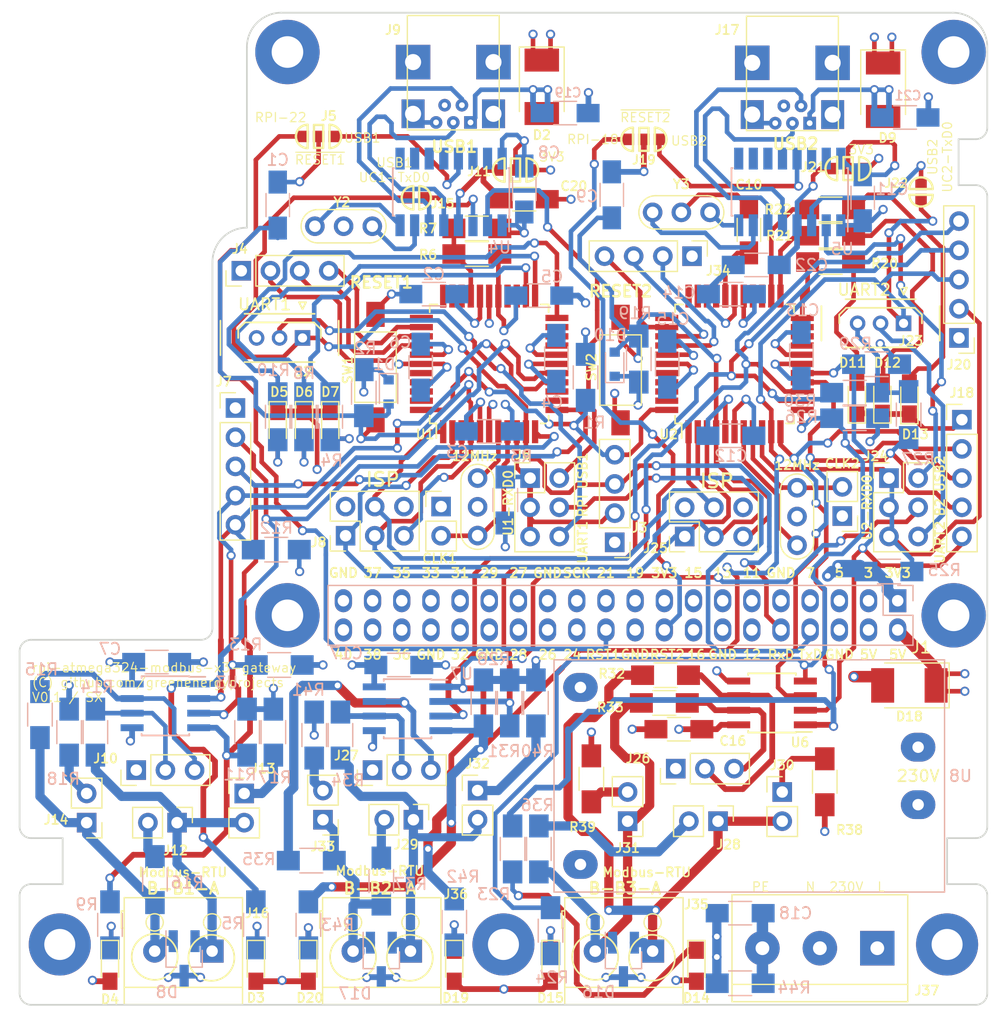
<source format=kicad_pcb>
(kicad_pcb (version 4) (host pcbnew 4.0.7-e2-6376~61~ubuntu18.04.1)
  (title_block (title "RPI Atmega324 Modbus Gateway") (date 2018-09-02) (rev V0.1) (company Manfred.Steiner@gmx.at))
  (layers (0 F.Cu signal) (1 In1.Cu power hide) (2 In2.Cu power hide) (31 B.Cu signal) (34 B.Paste user hide) (35 F.Paste user hide) (36 B.SilkS user hide) (37 F.SilkS user) (38 B.Mask user hide) (39 F.Mask user hide) (44 Edge.Cuts user))
  (net 0 "")
  (net 1 "Net-(J1-Pad3)")
  (net 2 "Net-(J1-Pad5)")
  (net 3 "Net-(J1-Pad7)")
  (net 4 "Net-(J1-Pad12)")
  (net 5 "Net-(J1-Pad13)")
  (net 6 "Net-(J1-Pad15)")
  (net 7 "Net-(J1-Pad16)")
  (net 8 "Net-(J1-Pad26)")
  (net 9 "Net-(J1-Pad27)")
  (net 10 "Net-(J1-Pad28)")
  (net 11 "Net-(J1-Pad29)")
  (net 12 "Net-(J1-Pad31)")
  (net 13 "Net-(J1-Pad32)")
  (net 14 "Net-(J1-Pad33)")
  (net 15 "Net-(J1-Pad35)")
  (net 16 "Net-(J1-Pad36)")
  (net 17 "Net-(J1-Pad37)")
  (net 18 "Net-(J1-Pad38)")
  (net 19 "Net-(J1-Pad40)")
  (net 20 "Net-(J1-Pad11)")
  (net 21 "Net-(J1-Pad24)")
  (net 22 "Net-(J1-Pad23)")
  (net 23 "Net-(J1-Pad21)")
  (net 24 "Net-(J1-Pad19)")
  (net 25 GND)
  (net 26 +5V)
  (net 27 +3V3)
  (net 28 "Net-(C1-Pad1)")
  (net 29 /uc1/UC1-RST)
  (net 30 "Net-(C2-Pad1)")
  (net 31 "Net-(C9-Pad1)")
  (net 32 /uc2/UC2-RST)
  (net 33 "Net-(C10-Pad1)")
  (net 34 "Net-(D3-Pad1)")
  (net 35 "Net-(D4-Pad1)")
  (net 36 "Net-(D5-Pad2)")
  (net 37 "Net-(D6-Pad2)")
  (net 38 "Net-(D7-Pad2)")
  (net 39 "Net-(D11-Pad2)")
  (net 40 "Net-(D13-Pad2)")
  (net 41 "Net-(D15-Pad1)")
  (net 42 /uc1/~RESET~)
  (net 43 /uc2/~RESET~)
  (net 44 /uc1/TxD)
  (net 45 /uc1/RxD)
  (net 46 /uc1/~CS~)
  (net 47 /uc1/SCK)
  (net 48 /uc1/MOSI)
  (net 49 /uc1/MISO)
  (net 50 /uc1/UC1-XTAL1)
  (net 51 /uc1/UC1-PA0)
  (net 52 /uc1/UC1-PA1)
  (net 53 /uc1/UC1-PA2)
  (net 54 /uc1/UC1-RxD0)
  (net 55 /uc1/USB1-TxD)
  (net 56 "Net-(J2-Pad2)")
  (net 57 /uc1/UC1-RxD1)
  (net 58 /uc1/UC1-TxD1)
  (net 59 /uc1/MODBUS1-DE)
  (net 60 /uc1/~MODBUS1-RE~)
  (net 61 "Net-(J10-Pad2)")
  (net 62 "Net-(J10-Pad3)")
  (net 63 /uc1/Modbus1-A)
  (net 64 "Net-(J12-Pad2)")
  (net 65 "Net-(J13-Pad1)")
  (net 66 /uc1/Modbus1-B)
  (net 67 "Net-(J14-Pad2)")
  (net 68 "Net-(J17-Pad4)")
  (net 69 /uc2/UC2-RxD0)
  (net 70 /uc2/UC2-TxD0)
  (net 71 /uc2/UC2-RxD1)
  (net 72 /uc2/UC2-TxD1)
  (net 73 /uc2/MODBUS2-DE)
  (net 74 /uc2/~MODBUS2-RE~)
  (net 75 /uc2/MODBUS3-DE)
  (net 76 /uc2/~MODBUS3-RE~)
  (net 77 /uc2/USB2-TxD)
  (net 78 "Net-(J24-Pad4)")
  (net 79 "Net-(J23-Pad2)")
  (net 80 "Net-(J26-Pad2)")
  (net 81 "Net-(J26-Pad3)")
  (net 82 "Net-(J27-Pad2)")
  (net 83 "Net-(J27-Pad3)")
  (net 84 /uc2/Modbus3-A)
  (net 85 "Net-(J28-Pad2)")
  (net 86 /uc2/Modbus2-A)
  (net 87 "Net-(J29-Pad2)")
  (net 88 "Net-(J30-Pad1)")
  (net 89 /uc2/Modbus3-B)
  (net 90 "Net-(J31-Pad2)")
  (net 91 "Net-(J32-Pad1)")
  (net 92 /uc2/Modbus2-B)
  (net 93 "Net-(J33-Pad2)")
  (net 94 /uc2/UC2-XTAL1)
  (net 95 /uc2/UC2-PA0)
  (net 96 /uc2/UC2-PA1)
  (net 97 /uc2/UC2-PA2)
  (net 98 "Net-(R4-Pad1)")
  (net 99 /uc1/HW-VERSION)
  (net 100 "Net-(R8-Pad1)")
  (net 101 "Net-(R10-Pad1)")
  (net 102 "Net-(J9-Pad4)")
  (net 103 /uc1/~USB1-DTR~)
  (net 104 /uc1/USB1-RxD)
  (net 105 /uc2/~USB2-DTR~)
  (net 106 /uc2/USB2-RxD)
  (net 107 "Net-(U1-Pad7)")
  (net 108 "Net-(U4-Pad7)")
  (net 109 "Net-(U4-Pad8)")
  (net 110 "Net-(U5-Pad7)")
  (net 111 "Net-(U5-Pad8)")
  (net 112 "Net-(U2-Pad7)")
  (net 113 "Net-(U1-Pad13)")
  (net 114 "Net-(U1-Pad14)")
  (net 115 "Net-(U1-Pad19)")
  (net 116 "Net-(U1-Pad20)")
  (net 117 "Net-(U1-Pad21)")
  (net 118 "Net-(U1-Pad25)")
  (net 119 "Net-(U1-Pad26)")
  (net 120 "Net-(U1-Pad31)")
  (net 121 "Net-(U1-Pad32)")
  (net 122 "Net-(U1-Pad33)")
  (net 123 "Net-(U1-Pad34)")
  (net 124 "Net-(U1-Pad40)")
  (net 125 "Net-(U1-Pad41)")
  (net 126 "Net-(U1-Pad42)")
  (net 127 "Net-(U1-Pad43)")
  (net 128 "Net-(U2-Pad19)")
  (net 129 "Net-(U2-Pad20)")
  (net 130 "Net-(U2-Pad21)")
  (net 131 "Net-(U2-Pad25)")
  (net 132 "Net-(U2-Pad26)")
  (net 133 "Net-(U2-Pad30)")
  (net 134 "Net-(U2-Pad31)")
  (net 135 "Net-(U2-Pad32)")
  (net 136 "Net-(U2-Pad33)")
  (net 137 "Net-(U2-Pad34)")
  (net 138 "Net-(U2-Pad40)")
  (net 139 "Net-(U2-Pad41)")
  (net 140 "Net-(U2-Pad42)")
  (net 141 "Net-(U2-Pad43)")
  (net 142 "Net-(U4-Pad9)")
  (net 143 "Net-(U4-Pad10)")
  (net 144 "Net-(U4-Pad11)")
  (net 145 "Net-(U4-Pad12)")
  (net 146 "Net-(U4-Pad14)")
  (net 147 "Net-(U4-Pad15)")
  (net 148 "Net-(U5-Pad9)")
  (net 149 "Net-(U5-Pad10)")
  (net 150 "Net-(U5-Pad11)")
  (net 151 "Net-(U5-Pad12)")
  (net 152 "Net-(U5-Pad14)")
  (net 153 "Net-(U5-Pad15)")
  (net 154 "Net-(D18-Pad2)")
  (net 155 "Net-(C8-Pad1)")
  (net 156 "Net-(C11-Pad1)")
  (net 157 "Net-(J37-Pad2)")
  (net 158 "Net-(J37-Pad1)")
  (net 159 "Net-(D12-Pad2)")
  (net 160 "Net-(D14-Pad1)")
  (net 161 "Net-(D19-Pad1)")
  (net 162 "Net-(D20-Pad1)")
  (net 163 "Net-(R20-Pad1)")
  (net 164 "Net-(R21-Pad1)")
  (net 165 "Net-(R22-Pad1)")
  (net 166 /uc1/USB1-5V)
  (net 167 /uc2/USB2-5V)
  (net 168 /uc1/USB1-DM)
  (net 169 /uc1/USB1-DP)
  (net 170 /uc2/USB2-DM)
  (net 171 /uc2/USB2-DP)
  (net 172 /uc1/USB1_V3)
  (net 173 /uc2/USB2_V3)
  (net 174 "Net-(C18-Pad1)")
  (module Pin_Headers:Pin_Header_Straight_1x02_Pitch2.54mm (layer F.Cu) (at 167.746 118.237)
    (fp_text reference J30 (at 0 -2.33) (layer F.SilkS) (effects (font (size 0.8 0.8))))
    (fp_text value Conn_01x02)
    (pad 1 thru_hole rect (at 0 0) (size 1.7 1.7) (drill 1) (layers *.Cu *.Mask) (net 88 "Net-(J30-Pad1)"))
    (pad 2 thru_hole oval (at 0 2.54) (size 1.7 1.7) (drill 1) (layers *.Cu *.Mask) (net 84 /uc2/Modbus3-A))
  )
  (module Pin_Headers:Pin_Header_Straight_1x03_Pitch2.54mm (layer F.Cu) (at 111.506 116.332 90)
    (fp_text reference J10 (at 1.016 -2.667 180) (layer F.SilkS) (effects (font (size 0.8 0.8))))
    (fp_text value Conn_01x03)
    (pad 1 thru_hole rect (at 0 0 90) (size 1.7 1.7) (drill 1) (layers *.Cu *.Mask) (net 25 GND))
    (pad 2 thru_hole oval (at 0 2.54 90) (size 1.7 1.7) (drill 1) (layers *.Cu *.Mask) (net 61 "Net-(J10-Pad2)"))
    (pad 3 thru_hole oval (at 0 5.08 90) (size 1.7 1.7) (drill 1) (layers *.Cu *.Mask) (net 62 "Net-(J10-Pad3)"))
  )
  (module Capacitors_SMD:C_1206_HandSoldering (layer B.Cu) (at 113.284 106.934 180)
    (fp_text reference C7 (at 4.064 1.143 180) (layer B.SilkS) (effects (justify mirror)))
    (fp_text value 100n)
    (pad 1 smd rect (at -2 0 180) (size 2 1.6) (layers B.Cu B.Paste B.Mask) (net 25 GND))
    (pad 2 smd rect (at 2 0 180) (size 2 1.6) (layers B.Cu B.Paste B.Mask) (net 27 +3V3))
  )
  (module Pin_Headers:Pin_Header_Straight_2x03_Pitch2.54mm (layer F.Cu) (at 145.796 90.932)
    (fp_text reference J6 (at -0.635 -2.032) (layer F.SilkS) (effects (font (size 0.8 0.8))))
    (fp_text value Conn_02x03_Odd_Even)
    (pad 1 thru_hole rect (at 0 0) (size 1.7 1.7) (drill 1) (layers *.Cu *.Mask) (net 54 /uc1/UC1-RxD0))
    (pad 2 thru_hole oval (at 2.54 0) (size 1.7 1.7) (drill 1) (layers *.Cu *.Mask) (net 55 /uc1/USB1-TxD))
    (pad 3 thru_hole oval (at 0 2.54) (size 1.7 1.7) (drill 1) (layers *.Cu *.Mask) (net 54 /uc1/UC1-RxD0))
    (pad 4 thru_hole oval (at 2.54 2.54) (size 1.7 1.7) (drill 1) (layers *.Cu *.Mask) (net 45 /uc1/RxD))
    (pad 5 thru_hole oval (at 0 5.08) (size 1.7 1.7) (drill 1) (layers *.Cu *.Mask) (net 54 /uc1/UC1-RxD0))
    (pad 6 thru_hole oval (at 2.54 5.08) (size 1.7 1.7) (drill 1) (layers *.Cu *.Mask) (net 56 "Net-(J2-Pad2)"))
  )
  (module Pin_Headers:Pin_Header_Straight_2x03_Pitch2.54mm (layer F.Cu) (at 177.038 90.932)
    (fp_text reference J24 (at -1.143 -1.905 180) (layer F.SilkS) (effects (font (size 0.8 0.8))))
    (fp_text value Conn_02x03_Odd_Even)
    (pad 1 thru_hole rect (at 0 0) (size 1.7 1.7) (drill 1) (layers *.Cu *.Mask) (net 69 /uc2/UC2-RxD0))
    (pad 2 thru_hole oval (at 2.54 0) (size 1.7 1.7) (drill 1) (layers *.Cu *.Mask) (net 77 /uc2/USB2-TxD))
    (pad 3 thru_hole oval (at 0 2.54) (size 1.7 1.7) (drill 1) (layers *.Cu *.Mask) (net 69 /uc2/UC2-RxD0))
    (pad 4 thru_hole oval (at 2.54 2.54) (size 1.7 1.7) (drill 1) (layers *.Cu *.Mask) (net 78 "Net-(J24-Pad4)"))
    (pad 5 thru_hole oval (at 0 5.08) (size 1.7 1.7) (drill 1) (layers *.Cu *.Mask) (net 69 /uc2/UC2-RxD0))
    (pad 6 thru_hole oval (at 2.54 5.08) (size 1.7 1.7) (drill 1) (layers *.Cu *.Mask) (net 79 "Net-(J23-Pad2)"))
  )
  (module Project:SOIC-16_3.9x9.9mm_Pitch1.27mm_HANDSOLDERED (layer B.Cu) (at 168.402 66.04 90)
    (fp_text reference U5 (at -4.953 4.572 180) (layer B.SilkS) (effects (justify mirror)))
    (fp_text value CH340G)
    (pad 1 smd rect (at -2.9 4.445 90) (size 1.9 0.8) (layers B.Cu B.Paste B.Mask) (net 25 GND))
    (pad 2 smd rect (at -2.9 3.175 90) (size 1.9 0.8) (layers B.Cu B.Paste B.Mask) (net 77 /uc2/USB2-TxD))
    (pad 3 smd rect (at -2.9 1.905 90) (size 1.9 0.8) (layers B.Cu B.Paste B.Mask) (net 106 /uc2/USB2-RxD))
    (pad 4 smd rect (at -2.9 0.635 90) (size 1.9 0.8) (layers B.Cu B.Paste B.Mask) (net 173 /uc2/USB2_V3))
    (pad 5 smd rect (at -2.9 -0.635 90) (size 1.9 0.8) (layers B.Cu B.Paste B.Mask) (net 171 /uc2/USB2-DP))
    (pad 6 smd rect (at -2.9 -1.905 90) (size 1.9 0.8) (layers B.Cu B.Paste B.Mask) (net 170 /uc2/USB2-DM))
    (pad 7 smd rect (at -2.9 -3.175 90) (size 1.9 0.8) (layers B.Cu B.Paste B.Mask) (net 110 "Net-(U5-Pad7)"))
    (pad 8 smd rect (at -2.9 -4.445 90) (size 1.9 0.8) (layers B.Cu B.Paste B.Mask) (net 111 "Net-(U5-Pad8)"))
    (pad 9 smd rect (at 2.9 -4.445 90) (size 1.9 0.8) (layers B.Cu B.Paste B.Mask) (net 148 "Net-(U5-Pad9)"))
    (pad 10 smd rect (at 2.9 -3.175 90) (size 1.9 0.8) (layers B.Cu B.Paste B.Mask) (net 149 "Net-(U5-Pad10)"))
    (pad 11 smd rect (at 2.9 -1.905 90) (size 1.9 0.8) (layers B.Cu B.Paste B.Mask) (net 150 "Net-(U5-Pad11)"))
    (pad 12 smd rect (at 2.9 -0.635 90) (size 1.9 0.8) (layers B.Cu B.Paste B.Mask) (net 151 "Net-(U5-Pad12)"))
    (pad 13 smd rect (at 2.9 0.635 90) (size 1.9 0.8) (layers B.Cu B.Paste B.Mask) (net 105 /uc2/~USB2-DTR~))
    (pad 14 smd rect (at 2.9 1.905 90) (size 1.9 0.8) (layers B.Cu B.Paste B.Mask) (net 152 "Net-(U5-Pad14)"))
    (pad 15 smd rect (at 2.9 3.175 90) (size 1.9 0.8) (layers B.Cu B.Paste B.Mask) (net 153 "Net-(U5-Pad15)"))
    (pad 16 smd rect (at 2.9 4.445 90) (size 1.9 0.8) (layers B.Cu B.Paste B.Mask) (net 156 "Net-(C11-Pad1)"))
  )
  (module Mounting_Holes:MountingHole_2.7mm_M2.5_Pad (layer F.Cu) (at 182.1 131.5)
    (fp_text reference REF** hide)
    (fp_text value MountingHole_2.7mm_M2.5_Pad)
    (pad 1 thru_hole circle (at 0 0) (size 5.4 5.4) (drill 2.7) (layers *.Cu *.Mask))
  )
  (module Mounting_Holes:MountingHole_2.7mm_M2.5_Pad (layer F.Cu) (at 143.475 131.5)
    (fp_text reference REF** hide)
    (fp_text value MountingHole_2.7mm_M2.5_Pad)
    (pad 1 thru_hole circle (at 0 0) (size 5.4 5.4) (drill 2.7) (layers *.Cu *.Mask))
  )
  (module Project:Raspberry-PI (layer F.Cu) (at 177.8 101.6)
    (fp_text reference J1 (at 2.032 4.064) (layer F.SilkS))
    (fp_text value Raspberry_Pi_2+ hide)
    (fp_text user 3V3 (at 0 -2.42) (layer F.SilkS) (effects (font (size 0.82 0.82))))
    (fp_text user 3 (at -2.54 -2.42) (layer F.SilkS) (effects (font (size 0.82 0.82))))
    (fp_text user 5 (at -5.08 -2.42) (layer F.SilkS) (effects (font (size 0.82 0.82))))
    (fp_text user 7 (at -7.62 -2.42) (layer F.SilkS) (effects (font (size 0.82 0.82))))
    (fp_text user GND (at -10.16 -2.42) (layer F.SilkS) (effects (font (size 0.82 0.82))))
    (fp_text user 11 (at -12.7 -2.42) (layer F.SilkS) (effects (font (size 0.82 0.82))))
    (fp_text user 13 (at -15.24 -2.42) (layer F.SilkS) (effects (font (size 0.82 0.82))))
    (fp_text user 15 (at -17.78 -2.42) (layer F.SilkS) (effects (font (size 0.82 0.82))))
    (fp_text user 3V3 (at -20.32 -2.42) (layer F.SilkS) (effects (font (size 0.82 0.82))))
    (fp_text user 19 (at -22.86 -2.42) (layer F.SilkS) (effects (font (size 0.82 0.82))))
    (fp_text user 21 (at -25.4 -2.42) (layer F.SilkS) (effects (font (size 0.82 0.82))))
    (fp_text user SCK (at -27.94 -2.42) (layer F.SilkS) (effects (font (size 0.82 0.82))))
    (fp_text user GND (at -30.48 -2.42) (layer F.SilkS) (effects (font (size 0.82 0.82))))
    (fp_text user 27 (at -33.02 -2.42) (layer F.SilkS) (effects (font (size 0.82 0.82))))
    (fp_text user 29 (at -35.56 -2.42) (layer F.SilkS) (effects (font (size 0.82 0.82))))
    (fp_text user 31 (at -38.1 -2.42) (layer F.SilkS) (effects (font (size 0.82 0.82))))
    (fp_text user 33 (at -40.64 -2.42) (layer F.SilkS) (effects (font (size 0.82 0.82))))
    (fp_text user 35 (at -43.18 -2.42) (layer F.SilkS) (effects (font (size 0.82 0.82))))
    (fp_text user 37 (at -45.72 -2.42) (layer F.SilkS) (effects (font (size 0.82 0.82))))
    (fp_text user GND (at -48.26 -2.42) (layer F.SilkS) (effects (font (size 0.82 0.82))))
    (fp_text user GND (at -48.26 -2.42) (layer F.SilkS) (effects (font (size 0.82 0.82))))
    (fp_text user 37 (at -45.72 -2.42) (layer F.SilkS) (effects (font (size 0.82 0.82))))
    (fp_text user 35 (at -43.18 -2.42) (layer F.SilkS) (effects (font (size 0.82 0.82))))
    (fp_text user 33 (at -40.64 -2.42) (layer F.SilkS) (effects (font (size 0.82 0.82))))
    (fp_text user 31 (at -38.1 -2.42) (layer F.SilkS) (effects (font (size 0.82 0.82))))
    (fp_text user 29 (at -35.56 -2.42) (layer F.SilkS) (effects (font (size 0.82 0.82))))
    (fp_text user 27 (at -33.02 -2.42) (layer F.SilkS) (effects (font (size 0.82 0.82))))
    (fp_text user GND (at -30.48 -2.42) (layer F.SilkS) (effects (font (size 0.82 0.82))))
    (fp_text user SCK (at -27.94 -2.42) (layer F.SilkS) (effects (font (size 0.82 0.82))))
    (fp_text user 3V3 (at -20.32 -2.42) (layer F.SilkS) (effects (font (size 0.82 0.82))))
    (fp_text user 15 (at -17.78 -2.42) (layer F.SilkS) (effects (font (size 0.82 0.82))))
    (fp_text user 40 (at -48.26 4.692) (layer F.SilkS) (effects (font (size 0.82 0.82))))
    (fp_text user 38 (at -45.72 4.692) (layer F.SilkS) (effects (font (size 0.82 0.82))))
    (fp_text user 36 (at -43.18 4.692) (layer F.SilkS) (effects (font (size 0.82 0.82))))
    (fp_text user GND (at -40.64 4.692) (layer F.SilkS) (effects (font (size 0.82 0.82))))
    (fp_text user 32 (at -38.1 4.692) (layer F.SilkS) (effects (font (size 0.82 0.82))))
    (fp_text user GND (at -35.56 4.692) (layer F.SilkS) (effects (font (size 0.82 0.82))))
    (fp_text user 28 (at -33.02 4.692) (layer F.SilkS) (effects (font (size 0.82 0.82))))
    (fp_text user 26 (at -30.48 4.692) (layer F.SilkS) (effects (font (size 0.82 0.82))))
    (fp_text user 24 (at -28.321 4.699) (layer F.SilkS) (effects (font (size 0.82 0.82))))
    (fp_text user RST1 (at -25.654 4.699) (layer F.SilkS) (effects (font (size 0.82 0.82))))
    (fp_text user GND (at -22.86 4.692) (layer F.SilkS) (effects (font (size 0.82 0.82))))
    (fp_text user RST2 (at -20.066 4.699) (layer F.SilkS) (effects (font (size 0.82 0.82))))
    (fp_text user 16 (at -17.526 4.699) (layer F.SilkS) (effects (font (size 0.82 0.82))))
    (fp_text user GND (at -15.24 4.692) (layer F.SilkS) (effects (font (size 0.82 0.82))))
    (fp_text user 12 (at -12.7 4.692) (layer F.SilkS) (effects (font (size 0.82 0.82))))
    (fp_text user 13 (at -15.24 -2.42) (layer F.SilkS) (effects (font (size 0.82 0.82))))
    (fp_text user 11 (at -12.7 -2.42) (layer F.SilkS) (effects (font (size 0.82 0.82))))
    (fp_text user RxD (at -10.16 4.692) (layer F.SilkS) (effects (font (size 0.82 0.82))))
    (fp_text user TxD (at -7.62 4.692) (layer F.SilkS) (effects (font (size 0.82 0.82))))
    (fp_text user GND (at -10.16 -2.42) (layer F.SilkS) (effects (font (size 0.82 0.82))))
    (fp_text user 7 (at -7.62 -2.42) (layer F.SilkS) (effects (font (size 0.82 0.82))))
    (fp_text user 5 (at -5.08 -2.42) (layer F.SilkS) (effects (font (size 0.82 0.82))))
    (fp_text user 3 (at -2.54 -2.42) (layer F.SilkS) (effects (font (size 0.82 0.82))))
    (fp_text user GND (at -5.08 4.692) (layer F.SilkS) (effects (font (size 0.82 0.82))))
    (fp_text user 5V (at -2.54 4.692) (layer F.SilkS) (effects (font (size 0.82 0.82))))
    (fp_text user 5V (at 0 4.692) (layer F.SilkS) (effects (font (size 0.82 0.82))))
    (fp_text user 3V3 (at 0 -2.42) (layer F.SilkS) (effects (font (size 0.82 0.82))))
    (pad 40 thru_hole oval (at -48.26 2.54) (size 1.5 2) (drill 1) (layers *.Cu *.Mask) (net 19 "Net-(J1-Pad40)"))
    (pad 39 thru_hole oval (at -48.26 0) (size 1.5 2) (drill 1) (layers *.Cu *.Mask) (net 25 GND))
    (pad 38 thru_hole oval (at -45.72 2.54) (size 1.5 2) (drill 1) (layers *.Cu *.Mask) (net 18 "Net-(J1-Pad38)"))
    (pad 37 thru_hole oval (at -45.72 0) (size 1.5 2) (drill 1) (layers *.Cu *.Mask) (net 17 "Net-(J1-Pad37)"))
    (pad 36 thru_hole oval (at -43.18 2.54) (size 1.5 2) (drill 1) (layers *.Cu *.Mask) (net 16 "Net-(J1-Pad36)"))
    (pad 35 thru_hole oval (at -43.18 0) (size 1.5 2) (drill 1) (layers *.Cu *.Mask) (net 15 "Net-(J1-Pad35)"))
    (pad 34 thru_hole oval (at -40.64 2.54) (size 1.5 2) (drill 1) (layers *.Cu *.Mask) (net 25 GND))
    (pad 33 thru_hole oval (at -40.64 0) (size 1.5 2) (drill 1) (layers *.Cu *.Mask) (net 14 "Net-(J1-Pad33)"))
    (pad 32 thru_hole oval (at -38.1 2.54) (size 1.5 2) (drill 1) (layers *.Cu *.Mask) (net 13 "Net-(J1-Pad32)"))
    (pad 31 thru_hole oval (at -38.1 0) (size 1.5 2) (drill 1) (layers *.Cu *.Mask) (net 12 "Net-(J1-Pad31)"))
    (pad 30 thru_hole oval (at -35.56 2.54) (size 1.5 2) (drill 1) (layers *.Cu *.Mask) (net 25 GND))
    (pad 29 thru_hole oval (at -35.56 0) (size 1.5 2) (drill 1) (layers *.Cu *.Mask) (net 11 "Net-(J1-Pad29)"))
    (pad 28 thru_hole oval (at -33.02 2.54) (size 1.5 2) (drill 1) (layers *.Cu *.Mask) (net 10 "Net-(J1-Pad28)"))
    (pad 27 thru_hole oval (at -33.02 0) (size 1.5 2) (drill 1) (layers *.Cu *.Mask) (net 9 "Net-(J1-Pad27)"))
    (pad 26 thru_hole oval (at -30.48 2.54) (size 1.5 2) (drill 1) (layers *.Cu *.Mask) (net 8 "Net-(J1-Pad26)"))
    (pad 25 thru_hole oval (at -30.48 0) (size 1.5 2) (drill 1) (layers *.Cu *.Mask) (net 25 GND))
    (pad 24 thru_hole oval (at -27.94 2.54) (size 1.5 2) (drill 1) (layers *.Cu *.Mask) (net 21 "Net-(J1-Pad24)"))
    (pad 23 thru_hole oval (at -27.94 0) (size 1.5 2) (drill 1) (layers *.Cu *.Mask) (net 22 "Net-(J1-Pad23)"))
    (pad 22 thru_hole oval (at -25.4 2.54) (size 1.5 2) (drill 1) (layers *.Cu *.Mask) (net 42 /uc1/~RESET~))
    (pad 21 thru_hole oval (at -25.4 0) (size 1.5 2) (drill 1) (layers *.Cu *.Mask) (net 23 "Net-(J1-Pad21)"))
    (pad 20 thru_hole oval (at -22.86 2.54) (size 1.5 2) (drill 1) (layers *.Cu *.Mask) (net 25 GND))
    (pad 19 thru_hole oval (at -22.86 0) (size 1.5 2) (drill 1) (layers *.Cu *.Mask) (net 24 "Net-(J1-Pad19)"))
    (pad 18 thru_hole oval (at -20.32 2.54) (size 1.5 2) (drill 1) (layers *.Cu *.Mask) (net 43 /uc2/~RESET~))
    (pad 17 thru_hole oval (at -20.32 0) (size 1.5 2) (drill 1) (layers *.Cu *.Mask) (net 27 +3V3))
    (pad 16 thru_hole oval (at -17.78 2.54) (size 1.5 2) (drill 1) (layers *.Cu *.Mask) (net 7 "Net-(J1-Pad16)"))
    (pad 15 thru_hole oval (at -17.78 0) (size 1.5 2) (drill 1) (layers *.Cu *.Mask) (net 6 "Net-(J1-Pad15)"))
    (pad 14 thru_hole oval (at -15.24 2.54) (size 1.5 2) (drill 1) (layers *.Cu *.Mask) (net 25 GND))
    (pad 13 thru_hole oval (at -15.24 0) (size 1.5 2) (drill 1) (layers *.Cu *.Mask) (net 5 "Net-(J1-Pad13)"))
    (pad 12 thru_hole oval (at -12.7 2.54) (size 1.5 2) (drill 1) (layers *.Cu *.Mask) (net 4 "Net-(J1-Pad12)"))
    (pad 11 thru_hole oval (at -12.7 0) (size 1.5 2) (drill 1) (layers *.Cu *.Mask) (net 20 "Net-(J1-Pad11)"))
    (pad 10 thru_hole oval (at -10.16 2.54) (size 1.5 2) (drill 1) (layers *.Cu *.Mask) (net 44 /uc1/TxD))
    (pad 9 thru_hole oval (at -10.16 0) (size 1.5 2) (drill 1) (layers *.Cu *.Mask) (net 25 GND))
    (pad 8 thru_hole oval (at -7.62 2.54) (size 1.5 2) (drill 1) (layers *.Cu *.Mask) (net 45 /uc1/RxD))
    (pad 7 thru_hole oval (at -7.62 0) (size 1.5 2) (drill 1) (layers *.Cu *.Mask) (net 3 "Net-(J1-Pad7)"))
    (pad 6 thru_hole oval (at -5.08 2.54) (size 1.5 2) (drill 1) (layers *.Cu *.Mask) (net 25 GND))
    (pad 5 thru_hole oval (at -5.08 0) (size 1.5 2) (drill 1) (layers *.Cu *.Mask) (net 2 "Net-(J1-Pad5)"))
    (pad 4 thru_hole oval (at -2.54 2.54) (size 1.5 2) (drill 1) (layers *.Cu *.Mask) (net 26 +5V))
    (pad 3 thru_hole oval (at -2.54 0) (size 1.5 2) (drill 1) (layers *.Cu *.Mask) (net 1 "Net-(J1-Pad3)"))
    (pad 2 thru_hole oval (at 0 2.54) (size 1.5 2) (drill 1) (layers *.Cu *.Mask) (net 26 +5V))
    (pad 1 thru_hole rect (at 0 0) (size 1.5 2) (drill 1) (layers *.Cu *.Mask) (net 27 +3V3))
    (pad "" np_thru_hole circle (at 4.87 -47.73) (size 5.6 5.6) (drill 2.75) (layers *.Cu *.Mask))
    (pad "" np_thru_hole circle (at -53.13 -47.73) (size 5.6 5.6) (drill 2.75) (layers *.Cu *.Mask))
    (pad "" np_thru_hole circle (at -53.13 1.27) (size 5.6 5.6) (drill 2.75) (layers *.Cu *.Mask))
    (pad "" np_thru_hole circle (at 4.87 1.27) (size 5.6 5.6) (drill 2.75) (layers *.Cu *.Mask))
  )
  (module Capacitors_SMD:C_1206_HandSoldering (layer B.Cu) (at 123.825 67.183 270)
    (fp_text reference C1 (at -3.937 0 360) (layer B.SilkS) (effects (justify mirror)))
    (fp_text value 100n)
    (pad 1 smd rect (at -2 0 270) (size 2 1.6) (layers B.Cu B.Paste B.Mask) (net 28 "Net-(C1-Pad1)"))
    (pad 2 smd rect (at 2 0 270) (size 2 1.6) (layers B.Cu B.Paste B.Mask) (net 29 /uc1/UC1-RST))
  )
  (module Capacitors_SMD:C_1206_HandSoldering (layer B.Cu) (at 137.414 74.93 180)
    (fp_text reference C2 (at 0 1.75 180) (layer B.SilkS) (effects (justify mirror)))
    (fp_text value 100n)
    (pad 1 smd rect (at -2 0 180) (size 2 1.6) (layers B.Cu B.Paste B.Mask) (net 30 "Net-(C2-Pad1)"))
    (pad 2 smd rect (at 2 0 180) (size 2 1.6) (layers B.Cu B.Paste B.Mask) (net 25 GND))
  )
  (module Capacitors_SMD:C_1206_HandSoldering (layer B.Cu) (at 142.24 86.868)
    (fp_text reference C3 (at -2.794 1.778) (layer B.SilkS) (effects (justify mirror)))
    (fp_text value 100n)
    (pad 1 smd rect (at -2 0) (size 2 1.6) (layers B.Cu B.Paste B.Mask) (net 27 +3V3))
    (pad 2 smd rect (at 2 0) (size 2 1.6) (layers B.Cu B.Paste B.Mask) (net 25 GND))
  )
  (module Capacitors_SMD:C_1206_HandSoldering (layer B.Cu) (at 148.082 80.518 90)
    (fp_text reference C4 (at -3.81 -0.381 180) (layer B.SilkS) (effects (justify mirror)))
    (fp_text value 100n)
    (pad 1 smd rect (at -2 0 90) (size 2 1.6) (layers B.Cu B.Paste B.Mask) (net 27 +3V3))
    (pad 2 smd rect (at 2 0 90) (size 2 1.6) (layers B.Cu B.Paste B.Mask) (net 25 GND))
  )
  (module Capacitors_SMD:C_1206_HandSoldering (layer B.Cu) (at 146.558 75.057)
    (fp_text reference C5 (at 1.143 -1.651) (layer B.SilkS) (effects (justify mirror)))
    (fp_text value 100n)
    (pad 1 smd rect (at -2 0) (size 2 1.6) (layers B.Cu B.Paste B.Mask) (net 27 +3V3))
    (pad 2 smd rect (at 2 0) (size 2 1.6) (layers B.Cu B.Paste B.Mask) (net 25 GND))
  )
  (module Capacitors_SMD:C_1206_HandSoldering (layer B.Cu) (at 136.271 81.28 270)
    (fp_text reference C6 (at -2.159 1.778 360) (layer B.SilkS) (effects (justify mirror)))
    (fp_text value 100n)
    (pad 1 smd rect (at -2 0 270) (size 2 1.6) (layers B.Cu B.Paste B.Mask) (net 27 +3V3))
    (pad 2 smd rect (at 2 0 270) (size 2 1.6) (layers B.Cu B.Paste B.Mask) (net 25 GND))
  )
  (module Capacitors_SMD:C_1206_HandSoldering (layer B.Cu) (at 145.288 65.786 270)
    (fp_text reference C8 (at -3.175 -2.159 360) (layer B.SilkS) (effects (justify mirror)))
    (fp_text value 100n)
    (pad 1 smd rect (at -2 0 270) (size 2 1.6) (layers B.Cu B.Paste B.Mask) (net 155 "Net-(C8-Pad1)"))
    (pad 2 smd rect (at 2 0 270) (size 2 1.6) (layers B.Cu B.Paste B.Mask) (net 25 GND))
  )
  (module Capacitors_SMD:C_1206_HandSoldering (layer B.Cu) (at 152.908 66.294 270)
    (fp_text reference C9 (at 0.127 2.159 360) (layer B.SilkS) (effects (justify mirror)))
    (fp_text value 100n)
    (pad 1 smd rect (at -2 0 270) (size 2 1.6) (layers B.Cu B.Paste B.Mask) (net 31 "Net-(C9-Pad1)"))
    (pad 2 smd rect (at 2 0 270) (size 2 1.6) (layers B.Cu B.Paste B.Mask) (net 32 /uc2/UC2-RST))
  )
  (module Capacitors_SMD:C_1206_HandSoldering (layer F.Cu) (at 164.846 69.342 90)
    (fp_text reference C10 (at 3.937 0 180) (layer F.SilkS) (effects (font (size 0.8 0.8))))
    (fp_text value 100n)
    (pad 1 smd rect (at -2 0 90) (size 2 1.6) (layers F.Cu F.Paste F.Mask) (net 33 "Net-(C10-Pad1)"))
    (pad 2 smd rect (at 2 0 90) (size 2 1.6) (layers F.Cu F.Paste F.Mask) (net 25 GND))
  )
  (module Capacitors_SMD:C_1206_HandSoldering (layer B.Cu) (at 174.752 66.548 270)
    (fp_text reference C11 (at -0.762 -2.54 540) (layer B.SilkS) (effects (justify mirror)))
    (fp_text value 100n)
    (pad 1 smd rect (at -2 0 270) (size 2 1.6) (layers B.Cu B.Paste B.Mask) (net 156 "Net-(C11-Pad1)"))
    (pad 2 smd rect (at 2 0 270) (size 2 1.6) (layers B.Cu B.Paste B.Mask) (net 25 GND))
  )
  (module Capacitors_SMD:C_1206_HandSoldering (layer B.Cu) (at 163.2756 87.249)
    (fp_text reference C12 (at 0 1.75) (layer B.SilkS) (effects (justify mirror)))
    (fp_text value 100n)
    (pad 1 smd rect (at -2 0) (size 2 1.6) (layers B.Cu B.Paste B.Mask) (net 27 +3V3))
    (pad 2 smd rect (at 2 0) (size 2 1.6) (layers B.Cu B.Paste B.Mask) (net 25 GND))
  )
  (module Capacitors_SMD:C_1206_HandSoldering (layer B.Cu) (at 169.418 80.264 90)
    (fp_text reference C13 (at 3.937 0.127 180) (layer B.SilkS) (effects (justify mirror)))
    (fp_text value 100n)
    (pad 1 smd rect (at -2 0 90) (size 2 1.6) (layers B.Cu B.Paste B.Mask) (net 27 +3V3))
    (pad 2 smd rect (at 2 0 90) (size 2 1.6) (layers B.Cu B.Paste B.Mask) (net 25 GND))
  )
  (module Capacitors_SMD:C_1206_HandSoldering (layer B.Cu) (at 163.322 74.93 180)
    (fp_text reference C14 (at 4.572 0.127 180) (layer B.SilkS) (effects (justify mirror)))
    (fp_text value 100n)
    (pad 1 smd rect (at -2 0 180) (size 2 1.6) (layers B.Cu B.Paste B.Mask) (net 27 +3V3))
    (pad 2 smd rect (at 2 0 180) (size 2 1.6) (layers B.Cu B.Paste B.Mask) (net 25 GND))
  )
  (module Capacitors_SMD:C_1206_HandSoldering (layer B.Cu) (at 157.734 81.026 270)
    (fp_text reference C15 (at -3.937 -0.508 360) (layer B.SilkS) (effects (justify mirror)))
    (fp_text value 100n)
    (pad 1 smd rect (at -2 0 270) (size 2 1.6) (layers B.Cu B.Paste B.Mask) (net 27 +3V3))
    (pad 2 smd rect (at 2 0 270) (size 2 1.6) (layers B.Cu B.Paste B.Mask) (net 25 GND))
  )
  (module Capacitors_SMD:C_1206_HandSoldering (layer F.Cu) (at 158.75 112.776)
    (fp_text reference C16 (at 4.699 1.016) (layer F.SilkS) (effects (font (size 0.8 0.8))))
    (fp_text value 100n)
    (pad 1 smd rect (at -2 0) (size 2 1.6) (layers F.Cu F.Paste F.Mask) (net 25 GND))
    (pad 2 smd rect (at 2 0) (size 2 1.6) (layers F.Cu F.Paste F.Mask) (net 27 +3V3))
  )
  (module Capacitors_SMD:C_1206_HandSoldering (layer B.Cu) (at 134.366 107.188 180)
    (fp_text reference C17 (at 4.572 1.016 360) (layer B.SilkS) (effects (justify mirror)))
    (fp_text value 100n)
    (pad 1 smd rect (at -2 0 180) (size 2 1.6) (layers B.Cu B.Paste B.Mask) (net 25 GND))
    (pad 2 smd rect (at 2 0 180) (size 2 1.6) (layers B.Cu B.Paste B.Mask) (net 27 +3V3))
  )
  (module LEDs:LED_0805_HandSoldering (layer F.Cu) (at 121.92 133.35 270)
    (fp_text reference D3 (at 2.794 0 360) (layer F.SilkS) (effects (font (size 0.8 0.8))))
    (fp_text value LED)
    (pad 1 smd rect (at -1.35 0 270) (size 1.5 1.3) (layers F.Cu F.Paste F.Mask) (net 34 "Net-(D3-Pad1)"))
    (pad 2 smd rect (at 1.35 0 270) (size 1.5 1.3) (layers F.Cu F.Paste F.Mask) (net 27 +3V3))
  )
  (module LEDs:LED_0805_HandSoldering (layer F.Cu) (at 109.22 133.35 270)
    (fp_text reference D4 (at 2.921 0 360) (layer F.SilkS) (effects (font (size 0.8 0.8))))
    (fp_text value LED)
    (pad 1 smd rect (at -1.35 0 270) (size 1.5 1.3) (layers F.Cu F.Paste F.Mask) (net 35 "Net-(D4-Pad1)"))
    (pad 2 smd rect (at 1.35 0 270) (size 1.5 1.3) (layers F.Cu F.Paste F.Mask) (net 27 +3V3))
  )
  (module LEDs:LED_0805_HandSoldering (layer F.Cu) (at 123.825 86.487 270)
    (fp_text reference D5 (at -3.048 -0.127 360) (layer F.SilkS) (effects (font (size 0.8 0.8))))
    (fp_text value LED)
    (pad 1 smd rect (at -1.35 0 270) (size 1.5 1.3) (layers F.Cu F.Paste F.Mask) (net 25 GND))
    (pad 2 smd rect (at 1.35 0 270) (size 1.5 1.3) (layers F.Cu F.Paste F.Mask) (net 36 "Net-(D5-Pad2)"))
  )
  (module LEDs:LED_0805_HandSoldering (layer F.Cu) (at 126.111 86.487 270)
    (fp_text reference D6 (at -3.048 0 360) (layer F.SilkS) (effects (font (size 0.8 0.8))))
    (fp_text value LED)
    (pad 1 smd rect (at -1.35 0 270) (size 1.5 1.3) (layers F.Cu F.Paste F.Mask) (net 25 GND))
    (pad 2 smd rect (at 1.35 0 270) (size 1.5 1.3) (layers F.Cu F.Paste F.Mask) (net 37 "Net-(D6-Pad2)"))
  )
  (module LEDs:LED_0805_HandSoldering (layer F.Cu) (at 128.397 86.487 270)
    (fp_text reference D7 (at -3.048 0 360) (layer F.SilkS) (effects (font (size 0.8 0.8))))
    (fp_text value LED)
    (pad 1 smd rect (at -1.35 0 270) (size 1.5 1.3) (layers F.Cu F.Paste F.Mask) (net 25 GND))
    (pad 2 smd rect (at 1.35 0 270) (size 1.5 1.3) (layers F.Cu F.Paste F.Mask) (net 38 "Net-(D7-Pad2)"))
  )
  (module LEDs:LED_0805_HandSoldering (layer F.Cu) (at 174.244 83.947 90)
    (fp_text reference D11 (at 3.048 -0.381 180) (layer F.SilkS) (effects (font (size 0.8 0.8))))
    (fp_text value LED)
    (pad 1 smd rect (at -1.35 0 90) (size 1.5 1.3) (layers F.Cu F.Paste F.Mask) (net 25 GND))
    (pad 2 smd rect (at 1.35 0 90) (size 1.5 1.3) (layers F.Cu F.Paste F.Mask) (net 39 "Net-(D11-Pad2)"))
  )
  (module LEDs:LED_0805_HandSoldering (layer F.Cu) (at 176.4665 83.947 90)
    (fp_text reference D12 (at 3.048 0.4445 180) (layer F.SilkS) (effects (font (size 0.8 0.8))))
    (fp_text value LED)
    (pad 1 smd rect (at -1.35 0 90) (size 1.5 1.3) (layers F.Cu F.Paste F.Mask) (net 25 GND))
    (pad 2 smd rect (at 1.35 0 90) (size 1.5 1.3) (layers F.Cu F.Paste F.Mask) (net 159 "Net-(D12-Pad2)"))
  )
  (module LEDs:LED_0805_HandSoldering (layer F.Cu) (at 178.816 84.0105 90)
    (fp_text reference D13 (at -3.1115 0.508 180) (layer F.SilkS) (effects (font (size 0.8 0.8))))
    (fp_text value LED)
    (pad 1 smd rect (at -1.35 0 90) (size 1.5 1.3) (layers F.Cu F.Paste F.Mask) (net 25 GND))
    (pad 2 smd rect (at 1.35 0 90) (size 1.5 1.3) (layers F.Cu F.Paste F.Mask) (net 40 "Net-(D13-Pad2)"))
  )
  (module LEDs:LED_0805_HandSoldering (layer F.Cu) (at 160.274 133.35 270)
    (fp_text reference D14 (at 2.794 0 360) (layer F.SilkS) (effects (font (size 0.8 0.8))))
    (fp_text value LED)
    (pad 1 smd rect (at -1.35 0 270) (size 1.5 1.3) (layers F.Cu F.Paste F.Mask) (net 160 "Net-(D14-Pad1)"))
    (pad 2 smd rect (at 1.35 0 270) (size 1.5 1.3) (layers F.Cu F.Paste F.Mask) (net 27 +3V3))
  )
  (module LEDs:LED_0805_HandSoldering (layer F.Cu) (at 147.574 133.35 270)
    (fp_text reference D15 (at 2.794 0 360) (layer F.SilkS) (effects (font (size 0.8 0.8))))
    (fp_text value LED)
    (pad 1 smd rect (at -1.35 0 270) (size 1.5 1.3) (layers F.Cu F.Paste F.Mask) (net 41 "Net-(D15-Pad1)"))
    (pad 2 smd rect (at 1.35 0 270) (size 1.5 1.3) (layers F.Cu F.Paste F.Mask) (net 27 +3V3))
  )
  (module Pin_Headers:Pin_Header_Straight_2x03_Pitch2.54mm (layer F.Cu) (at 129.7305 95.9485 90)
    (fp_text reference J8 (at -0.5715 -2.3495 180) (layer F.SilkS) (effects (font (size 0.8 0.8))))
    (fp_text value Atmega-ISP-6)
    (pad 1 thru_hole rect (at 0 0 90) (size 1.7 1.7) (drill 1) (layers *.Cu *.Mask) (net 49 /uc1/MISO))
    (pad 2 thru_hole oval (at 2.54 0 90) (size 1.7 1.7) (drill 1) (layers *.Cu *.Mask) (net 27 +3V3))
    (pad 3 thru_hole oval (at 0 2.54 90) (size 1.7 1.7) (drill 1) (layers *.Cu *.Mask) (net 47 /uc1/SCK))
    (pad 4 thru_hole oval (at 2.54 2.54 90) (size 1.7 1.7) (drill 1) (layers *.Cu *.Mask) (net 48 /uc1/MOSI))
    (pad 5 thru_hole oval (at 0 5.08 90) (size 1.7 1.7) (drill 1) (layers *.Cu *.Mask) (net 29 /uc1/UC1-RST))
    (pad 6 thru_hole oval (at 2.54 5.08 90) (size 1.7 1.7) (drill 1) (layers *.Cu *.Mask) (net 25 GND))
  )
  (module Pin_Headers:Pin_Header_Straight_1x02_Pitch2.54mm (layer F.Cu) (at 115.062 120.904 270)
    (fp_text reference J12 (at 2.413 0.127 360) (layer F.SilkS) (effects (font (size 0.8 0.8))))
    (fp_text value Conn_01x02)
    (pad 1 thru_hole rect (at 0 0 270) (size 1.7 1.7) (drill 1) (layers *.Cu *.Mask) (net 63 /uc1/Modbus1-A))
    (pad 2 thru_hole oval (at 0 2.54 270) (size 1.7 1.7) (drill 1) (layers *.Cu *.Mask) (net 64 "Net-(J12-Pad2)"))
  )
  (module Pin_Headers:Pin_Header_Straight_1x02_Pitch2.54mm (layer F.Cu) (at 120.904 118.364)
    (fp_text reference J13 (at 1.651 -2.159) (layer F.SilkS) (effects (font (size 0.8 0.8))))
    (fp_text value Conn_01x02)
    (pad 1 thru_hole rect (at 0 0) (size 1.7 1.7) (drill 1) (layers *.Cu *.Mask) (net 65 "Net-(J13-Pad1)"))
    (pad 2 thru_hole oval (at 0 2.54) (size 1.7 1.7) (drill 1) (layers *.Cu *.Mask) (net 63 /uc1/Modbus1-A))
  )
  (module Pin_Headers:Pin_Header_Straight_1x02_Pitch2.54mm (layer F.Cu) (at 107.188 120.904 180)
    (fp_text reference J14 (at 2.667 0.254 180) (layer F.SilkS) (effects (font (size 0.8 0.8))))
    (fp_text value Conn_01x02)
    (pad 1 thru_hole rect (at 0 0 180) (size 1.7 1.7) (drill 1) (layers *.Cu *.Mask) (net 66 /uc1/Modbus1-B))
    (pad 2 thru_hole oval (at 0 2.54 180) (size 1.7 1.7) (drill 1) (layers *.Cu *.Mask) (net 67 "Net-(J14-Pad2)"))
  )
  (module Pin_Headers:Pin_Header_Straight_2x03_Pitch2.54mm (layer F.Cu) (at 159.258 96.012 90)
    (fp_text reference J25 (at -1.016 -2.54 180) (layer F.SilkS) (effects (font (size 0.8 0.8))))
    (fp_text value Atmega-ISP-6)
    (pad 1 thru_hole rect (at 0 0 90) (size 1.7 1.7) (drill 1) (layers *.Cu *.Mask) (net 49 /uc1/MISO))
    (pad 2 thru_hole oval (at 2.54 0 90) (size 1.7 1.7) (drill 1) (layers *.Cu *.Mask) (net 27 +3V3))
    (pad 3 thru_hole oval (at 0 2.54 90) (size 1.7 1.7) (drill 1) (layers *.Cu *.Mask) (net 47 /uc1/SCK))
    (pad 4 thru_hole oval (at 2.54 2.54 90) (size 1.7 1.7) (drill 1) (layers *.Cu *.Mask) (net 48 /uc1/MOSI))
    (pad 5 thru_hole oval (at 0 5.08 90) (size 1.7 1.7) (drill 1) (layers *.Cu *.Mask) (net 32 /uc2/UC2-RST))
    (pad 6 thru_hole oval (at 2.54 5.08 90) (size 1.7 1.7) (drill 1) (layers *.Cu *.Mask) (net 25 GND))
  )
  (module Pin_Headers:Pin_Header_Straight_1x03_Pitch2.54mm (layer F.Cu) (at 158.475 116.205 90)
    (fp_text reference J26 (at 0.889 -3.281 180) (layer F.SilkS) (effects (font (size 0.8 0.8))))
    (fp_text value Conn_01x03)
    (pad 1 thru_hole rect (at 0 0 90) (size 1.7 1.7) (drill 1) (layers *.Cu *.Mask) (net 25 GND))
    (pad 2 thru_hole oval (at 0 2.54 90) (size 1.7 1.7) (drill 1) (layers *.Cu *.Mask) (net 80 "Net-(J26-Pad2)"))
    (pad 3 thru_hole oval (at 0 5.08 90) (size 1.7 1.7) (drill 1) (layers *.Cu *.Mask) (net 81 "Net-(J26-Pad3)"))
  )
  (module Pin_Headers:Pin_Header_Straight_1x03_Pitch2.54mm (layer F.Cu) (at 132.08 116.332 90)
    (fp_text reference J27 (at 1.27 -2.286 180) (layer F.SilkS) (effects (font (size 0.8 0.8))))
    (fp_text value Conn_01x03)
    (pad 1 thru_hole rect (at 0 0 90) (size 1.7 1.7) (drill 1) (layers *.Cu *.Mask) (net 25 GND))
    (pad 2 thru_hole oval (at 0 2.54 90) (size 1.7 1.7) (drill 1) (layers *.Cu *.Mask) (net 82 "Net-(J27-Pad2)"))
    (pad 3 thru_hole oval (at 0 5.08 90) (size 1.7 1.7) (drill 1) (layers *.Cu *.Mask) (net 83 "Net-(J27-Pad3)"))
  )
  (module Pin_Headers:Pin_Header_Straight_1x02_Pitch2.54mm (layer F.Cu) (at 162.158 120.777 270)
    (fp_text reference J28 (at 2.032 -0.91 360) (layer F.SilkS) (effects (font (size 0.8 0.8))))
    (fp_text value Conn_01x02)
    (pad 1 thru_hole rect (at 0 0 270) (size 1.7 1.7) (drill 1) (layers *.Cu *.Mask) (net 84 /uc2/Modbus3-A))
    (pad 2 thru_hole oval (at 0 2.54 270) (size 1.7 1.7) (drill 1) (layers *.Cu *.Mask) (net 85 "Net-(J28-Pad2)"))
  )
  (module Pin_Headers:Pin_Header_Straight_1x02_Pitch2.54mm (layer F.Cu) (at 135.636 120.65 270)
    (fp_text reference J29 (at 2.159 0.635 360) (layer F.SilkS) (effects (font (size 0.8 0.8))))
    (fp_text value Conn_01x02)
    (pad 1 thru_hole rect (at 0 0 270) (size 1.7 1.7) (drill 1) (layers *.Cu *.Mask) (net 86 /uc2/Modbus2-A))
    (pad 2 thru_hole oval (at 0 2.54 270) (size 1.7 1.7) (drill 1) (layers *.Cu *.Mask) (net 87 "Net-(J29-Pad2)"))
  )
  (module Pin_Headers:Pin_Header_Straight_1x02_Pitch2.54mm (layer F.Cu) (at 154.284 120.777 180)
    (fp_text reference J31 (at 0 -2.33 180) (layer F.SilkS) (effects (font (size 0.8 0.8))))
    (fp_text value Conn_01x02)
    (pad 1 thru_hole rect (at 0 0 180) (size 1.7 1.7) (drill 1) (layers *.Cu *.Mask) (net 89 /uc2/Modbus3-B))
    (pad 2 thru_hole oval (at 0 2.54 180) (size 1.7 1.7) (drill 1) (layers *.Cu *.Mask) (net 90 "Net-(J31-Pad2)"))
  )
  (module Pin_Headers:Pin_Header_Straight_1x02_Pitch2.54mm (layer F.Cu) (at 141.224 118.11)
    (fp_text reference J32 (at 0 -2.33) (layer F.SilkS) (effects (font (size 0.8 0.8))))
    (fp_text value Conn_01x02)
    (pad 1 thru_hole rect (at 0 0) (size 1.7 1.7) (drill 1) (layers *.Cu *.Mask) (net 91 "Net-(J32-Pad1)"))
    (pad 2 thru_hole oval (at 0 2.54) (size 1.7 1.7) (drill 1) (layers *.Cu *.Mask) (net 86 /uc2/Modbus2-A))
  )
  (module Pin_Headers:Pin_Header_Straight_1x02_Pitch2.54mm (layer F.Cu) (at 127.762 120.65 180)
    (fp_text reference J33 (at 0 -2.33 180) (layer F.SilkS) (effects (font (size 0.8 0.8))))
    (fp_text value Conn_01x02)
    (pad 1 thru_hole rect (at 0 0 180) (size 1.7 1.7) (drill 1) (layers *.Cu *.Mask) (net 92 /uc2/Modbus2-B))
    (pad 2 thru_hole oval (at 0 2.54 180) (size 1.7 1.7) (drill 1) (layers *.Cu *.Mask) (net 93 "Net-(J33-Pad2)"))
  )
  (module Resistors_SMD:R_1206_HandSoldering (layer B.Cu) (at 150.622 82.169 270)
    (fp_text reference R1 (at 3.937 -0.762 360) (layer B.SilkS) (effects (justify mirror)))
    (fp_text value 47K)
    (pad 1 smd rect (at -2 0 270) (size 2 1.7) (layers B.Cu B.Paste B.Mask) (net 27 +3V3))
    (pad 2 smd rect (at 2 0 270) (size 2 1.7) (layers B.Cu B.Paste B.Mask) (net 46 /uc1/~CS~))
  )
  (module Resistors_SMD:R_1206_HandSoldering (layer B.Cu) (at 131.318 83.5025 270)
    (fp_text reference R2 (at -3.8735 -0.127 360) (layer B.SilkS) (effects (justify mirror)))
    (fp_text value 47K)
    (pad 1 smd rect (at -2 0 270) (size 2 1.7) (layers B.Cu B.Paste B.Mask) (net 27 +3V3))
    (pad 2 smd rect (at 2 0 270) (size 2 1.7) (layers B.Cu B.Paste B.Mask) (net 29 /uc1/UC1-RST))
  )
  (module Resistors_SMD:R_1206_HandSoldering (layer B.Cu) (at 143.637 92.837 90)
    (fp_text reference R3 (at 3.81 1.397 180) (layer B.SilkS) (effects (justify mirror)))
    (fp_text value 47K)
    (pad 1 smd rect (at -2 0 90) (size 2 1.7) (layers B.Cu B.Paste B.Mask) (net 27 +3V3))
    (pad 2 smd rect (at 2 0 90) (size 2 1.7) (layers B.Cu B.Paste B.Mask) (net 54 /uc1/UC1-RxD0))
  )
  (module Resistors_SMD:R_1206_HandSoldering (layer B.Cu) (at 128.397 85.598 270)
    (fp_text reference R4 (at 3.81 -0.127 360) (layer B.SilkS) (effects (justify mirror)))
    (fp_text value 560R)
    (pad 1 smd rect (at -2 0 270) (size 2 1.7) (layers B.Cu B.Paste B.Mask) (net 98 "Net-(R4-Pad1)"))
    (pad 2 smd rect (at 2 0 270) (size 2 1.7) (layers B.Cu B.Paste B.Mask) (net 38 "Net-(D7-Pad2)"))
  )
  (module Resistors_SMD:R_1206_HandSoldering (layer B.Cu) (at 121.92 129.794 90)
    (fp_text reference R5 (at 0.127 -2.032 180) (layer B.SilkS) (effects (justify mirror)))
    (fp_text value 560R)
    (pad 1 smd rect (at -2 0 90) (size 2 1.7) (layers B.Cu B.Paste B.Mask) (net 34 "Net-(D3-Pad1)"))
    (pad 2 smd rect (at 2 0 90) (size 2 1.7) (layers B.Cu B.Paste B.Mask) (net 57 /uc1/UC1-RxD1))
  )
  (module Resistors_SMD:R_1206_HandSoldering (layer F.Cu) (at 141.1605 71.4375 180)
    (fp_text reference R6 (at 4.2545 -0.0635 180) (layer F.SilkS) (effects (font (size 0.8 0.8))))
    (fp_text value 10K)
    (pad 1 smd rect (at -2 0 180) (size 2 1.7) (layers F.Cu F.Paste F.Mask) (net 27 +3V3))
    (pad 2 smd rect (at 2 0 180) (size 2 1.7) (layers F.Cu F.Paste F.Mask) (net 99 /uc1/HW-VERSION))
  )
  (module Resistors_SMD:R_1206_HandSoldering (layer F.Cu) (at 141.1605 69.215)
    (fp_text reference R7 (at -4.2545 0) (layer F.SilkS) (effects (font (size 0.8 0.8))))
    (fp_text value 100R)
    (pad 1 smd rect (at -2 0) (size 2 1.7) (layers F.Cu F.Paste F.Mask) (net 99 /uc1/HW-VERSION))
    (pad 2 smd rect (at 2 0) (size 2 1.7) (layers F.Cu F.Paste F.Mask) (net 25 GND))
  )
  (module Resistors_SMD:R_1206_HandSoldering (layer B.Cu) (at 126.111 85.598 270)
    (fp_text reference R8 (at -3.81 0 360) (layer B.SilkS) (effects (justify mirror)))
    (fp_text value 560R)
    (pad 1 smd rect (at -2 0 270) (size 2 1.7) (layers B.Cu B.Paste B.Mask) (net 100 "Net-(R8-Pad1)"))
    (pad 2 smd rect (at 2 0 270) (size 2 1.7) (layers B.Cu B.Paste B.Mask) (net 37 "Net-(D6-Pad2)"))
  )
  (module Resistors_SMD:R_1206_HandSoldering (layer B.Cu) (at 109.22 129.794 90)
    (fp_text reference R9 (at 1.778 -2.032 180) (layer B.SilkS) (effects (justify mirror)))
    (fp_text value 560R)
    (pad 1 smd rect (at -2 0 90) (size 2 1.7) (layers B.Cu B.Paste B.Mask) (net 35 "Net-(D4-Pad1)"))
    (pad 2 smd rect (at 2 0 90) (size 2 1.7) (layers B.Cu B.Paste B.Mask) (net 58 /uc1/UC1-TxD1))
  )
  (module Resistors_SMD:R_1206_HandSoldering (layer B.Cu) (at 123.825 85.598 270)
    (fp_text reference R10 (at -4.064 0.381 360) (layer B.SilkS) (effects (justify mirror)))
    (fp_text value 560R)
    (pad 1 smd rect (at -2 0 270) (size 2 1.7) (layers B.Cu B.Paste B.Mask) (net 101 "Net-(R10-Pad1)"))
    (pad 2 smd rect (at 2 0 270) (size 2 1.7) (layers B.Cu B.Paste B.Mask) (net 36 "Net-(D5-Pad2)"))
  )
  (module Resistors_SMD:R_1206_HandSoldering (layer B.Cu) (at 121.158 113.03 270)
    (fp_text reference R11 (at 3.683 0.635 360) (layer B.SilkS) (effects (justify mirror)))
    (fp_text value 47K)
    (pad 1 smd rect (at -2 0 270) (size 2 1.7) (layers B.Cu B.Paste B.Mask) (net 27 +3V3))
    (pad 2 smd rect (at 2 0 270) (size 2 1.7) (layers B.Cu B.Paste B.Mask) (net 58 /uc1/UC1-TxD1))
  )
  (module Resistors_SMD:R_1206_HandSoldering (layer B.Cu) (at 123.698 97.155 180)
    (fp_text reference R12 (at 0 1.905 180) (layer B.SilkS) (effects (justify mirror)))
    (fp_text value 47K)
    (pad 1 smd rect (at -2 0 180) (size 2 1.7) (layers B.Cu B.Paste B.Mask) (net 27 +3V3))
    (pad 2 smd rect (at 2 0 180) (size 2 1.7) (layers B.Cu B.Paste B.Mask) (net 60 /uc1/~MODBUS1-RE~))
  )
  (module Resistors_SMD:R_1206_HandSoldering (layer B.Cu) (at 123.952 107.188)
    (fp_text reference R13 (at -2.921 -1.778) (layer B.SilkS) (effects (justify mirror)))
    (fp_text value 47K)
    (pad 1 smd rect (at -2 0) (size 2 1.7) (layers B.Cu B.Paste B.Mask) (net 59 /uc1/MODBUS1-DE))
    (pad 2 smd rect (at 2 0) (size 2 1.7) (layers B.Cu B.Paste B.Mask) (net 25 GND))
  )
  (module Resistors_SMD:R_1206_HandSoldering (layer B.Cu) (at 107.95 113.03 90)
    (fp_text reference R14 (at 3.937 0.127 360) (layer B.SilkS) (effects (justify mirror)))
    (fp_text value 10R)
    (pad 1 smd rect (at -2 0 90) (size 2 1.7) (layers B.Cu B.Paste B.Mask) (net 63 /uc1/Modbus1-A))
    (pad 2 smd rect (at 2 0 90) (size 2 1.7) (layers B.Cu B.Paste B.Mask) (net 61 "Net-(J10-Pad2)"))
  )
  (module Resistors_SMD:R_1206_HandSoldering (layer B.Cu) (at 103.124 111.506 90)
    (fp_text reference R15 (at 3.937 0.127 360) (layer B.SilkS) (effects (justify mirror)))
    (fp_text value 10R)
    (pad 1 smd rect (at -2 0 90) (size 2 1.7) (layers B.Cu B.Paste B.Mask) (net 66 /uc1/Modbus1-B))
    (pad 2 smd rect (at 2 0 90) (size 2 1.7) (layers B.Cu B.Paste B.Mask) (net 62 "Net-(J10-Pad3)"))
  )
  (module Resistors_SMD:R_1206_HandSoldering (layer B.Cu) (at 113.136 125.857 270)
    (fp_text reference R16 (at 0.254 -2.815 360) (layer B.SilkS) (effects (justify mirror)))
    (fp_text value 150R)
    (pad 1 smd rect (at -2 0 270) (size 2 1.7) (layers B.Cu B.Paste B.Mask) (net 64 "Net-(J12-Pad2)"))
    (pad 2 smd rect (at 2 0 270) (size 2 1.7) (layers B.Cu B.Paste B.Mask) (net 66 /uc1/Modbus1-B))
  )
  (module Resistors_SMD:R_1206_HandSoldering (layer B.Cu) (at 123.444 113.03 270)
    (fp_text reference R17 (at 3.937 -0.127 360) (layer B.SilkS) (effects (justify mirror)))
    (fp_text value 330R)
    (pad 1 smd rect (at -2 0 270) (size 2 1.7) (layers B.Cu B.Paste B.Mask) (net 27 +3V3))
    (pad 2 smd rect (at 2 0 270) (size 2 1.7) (layers B.Cu B.Paste B.Mask) (net 65 "Net-(J13-Pad1)"))
  )
  (module Resistors_SMD:R_1206_HandSoldering (layer B.Cu) (at 105.664 113.03 90)
    (fp_text reference R18 (at -4.064 -0.508 180) (layer B.SilkS) (effects (justify mirror)))
    (fp_text value 330R)
    (pad 1 smd rect (at -2 0 90) (size 2 1.7) (layers B.Cu B.Paste B.Mask) (net 67 "Net-(J14-Pad2)"))
    (pad 2 smd rect (at 2 0 90) (size 2 1.7) (layers B.Cu B.Paste B.Mask) (net 25 GND))
  )
  (module Resistors_SMD:R_1206_HandSoldering (layer B.Cu) (at 155.2575 80.5815 90)
    (fp_text reference R19 (at 4.0005 -0.3175 180) (layer B.SilkS) (effects (justify mirror)))
    (fp_text value 47K)
    (pad 1 smd rect (at -2 0 90) (size 2 1.7) (layers B.Cu B.Paste B.Mask) (net 27 +3V3))
    (pad 2 smd rect (at 2 0 90) (size 2 1.7) (layers B.Cu B.Paste B.Mask) (net 32 /uc2/UC2-RST))
  )
  (module Resistors_SMD:R_1206_HandSoldering (layer F.Cu) (at 171.958 72.136)
    (fp_text reference R20 (at 4.699 0.127) (layer F.SilkS) (effects (font (size 0.8 0.8))))
    (fp_text value 560R)
    (pad 1 smd rect (at -2 0) (size 2 1.7) (layers F.Cu F.Paste F.Mask) (net 163 "Net-(R20-Pad1)"))
    (pad 2 smd rect (at 2 0) (size 2 1.7) (layers F.Cu F.Paste F.Mask) (net 39 "Net-(D11-Pad2)"))
  )
  (module Resistors_SMD:R_1206_HandSoldering (layer F.Cu) (at 171.958 69.85)
    (fp_text reference R21 (at -4.445 0) (layer F.SilkS) (effects (font (size 0.8 0.8))))
    (fp_text value 560R)
    (pad 1 smd rect (at -2 0) (size 2 1.7) (layers F.Cu F.Paste F.Mask) (net 164 "Net-(R21-Pad1)"))
    (pad 2 smd rect (at 2 0) (size 2 1.7) (layers F.Cu F.Paste F.Mask) (net 159 "Net-(D12-Pad2)"))
  )
  (module Resistors_SMD:R_1206_HandSoldering (layer F.Cu) (at 171.958 67.564)
    (fp_text reference R22 (at -4.572 0) (layer F.SilkS) (effects (font (size 0.8 0.8))))
    (fp_text value 560R)
    (pad 1 smd rect (at -2 0) (size 2 1.7) (layers F.Cu F.Paste F.Mask) (net 165 "Net-(R22-Pad1)"))
    (pad 2 smd rect (at 2 0) (size 2 1.7) (layers F.Cu F.Paste F.Mask) (net 40 "Net-(D13-Pad2)"))
  )
  (module Resistors_SMD:R_1206_HandSoldering (layer B.Cu) (at 144.272 123.19 90)
    (fp_text reference R23 (at -3.937 -1.651 180) (layer B.SilkS) (effects (justify mirror)))
    (fp_text value 560R)
    (pad 1 smd rect (at -2 0 90) (size 2 1.7) (layers B.Cu B.Paste B.Mask) (net 160 "Net-(D14-Pad1)"))
    (pad 2 smd rect (at 2 0 90) (size 2 1.7) (layers B.Cu B.Paste B.Mask) (net 71 /uc2/UC2-RxD1))
  )
  (module Resistors_SMD:R_1206_HandSoldering (layer B.Cu) (at 147.574 130.302 90)
    (fp_text reference R24 (at -4.064 0.127 180) (layer B.SilkS) (effects (justify mirror)))
    (fp_text value 560R)
    (pad 1 smd rect (at -2 0 90) (size 2 1.7) (layers B.Cu B.Paste B.Mask) (net 41 "Net-(D15-Pad1)"))
    (pad 2 smd rect (at 2 0 90) (size 2 1.7) (layers B.Cu B.Paste B.Mask) (net 72 /uc2/UC2-TxD1))
  )
  (module Resistors_SMD:R_1206_HandSoldering (layer B.Cu) (at 177.038 99.06)
    (fp_text reference R25 (at 4.826 -0.127) (layer B.SilkS) (effects (justify mirror)))
    (fp_text value 47K)
    (pad 1 smd rect (at -2 0) (size 2 1.7) (layers B.Cu B.Paste B.Mask) (net 27 +3V3))
    (pad 2 smd rect (at 2 0) (size 2 1.7) (layers B.Cu B.Paste B.Mask) (net 69 /uc2/UC2-RxD0))
  )
  (module Resistors_SMD:R_1206_HandSoldering (layer B.Cu) (at 174.0535 85.725 180)
    (fp_text reference R26 (at 4.6355 0.127 180) (layer B.SilkS) (effects (justify mirror)))
    (fp_text value 47K)
    (pad 1 smd rect (at -2 0 180) (size 2 1.7) (layers B.Cu B.Paste B.Mask) (net 27 +3V3))
    (pad 2 smd rect (at 2 0 180) (size 2 1.7) (layers B.Cu B.Paste B.Mask) (net 72 /uc2/UC2-TxD1))
  )
  (module Resistors_SMD:R_1206_HandSoldering (layer B.Cu) (at 178.7525 85.4075 90)
    (fp_text reference R27 (at -3.8735 0.8255 180) (layer B.SilkS) (effects (justify mirror)))
    (fp_text value 47K)
    (pad 1 smd rect (at -2 0 90) (size 2 1.7) (layers B.Cu B.Paste B.Mask) (net 75 /uc2/MODBUS3-DE))
    (pad 2 smd rect (at 2 0 90) (size 2 1.7) (layers B.Cu B.Paste B.Mask) (net 25 GND))
  )
  (module Resistors_SMD:R_1206_HandSoldering (layer B.Cu) (at 141.732 110.49 270)
    (fp_text reference R28 (at -3.81 -0.889 360) (layer B.SilkS) (effects (justify mirror)))
    (fp_text value 47K)
    (pad 1 smd rect (at -2 0 270) (size 2 1.7) (layers B.Cu B.Paste B.Mask) (net 27 +3V3))
    (pad 2 smd rect (at 2 0 270) (size 2 1.7) (layers B.Cu B.Paste B.Mask) (net 70 /uc2/UC2-TxD0))
  )
  (module Resistors_SMD:R_1206_HandSoldering (layer B.Cu) (at 175.9585 81.026 180)
    (fp_text reference R29 (at 1.8415 1.778 180) (layer B.SilkS) (effects (justify mirror)))
    (fp_text value 47K)
    (pad 1 smd rect (at -2 0 180) (size 2 1.7) (layers B.Cu B.Paste B.Mask) (net 27 +3V3))
    (pad 2 smd rect (at 2 0 180) (size 2 1.7) (layers B.Cu B.Paste B.Mask) (net 76 /uc2/~MODBUS3-RE~))
  )
  (module Resistors_SMD:R_1206_HandSoldering (layer B.Cu) (at 174.0535 83.5025)
    (fp_text reference R30 (at -4.7625 0.6985) (layer B.SilkS) (effects (justify mirror)))
    (fp_text value 47K)
    (pad 1 smd rect (at -2 0) (size 2 1.7) (layers B.Cu B.Paste B.Mask) (net 73 /uc2/MODBUS2-DE))
    (pad 2 smd rect (at 2 0) (size 2 1.7) (layers B.Cu B.Paste B.Mask) (net 25 GND))
  )
  (module Resistors_SMD:R_1206_HandSoldering (layer B.Cu) (at 144.018 110.49 270)
    (fp_text reference R31 (at 4.191 0.508 360) (layer B.SilkS) (effects (justify mirror)))
    (fp_text value 47K)
    (pad 1 smd rect (at -2 0 270) (size 2 1.7) (layers B.Cu B.Paste B.Mask) (net 27 +3V3))
    (pad 2 smd rect (at 2 0 270) (size 2 1.7) (layers B.Cu B.Paste B.Mask) (net 74 /uc2/~MODBUS2-RE~))
  )
  (module Resistors_SMD:R_1206_HandSoldering (layer F.Cu) (at 157.586 108.077)
    (fp_text reference R32 (at -4.678 -0.127) (layer F.SilkS) (effects (font (size 0.8 0.8))))
    (fp_text value 10R)
    (pad 1 smd rect (at -2 0) (size 2 1.7) (layers F.Cu F.Paste F.Mask) (net 84 /uc2/Modbus3-A))
    (pad 2 smd rect (at 2 0) (size 2 1.7) (layers F.Cu F.Paste F.Mask) (net 80 "Net-(J26-Pad2)"))
  )
  (module Resistors_SMD:R_1206_HandSoldering (layer F.Cu) (at 157.48 110.49)
    (fp_text reference R33 (at -4.699 0.381) (layer F.SilkS) (effects (font (size 0.8 0.8))))
    (fp_text value 10R)
    (pad 1 smd rect (at -2 0) (size 2 1.7) (layers F.Cu F.Paste F.Mask) (net 89 /uc2/Modbus3-B))
    (pad 2 smd rect (at 2 0) (size 2 1.7) (layers F.Cu F.Paste F.Mask) (net 81 "Net-(J26-Pad3)"))
  )
  (module Resistors_SMD:R_1206_HandSoldering (layer B.Cu) (at 129.286 113.284 90)
    (fp_text reference R34 (at -3.937 0.635 180) (layer B.SilkS) (effects (justify mirror)))
    (fp_text value 10R)
    (pad 1 smd rect (at -2 0 90) (size 2 1.7) (layers B.Cu B.Paste B.Mask) (net 86 /uc2/Modbus2-A))
    (pad 2 smd rect (at 2 0 90) (size 2 1.7) (layers B.Cu B.Paste B.Mask) (net 82 "Net-(J27-Pad2)"))
  )
  (module Resistors_SMD:R_1206_HandSoldering (layer B.Cu) (at 126.746 124.206 180)
    (fp_text reference R35 (at 4.572 0.127 360) (layer B.SilkS) (effects (justify mirror)))
    (fp_text value 10R)
    (pad 1 smd rect (at -2 0 180) (size 2 1.7) (layers B.Cu B.Paste B.Mask) (net 92 /uc2/Modbus2-B))
    (pad 2 smd rect (at 2 0 180) (size 2 1.7) (layers B.Cu B.Paste B.Mask) (net 83 "Net-(J27-Pad3)"))
  )
  (module Resistors_SMD:R_1206_HandSoldering (layer B.Cu) (at 146.558 123.19 270)
    (fp_text reference R36 (at -3.81 0.127 360) (layer B.SilkS) (effects (justify mirror)))
    (fp_text value 150R)
    (pad 1 smd rect (at -2 0 270) (size 2 1.7) (layers B.Cu B.Paste B.Mask) (net 85 "Net-(J28-Pad2)"))
    (pad 2 smd rect (at 2 0 270) (size 2 1.7) (layers B.Cu B.Paste B.Mask) (net 89 /uc2/Modbus3-B))
  )
  (module Resistors_SMD:R_1206_HandSoldering (layer B.Cu) (at 132.842 125.984 270)
    (fp_text reference R37 (at 0.254 -2.54 360) (layer B.SilkS) (effects (justify mirror)))
    (fp_text value 150R)
    (pad 1 smd rect (at -2 0 270) (size 2 1.7) (layers B.Cu B.Paste B.Mask) (net 87 "Net-(J29-Pad2)"))
    (pad 2 smd rect (at 2 0 270) (size 2 1.7) (layers B.Cu B.Paste B.Mask) (net 92 /uc2/Modbus2-B))
  )
  (module Resistors_SMD:R_1206_HandSoldering (layer F.Cu) (at 171.45 117.348 270)
    (fp_text reference R38 (at 4.191 -2.159 360) (layer F.SilkS) (effects (font (size 0.8 0.8))))
    (fp_text value 330R)
    (pad 1 smd rect (at -2 0 270) (size 2 1.7) (layers F.Cu F.Paste F.Mask) (net 88 "Net-(J30-Pad1)"))
    (pad 2 smd rect (at 2 0 270) (size 2 1.7) (layers F.Cu F.Paste F.Mask) (net 27 +3V3))
  )
  (module Resistors_SMD:R_1206_HandSoldering (layer F.Cu) (at 151.13 117.094 90)
    (fp_text reference R39 (at -4.191 -0.762 180) (layer F.SilkS) (effects (font (size 0.8 0.8))))
    (fp_text value 330R)
    (pad 1 smd rect (at -2 0 90) (size 2 1.7) (layers F.Cu F.Paste F.Mask) (net 90 "Net-(J31-Pad2)"))
    (pad 2 smd rect (at 2 0 90) (size 2 1.7) (layers F.Cu F.Paste F.Mask) (net 25 GND))
  )
  (module Resistors_SMD:R_1206_HandSoldering (layer B.Cu) (at 146.304 110.49 90)
    (fp_text reference R40 (at -4.191 0.127 180) (layer B.SilkS) (effects (justify mirror)))
    (fp_text value 330R)
    (pad 1 smd rect (at -2 0 90) (size 2 1.7) (layers B.Cu B.Paste B.Mask) (net 91 "Net-(J32-Pad1)"))
    (pad 2 smd rect (at 2 0 90) (size 2 1.7) (layers B.Cu B.Paste B.Mask) (net 27 +3V3))
  )
  (module Resistors_SMD:R_1206_HandSoldering (layer B.Cu) (at 127 113.284 90)
    (fp_text reference R41 (at 3.937 -0.508 180) (layer B.SilkS) (effects (justify mirror)))
    (fp_text value 330R)
    (pad 1 smd rect (at -2 0 90) (size 2 1.7) (layers B.Cu B.Paste B.Mask) (net 93 "Net-(J33-Pad2)"))
    (pad 2 smd rect (at 2 0 90) (size 2 1.7) (layers B.Cu B.Paste B.Mask) (net 25 GND))
  )
  (module Project:USB_Mini-B-THT (layer F.Cu) (at 139.1075 59.2455 270)
    (fp_text reference J9 (at -7.3025 5.2495 360) (layer F.SilkS) (effects (font (size 0.8 0.8))))
    (fp_text value PRJ_USB_MINI)
    (pad 2 thru_hole circle (at -0.75 -0.75 270) (size 1.1 1.1) (drill 0.5) (layers *.Cu *.Mask) (net 168 /uc1/USB1-DM))
    (pad 4 thru_hole circle (at -0.75 0.75 270) (size 1.1 1.1) (drill 0.5) (layers *.Cu *.Mask) (net 102 "Net-(J9-Pad4)"))
    (pad 5 thru_hole circle (at 0.75 1.5 270) (size 1.1 1.1) (drill 0.5) (layers *.Cu *.Mask) (net 25 GND))
    (pad 1 thru_hole rect (at 0.75 -1.5 270) (size 1.1 1.1) (drill 0.5) (layers *.Cu *.Mask) (net 166 /uc1/USB1-5V))
    (pad 3 thru_hole circle (at 0.75 0 270) (size 1.1 1.1) (drill 0.5) (layers *.Cu *.Mask) (net 169 /uc1/USB1-DP))
    (pad 6 thru_hole rect (at 0 -3.5 270) (size 2.5 2) (drill 1.4) (layers *.Cu *.Mask) (net 25 GND))
    (pad 6 thru_hole rect (at -4.5 -3.5 270) (size 3 3) (drill 1.4) (layers *.Cu *.Mask) (net 25 GND))
    (pad 6 thru_hole rect (at 0 3.5 270) (size 2.5 2) (drill 1.4) (layers *.Cu *.Mask) (net 25 GND))
    (pad 6 thru_hole rect (at -4.5 3.5 270) (size 3 3) (drill 1.4) (layers *.Cu *.Mask) (net 25 GND))
  )
  (module Project:USB_Mini-B-THT (layer F.Cu) (at 168.635 59.309 270)
    (fp_text reference J17 (at -7.366 5.694 360) (layer F.SilkS) (effects (font (size 0.8 0.8))))
    (fp_text value PRJ_USB_MINI)
    (pad 2 thru_hole circle (at -0.75 -0.75 270) (size 1.1 1.1) (drill 0.5) (layers *.Cu *.Mask) (net 170 /uc2/USB2-DM))
    (pad 4 thru_hole circle (at -0.75 0.75 270) (size 1.1 1.1) (drill 0.5) (layers *.Cu *.Mask) (net 68 "Net-(J17-Pad4)"))
    (pad 5 thru_hole circle (at 0.75 1.5 270) (size 1.1 1.1) (drill 0.5) (layers *.Cu *.Mask) (net 25 GND))
    (pad 1 thru_hole rect (at 0.75 -1.5 270) (size 1.1 1.1) (drill 0.5) (layers *.Cu *.Mask) (net 167 /uc2/USB2-5V))
    (pad 3 thru_hole circle (at 0.75 0 270) (size 1.1 1.1) (drill 0.5) (layers *.Cu *.Mask) (net 171 /uc2/USB2-DP))
    (pad 6 thru_hole rect (at 0 -3.5 270) (size 2.5 2) (drill 1.4) (layers *.Cu *.Mask) (net 25 GND))
    (pad 6 thru_hole rect (at -4.5 -3.5 270) (size 3 3) (drill 1.4) (layers *.Cu *.Mask) (net 25 GND))
    (pad 6 thru_hole rect (at 0 3.5 270) (size 2.5 2) (drill 1.4) (layers *.Cu *.Mask) (net 25 GND))
    (pad 6 thru_hole rect (at -4.5 3.5 270) (size 3 3) (drill 1.4) (layers *.Cu *.Mask) (net 25 GND))
  )
  (module Project:Terminalblock-2x-5mm (layer F.Cu) (at 118.11 132.08 180)
    (fp_text reference J16 (at -3.937 3.302 180) (layer F.SilkS) (effects (font (size 0.8 0.8))))
    (fp_text value Screw_Terminal_01x02)
    (pad 2 thru_hole circle (at 5 0 180) (size 2 2) (drill 1) (layers *.Cu *.Mask) (net 66 /uc1/Modbus1-B))
    (pad 1 thru_hole rect (at 0 0 180) (size 2 2) (drill 1) (layers *.Cu *.Mask) (net 63 /uc1/Modbus1-A))
  )
  (module Project:Terminalblock-2x-5mm (layer F.Cu) (at 156.464 132.08 180)
    (fp_text reference J35 (at -3.81 4.064 180) (layer F.SilkS) (effects (font (size 0.8 0.8))))
    (fp_text value Screw_Terminal_01x02)
    (pad 2 thru_hole circle (at 5 0 180) (size 2 2) (drill 1) (layers *.Cu *.Mask) (net 89 /uc2/Modbus3-B))
    (pad 1 thru_hole rect (at 0 0 180) (size 2 2) (drill 1) (layers *.Cu *.Mask) (net 84 /uc2/Modbus3-A))
  )
  (module Project:Terminalblock-2x-5mm (layer F.Cu) (at 135.382 132.08 180)
    (fp_text reference J36 (at -3.937 4.953 180) (layer F.SilkS) (effects (font (size 0.8 0.8))))
    (fp_text value Screw_Terminal_01x02)
    (pad 2 thru_hole circle (at 5 0 180) (size 2 2) (drill 1) (layers *.Cu *.Mask) (net 92 /uc2/Modbus2-B))
    (pad 1 thru_hole rect (at 0 0 180) (size 2 2) (drill 1) (layers *.Cu *.Mask) (net 86 /uc2/Modbus2-A))
  )
  (module Project:SOLDER-JUMPER_2-WAY (layer F.Cu) (at 127.381 61.214)
    (fp_text reference J5 (at 0.889 -1.778) (layer F.SilkS) (effects (font (size 0.8 0.8))))
    (fp_text value SOLDERBRDIGE-3 hide)
    (pad 1 smd rect (at -1.35 0) (size 1 1) (layers F.Cu F.Paste F.Mask) (net 42 /uc1/~RESET~))
    (pad 3 smd rect (at 1.35 0) (size 1 1) (layers F.Cu F.Paste F.Mask) (net 103 /uc1/~USB1-DTR~))
    (pad 2 smd rect (at 0 0) (size 1 1) (layers F.Cu F.Paste F.Mask) (net 28 "Net-(C1-Pad1)"))
  )
  (module Project:SOLDER-JUMPER_2-WAY (layer F.Cu) (at 155.702 61.468)
    (fp_text reference J19 (at 0 1.778) (layer F.SilkS) (effects (font (size 0.762 0.762) (thickness 0.1524))))
    (fp_text value SOLDERBRDIGE-3 hide)
    (pad 1 smd rect (at -1.35 0) (size 1 1) (layers F.Cu F.Paste F.Mask) (net 43 /uc2/~RESET~))
    (pad 3 smd rect (at 1.35 0) (size 1 1) (layers F.Cu F.Paste F.Mask) (net 105 /uc2/~USB2-DTR~))
    (pad 2 smd rect (at 0 0) (size 1 1) (layers F.Cu F.Paste F.Mask) (net 31 "Net-(C9-Pad1)"))
  )
  (module Buttons_Switches_SMD:SW_SPST_FSMSM (layer F.Cu) (at 132.334 81.28 270)
    (fp_text reference SW1 (at 0.254 2.413 450) (layer F.SilkS) (effects (font (size 0.8 0.8))))
    (fp_text value SW_Push)
    (pad 1 smd rect (at -4.59 0 270) (size 2.18 1.6) (layers F.Cu F.Paste F.Mask) (net 25 GND))
    (pad 2 smd rect (at 4.59 0 270) (size 2.18 1.6) (layers F.Cu F.Paste F.Mask) (net 29 /uc1/UC1-RST))
  )
  (module Buttons_Switches_SMD:SW_SPST_FSMSM (layer F.Cu) (at 153.67 81.534 90)
    (fp_text reference SW2 (at 0.254 -2.54 270) (layer F.SilkS) (effects (font (size 0.8 0.8))))
    (fp_text value SW_Push)
    (pad 1 smd rect (at -4.59 0 90) (size 2.18 1.6) (layers F.Cu F.Paste F.Mask) (net 25 GND))
    (pad 2 smd rect (at 4.59 0 90) (size 2.18 1.6) (layers F.Cu F.Paste F.Mask) (net 32 /uc2/UC2-RST))
  )
  (module Crystals:Resonator-3pin_w7.0mm_h2.5mm (layer F.Cu) (at 141.224 90.932 270)
    (fp_text reference Y1 hide)
    (fp_text value 12MHz)
    (pad 1 thru_hole circle (at 0 0 270) (size 1.7 1.7) (drill 1) (layers *.Cu *.Mask) (net 107 "Net-(U1-Pad7)"))
    (pad 2 thru_hole circle (at 2.5 0 270) (size 1.7 1.7) (drill 1) (layers *.Cu *.Mask) (net 25 GND))
    (pad 3 thru_hole circle (at 5 0 270) (size 1.7 1.7) (drill 1) (layers *.Cu *.Mask) (net 50 /uc1/UC1-XTAL1))
  )
  (module Crystals:Resonator-3pin_w7.0mm_h2.5mm (layer F.Cu) (at 132.059 69.0245 180)
    (fp_text reference Y2 (at 2.646 2.0955 180) (layer F.SilkS) (effects (font (size 0.8 0.8))))
    (fp_text value 12MHz)
    (pad 1 thru_hole circle (at 0 0 180) (size 1.7 1.7) (drill 1) (layers *.Cu *.Mask) (net 108 "Net-(U4-Pad7)"))
    (pad 2 thru_hole circle (at 2.5 0 180) (size 1.7 1.7) (drill 1) (layers *.Cu *.Mask) (net 25 GND))
    (pad 3 thru_hole circle (at 5 0 180) (size 1.7 1.7) (drill 1) (layers *.Cu *.Mask) (net 109 "Net-(U4-Pad8)"))
  )
  (module Crystals:Resonator-3pin_w7.0mm_h2.5mm (layer F.Cu) (at 156.464 67.818)
    (fp_text reference Y3 (at 2.5 -2.45) (layer F.SilkS) (effects (font (size 0.8 0.8))))
    (fp_text value 12MHz)
    (pad 1 thru_hole circle (at 0 0) (size 1.7 1.7) (drill 1) (layers *.Cu *.Mask) (net 110 "Net-(U5-Pad7)"))
    (pad 2 thru_hole circle (at 2.5 0) (size 1.7 1.7) (drill 1) (layers *.Cu *.Mask) (net 25 GND))
    (pad 3 thru_hole circle (at 5 0) (size 1.7 1.7) (drill 1) (layers *.Cu *.Mask) (net 111 "Net-(U5-Pad8)"))
  )
  (module Crystals:Resonator-3pin_w7.0mm_h2.5mm (layer F.Cu) (at 169.037 96.774 90)
    (fp_text reference Y4 hide)
    (fp_text value 12MHz)
    (pad 1 thru_hole circle (at 0 0 90) (size 1.7 1.7) (drill 1) (layers *.Cu *.Mask) (net 112 "Net-(U2-Pad7)"))
    (pad 2 thru_hole circle (at 2.5 0 90) (size 1.7 1.7) (drill 1) (layers *.Cu *.Mask) (net 25 GND))
    (pad 3 thru_hole circle (at 5 0 90) (size 1.7 1.7) (drill 1) (layers *.Cu *.Mask) (net 94 /uc2/UC2-XTAL1))
  )
  (module TO_SOT_Packages_SMD:SOT-23_Handsoldering (layer B.Cu) (at 115.676 132.715 270)
    (fp_text reference D8 (at 2.921 1.503 360) (layer B.SilkS) (effects (justify mirror)))
    (fp_text value D_TVS_x2_AAC)
    (pad 1 smd rect (at -1.5 0.95 270) (size 1.9 0.8) (layers B.Cu B.Paste B.Mask) (net 66 /uc1/Modbus1-B))
    (pad 2 smd rect (at -1.5 -0.95 270) (size 1.9 0.8) (layers B.Cu B.Paste B.Mask) (net 63 /uc1/Modbus1-A))
    (pad 3 smd rect (at 1.5 0 270) (size 1.9 0.8) (layers B.Cu B.Paste B.Mask) (net 25 GND))
  )
  (module TO_SOT_Packages_SMD:SOT-23_Handsoldering (layer B.Cu) (at 153.924 132.842 270)
    (fp_text reference D16 (at 2.794 2.159 360) (layer B.SilkS) (effects (justify mirror)))
    (fp_text value D_TVS_x2_AAC)
    (pad 1 smd rect (at -1.5 0.95 270) (size 1.9 0.8) (layers B.Cu B.Paste B.Mask) (net 89 /uc2/Modbus3-B))
    (pad 2 smd rect (at -1.5 -0.95 270) (size 1.9 0.8) (layers B.Cu B.Paste B.Mask) (net 84 /uc2/Modbus3-A))
    (pad 3 smd rect (at 1.5 0 270) (size 1.9 0.8) (layers B.Cu B.Paste B.Mask) (net 25 GND))
  )
  (module TO_SOT_Packages_SMD:SOT-23_Handsoldering (layer B.Cu) (at 132.842 132.842 270)
    (fp_text reference D17 (at 2.921 2.286 360) (layer B.SilkS) (effects (justify mirror)))
    (fp_text value D_TVS_x2_AAC)
    (pad 1 smd rect (at -1.5 0.95 270) (size 1.9 0.8) (layers B.Cu B.Paste B.Mask) (net 92 /uc2/Modbus2-B))
    (pad 2 smd rect (at -1.5 -0.95 270) (size 1.9 0.8) (layers B.Cu B.Paste B.Mask) (net 86 /uc2/Modbus2-A))
    (pad 3 smd rect (at 1.5 0 270) (size 1.9 0.8) (layers B.Cu B.Paste B.Mask) (net 25 GND))
  )
  (module Connectors_Harwin:Harwin_LTek-Male_03x2.00mm_Straight_StrainRelief (layer F.Cu) (at 125.984 78.74 180)
    (fp_text reference J2 (at -0.127 -2.921 180) (layer F.SilkS) (effects (font (size 0.8 0.8))))
    (fp_text value UART-Harwin3)
    (pad 1 thru_hole rect (at 0 0 180) (size 1.35 1.35) (drill 0.8) (layers *.Cu *.Mask) (net 44 /uc1/TxD))
    (pad 2 thru_hole circle (at 2 0 180) (size 1.35 1.35) (drill 0.8) (layers *.Cu *.Mask) (net 56 "Net-(J2-Pad2)"))
    (pad 3 thru_hole circle (at 4 0 180) (size 1.35 1.35) (drill 0.8) (layers *.Cu *.Mask) (net 25 GND))
    (pad "" np_thru_hole circle (at -2.25 -2.375 180) (size 0.95 0.95) (drill 0.95) (layers *.Cu *.Mask))
    (pad "" np_thru_hole circle (at -2.25 2.375 180) (size 0.95 0.95) (drill 0.95) (layers *.Cu *.Mask))
    (pad "" np_thru_hole circle (at 6.25 -2.375 180) (size 0.95 0.95) (drill 0.95) (layers *.Cu *.Mask))
    (pad "" np_thru_hole circle (at 6.25 2.375 180) (size 0.95 0.95) (drill 0.95) (layers *.Cu *.Mask))
  )
  (module Connectors_Harwin:Harwin_LTek-Male_03x2.00mm_Straight_StrainRelief (layer F.Cu) (at 178.308 77.47 180)
    (fp_text reference J23 (at -0.635 -1.524 180) (layer F.SilkS) (effects (font (size 0.8 0.8))))
    (fp_text value UART-Harwin3)
    (pad 1 thru_hole rect (at 0 0 180) (size 1.35 1.35) (drill 0.8) (layers *.Cu *.Mask) (net 70 /uc2/UC2-TxD0))
    (pad 2 thru_hole circle (at 2 0 180) (size 1.35 1.35) (drill 0.8) (layers *.Cu *.Mask) (net 79 "Net-(J23-Pad2)"))
    (pad 3 thru_hole circle (at 4 0 180) (size 1.35 1.35) (drill 0.8) (layers *.Cu *.Mask) (net 25 GND))
    (pad "" np_thru_hole circle (at -2.25 -2.375 180) (size 0.95 0.95) (drill 0.95) (layers *.Cu *.Mask))
    (pad "" np_thru_hole circle (at -2.25 2.375 180) (size 0.95 0.95) (drill 0.95) (layers *.Cu *.Mask))
    (pad "" np_thru_hole circle (at 6.25 -2.375 180) (size 0.95 0.95) (drill 0.95) (layers *.Cu *.Mask))
    (pad "" np_thru_hole circle (at 6.25 2.375 180) (size 0.95 0.95) (drill 0.95) (layers *.Cu *.Mask))
  )
  (module Project:TQFP-44_10x10mm_Pitch0.8mm_Handsolded (layer F.Cu) (at 142.2317 81.0006 90)
    (fp_text reference U1 (at -6.1214 -5.5797 180) (layer F.SilkS) (effects (font (size 0.8 0.8))))
    (fp_text value PRJ-UC1-ATMEGA324P-20AU hide)
    (pad 1 smd rect (at -5.9 -4 90) (size 2 0.55) (layers F.Cu F.Paste F.Mask) (net 48 /uc1/MOSI))
    (pad 2 smd rect (at -5.9 -3.2 90) (size 2 0.55) (layers F.Cu F.Paste F.Mask) (net 49 /uc1/MISO))
    (pad 3 smd rect (at -5.9 -2.4 90) (size 2 0.55) (layers F.Cu F.Paste F.Mask) (net 47 /uc1/SCK))
    (pad 4 smd rect (at -5.9 -1.6 90) (size 2 0.55) (layers F.Cu F.Paste F.Mask) (net 29 /uc1/UC1-RST))
    (pad 5 smd rect (at -5.9 -0.8 90) (size 2 0.55) (layers F.Cu F.Paste F.Mask) (net 27 +3V3))
    (pad 6 smd rect (at -5.9 0 90) (size 2 0.55) (layers F.Cu F.Paste F.Mask) (net 25 GND))
    (pad 7 smd rect (at -5.9 0.8 90) (size 2 0.55) (layers F.Cu F.Paste F.Mask) (net 107 "Net-(U1-Pad7)"))
    (pad 8 smd rect (at -5.9 1.6 90) (size 2 0.55) (layers F.Cu F.Paste F.Mask) (net 50 /uc1/UC1-XTAL1))
    (pad 9 smd rect (at -5.9 2.4 90) (size 2 0.55) (layers F.Cu F.Paste F.Mask) (net 54 /uc1/UC1-RxD0))
    (pad 10 smd rect (at -5.9 3.2 90) (size 2 0.55) (layers F.Cu F.Paste F.Mask) (net 44 /uc1/TxD))
    (pad 11 smd rect (at -5.9 4 90) (size 2 0.55) (layers F.Cu F.Paste F.Mask) (net 57 /uc1/UC1-RxD1))
    (pad 12 smd rect (at -4 5.9 180) (size 2 0.55) (layers F.Cu F.Paste F.Mask) (net 58 /uc1/UC1-TxD1))
    (pad 13 smd rect (at -3.2 5.9 180) (size 2 0.55) (layers F.Cu F.Paste F.Mask) (net 113 "Net-(U1-Pad13)"))
    (pad 14 smd rect (at -2.4 5.9 180) (size 2 0.55) (layers F.Cu F.Paste F.Mask) (net 114 "Net-(U1-Pad14)"))
    (pad 15 smd rect (at -1.6 5.9 180) (size 2 0.55) (layers F.Cu F.Paste F.Mask) (net 59 /uc1/MODBUS1-DE))
    (pad 16 smd rect (at -0.8 5.9 180) (size 2 0.55) (layers F.Cu F.Paste F.Mask) (net 60 /uc1/~MODBUS1-RE~))
    (pad 17 smd rect (at 0 5.9 180) (size 2 0.55) (layers F.Cu F.Paste F.Mask) (net 27 +3V3))
    (pad 18 smd rect (at 0.8 5.9 180) (size 2 0.55) (layers F.Cu F.Paste F.Mask) (net 25 GND))
    (pad 19 smd rect (at 1.6 5.9 180) (size 2 0.55) (layers F.Cu F.Paste F.Mask) (net 115 "Net-(U1-Pad19)"))
    (pad 20 smd rect (at 2.4 5.9 180) (size 2 0.55) (layers F.Cu F.Paste F.Mask) (net 116 "Net-(U1-Pad20)"))
    (pad 21 smd rect (at 3.2 5.9 180) (size 2 0.55) (layers F.Cu F.Paste F.Mask) (net 117 "Net-(U1-Pad21)"))
    (pad 22 smd rect (at 4 5.9 180) (size 2 0.55) (layers F.Cu F.Paste F.Mask) (net 101 "Net-(R10-Pad1)"))
    (pad 23 smd rect (at 5.9 4 90) (size 2 0.55) (layers F.Cu F.Paste F.Mask) (net 100 "Net-(R8-Pad1)"))
    (pad 24 smd rect (at 5.9 3.2 90) (size 2 0.55) (layers F.Cu F.Paste F.Mask) (net 98 "Net-(R4-Pad1)"))
    (pad 25 smd rect (at 5.9 2.4 90) (size 2 0.55) (layers F.Cu F.Paste F.Mask) (net 118 "Net-(U1-Pad25)"))
    (pad 26 smd rect (at 5.9 1.6 90) (size 2 0.55) (layers F.Cu F.Paste F.Mask) (net 119 "Net-(U1-Pad26)"))
    (pad 27 smd rect (at 5.9 0.8 90) (size 2 0.55) (layers F.Cu F.Paste F.Mask) (net 27 +3V3))
    (pad 28 smd rect (at 5.9 0 90) (size 2 0.55) (layers F.Cu F.Paste F.Mask) (net 25 GND))
    (pad 29 smd rect (at 5.9 -0.8 90) (size 2 0.55) (layers F.Cu F.Paste F.Mask) (net 30 "Net-(C2-Pad1)"))
    (pad 30 smd rect (at 5.9 -1.6 90) (size 2 0.55) (layers F.Cu F.Paste F.Mask) (net 99 /uc1/HW-VERSION))
    (pad 31 smd rect (at 5.9 -2.4 90) (size 2 0.55) (layers F.Cu F.Paste F.Mask) (net 120 "Net-(U1-Pad31)"))
    (pad 32 smd rect (at 5.9 -3.2 90) (size 2 0.55) (layers F.Cu F.Paste F.Mask) (net 121 "Net-(U1-Pad32)"))
    (pad 33 smd rect (at 5.9 -4 90) (size 2 0.55) (layers F.Cu F.Paste F.Mask) (net 122 "Net-(U1-Pad33)"))
    (pad 34 smd rect (at 4 -5.9 180) (size 2 0.55) (layers F.Cu F.Paste F.Mask) (net 123 "Net-(U1-Pad34)"))
    (pad 35 smd rect (at 3.2 -5.9 180) (size 2 0.55) (layers F.Cu F.Paste F.Mask) (net 53 /uc1/UC1-PA2))
    (pad 36 smd rect (at 2.4 -5.9 180) (size 2 0.55) (layers F.Cu F.Paste F.Mask) (net 52 /uc1/UC1-PA1))
    (pad 37 smd rect (at 1.6 -5.9 180) (size 2 0.55) (layers F.Cu F.Paste F.Mask) (net 51 /uc1/UC1-PA0))
    (pad 38 smd rect (at 0.8 -5.9 180) (size 2 0.55) (layers F.Cu F.Paste F.Mask) (net 27 +3V3))
    (pad 39 smd rect (at 0 -5.9 180) (size 2 0.55) (layers F.Cu F.Paste F.Mask) (net 25 GND))
    (pad 40 smd rect (at -0.8 -5.9 180) (size 2 0.55) (layers F.Cu F.Paste F.Mask) (net 124 "Net-(U1-Pad40)"))
    (pad 41 smd rect (at -1.6 -5.9 180) (size 2 0.55) (layers F.Cu F.Paste F.Mask) (net 125 "Net-(U1-Pad41)"))
    (pad 42 smd rect (at -2.4 -5.9 180) (size 2 0.55) (layers F.Cu F.Paste F.Mask) (net 126 "Net-(U1-Pad42)"))
    (pad 43 smd rect (at -3.2 -5.9 180) (size 2 0.55) (layers F.Cu F.Paste F.Mask) (net 127 "Net-(U1-Pad43)"))
    (pad 44 smd rect (at -4 -5.9 180) (size 2 0.55) (layers F.Cu F.Paste F.Mask) (net 46 /uc1/~CS~))
  )
  (module Project:TQFP-44_10x10mm_Pitch0.8mm_Handsolded (layer F.Cu) (at 163.5931 81 90)
    (fp_text reference U2 (at -6.122 -5.7321 180) (layer F.SilkS) (effects (font (size 0.8 0.8))))
    (fp_text value PRJ-UC2-ATMEGA324P-20AU hide)
    (pad 1 smd rect (at -5.9 -4 90) (size 2 0.55) (layers F.Cu F.Paste F.Mask) (net 48 /uc1/MOSI))
    (pad 2 smd rect (at -5.9 -3.2 90) (size 2 0.55) (layers F.Cu F.Paste F.Mask) (net 49 /uc1/MISO))
    (pad 3 smd rect (at -5.9 -2.4 90) (size 2 0.55) (layers F.Cu F.Paste F.Mask) (net 47 /uc1/SCK))
    (pad 4 smd rect (at -5.9 -1.6 90) (size 2 0.55) (layers F.Cu F.Paste F.Mask) (net 32 /uc2/UC2-RST))
    (pad 5 smd rect (at -5.9 -0.8 90) (size 2 0.55) (layers F.Cu F.Paste F.Mask) (net 27 +3V3))
    (pad 6 smd rect (at -5.9 0 90) (size 2 0.55) (layers F.Cu F.Paste F.Mask) (net 25 GND))
    (pad 7 smd rect (at -5.9 0.8 90) (size 2 0.55) (layers F.Cu F.Paste F.Mask) (net 112 "Net-(U2-Pad7)"))
    (pad 8 smd rect (at -5.9 1.6 90) (size 2 0.55) (layers F.Cu F.Paste F.Mask) (net 94 /uc2/UC2-XTAL1))
    (pad 9 smd rect (at -5.9 2.4 90) (size 2 0.55) (layers F.Cu F.Paste F.Mask) (net 69 /uc2/UC2-RxD0))
    (pad 10 smd rect (at -5.9 3.2 90) (size 2 0.55) (layers F.Cu F.Paste F.Mask) (net 70 /uc2/UC2-TxD0))
    (pad 11 smd rect (at -5.9 4 90) (size 2 0.55) (layers F.Cu F.Paste F.Mask) (net 71 /uc2/UC2-RxD1))
    (pad 12 smd rect (at -4 5.9 180) (size 2 0.55) (layers F.Cu F.Paste F.Mask) (net 72 /uc2/UC2-TxD1))
    (pad 13 smd rect (at -3.2 5.9 180) (size 2 0.55) (layers F.Cu F.Paste F.Mask) (net 73 /uc2/MODBUS2-DE))
    (pad 14 smd rect (at -2.4 5.9 180) (size 2 0.55) (layers F.Cu F.Paste F.Mask) (net 74 /uc2/~MODBUS2-RE~))
    (pad 15 smd rect (at -1.6 5.9 180) (size 2 0.55) (layers F.Cu F.Paste F.Mask) (net 75 /uc2/MODBUS3-DE))
    (pad 16 smd rect (at -0.8 5.9 180) (size 2 0.55) (layers F.Cu F.Paste F.Mask) (net 76 /uc2/~MODBUS3-RE~))
    (pad 17 smd rect (at 0 5.9 180) (size 2 0.55) (layers F.Cu F.Paste F.Mask) (net 27 +3V3))
    (pad 18 smd rect (at 0.8 5.9 180) (size 2 0.55) (layers F.Cu F.Paste F.Mask) (net 25 GND))
    (pad 19 smd rect (at 1.6 5.9 180) (size 2 0.55) (layers F.Cu F.Paste F.Mask) (net 128 "Net-(U2-Pad19)"))
    (pad 20 smd rect (at 2.4 5.9 180) (size 2 0.55) (layers F.Cu F.Paste F.Mask) (net 129 "Net-(U2-Pad20)"))
    (pad 21 smd rect (at 3.2 5.9 180) (size 2 0.55) (layers F.Cu F.Paste F.Mask) (net 130 "Net-(U2-Pad21)"))
    (pad 22 smd rect (at 4 5.9 180) (size 2 0.55) (layers F.Cu F.Paste F.Mask) (net 163 "Net-(R20-Pad1)"))
    (pad 23 smd rect (at 5.9 4 90) (size 2 0.55) (layers F.Cu F.Paste F.Mask) (net 164 "Net-(R21-Pad1)"))
    (pad 24 smd rect (at 5.9 3.2 90) (size 2 0.55) (layers F.Cu F.Paste F.Mask) (net 165 "Net-(R22-Pad1)"))
    (pad 25 smd rect (at 5.9 2.4 90) (size 2 0.55) (layers F.Cu F.Paste F.Mask) (net 131 "Net-(U2-Pad25)"))
    (pad 26 smd rect (at 5.9 1.6 90) (size 2 0.55) (layers F.Cu F.Paste F.Mask) (net 132 "Net-(U2-Pad26)"))
    (pad 27 smd rect (at 5.9 0.8 90) (size 2 0.55) (layers F.Cu F.Paste F.Mask) (net 27 +3V3))
    (pad 28 smd rect (at 5.9 0 90) (size 2 0.55) (layers F.Cu F.Paste F.Mask) (net 25 GND))
    (pad 29 smd rect (at 5.9 -0.8 90) (size 2 0.55) (layers F.Cu F.Paste F.Mask) (net 33 "Net-(C10-Pad1)"))
    (pad 30 smd rect (at 5.9 -1.6 90) (size 2 0.55) (layers F.Cu F.Paste F.Mask) (net 133 "Net-(U2-Pad30)"))
    (pad 31 smd rect (at 5.9 -2.4 90) (size 2 0.55) (layers F.Cu F.Paste F.Mask) (net 134 "Net-(U2-Pad31)"))
    (pad 32 smd rect (at 5.9 -3.2 90) (size 2 0.55) (layers F.Cu F.Paste F.Mask) (net 135 "Net-(U2-Pad32)"))
    (pad 33 smd rect (at 5.9 -4 90) (size 2 0.55) (layers F.Cu F.Paste F.Mask) (net 136 "Net-(U2-Pad33)"))
    (pad 34 smd rect (at 4 -5.9 180) (size 2 0.55) (layers F.Cu F.Paste F.Mask) (net 137 "Net-(U2-Pad34)"))
    (pad 35 smd rect (at 3.2 -5.9 180) (size 2 0.55) (layers F.Cu F.Paste F.Mask) (net 97 /uc2/UC2-PA2))
    (pad 36 smd rect (at 2.4 -5.9 180) (size 2 0.55) (layers F.Cu F.Paste F.Mask) (net 96 /uc2/UC2-PA1))
    (pad 37 smd rect (at 1.6 -5.9 180) (size 2 0.55) (layers F.Cu F.Paste F.Mask) (net 95 /uc2/UC2-PA0))
    (pad 38 smd rect (at 0.8 -5.9 180) (size 2 0.55) (layers F.Cu F.Paste F.Mask) (net 27 +3V3))
    (pad 39 smd rect (at 0 -5.9 180) (size 2 0.55) (layers F.Cu F.Paste F.Mask) (net 25 GND))
    (pad 40 smd rect (at -0.8 -5.9 180) (size 2 0.55) (layers F.Cu F.Paste F.Mask) (net 138 "Net-(U2-Pad40)"))
    (pad 41 smd rect (at -1.6 -5.9 180) (size 2 0.55) (layers F.Cu F.Paste F.Mask) (net 139 "Net-(U2-Pad41)"))
    (pad 42 smd rect (at -2.4 -5.9 180) (size 2 0.55) (layers F.Cu F.Paste F.Mask) (net 140 "Net-(U2-Pad42)"))
    (pad 43 smd rect (at -3.2 -5.9 180) (size 2 0.55) (layers F.Cu F.Paste F.Mask) (net 141 "Net-(U2-Pad43)"))
    (pad 44 smd rect (at -4 -5.9 180) (size 2 0.55) (layers F.Cu F.Paste F.Mask) (net 46 /uc1/~CS~))
  )
  (module Project:SOIC-8_3.9x4.9mm_Pitch1.27mm_Handsolded (layer B.Cu) (at 114.046 110.744 180)
    (fp_text reference U3 (at -5.334 2.032 180) (layer B.SilkS) (effects (justify mirror)))
    (fp_text value SN65HVD11 hide)
    (pad 1 smd rect (at -2.9 1.905 180) (size 2 0.6) (layers B.Cu B.Paste B.Mask) (net 57 /uc1/UC1-RxD1))
    (pad 2 smd rect (at -2.9 0.635 180) (size 2 0.6) (layers B.Cu B.Paste B.Mask) (net 60 /uc1/~MODBUS1-RE~))
    (pad 3 smd rect (at -2.9 -0.635 180) (size 2 0.6) (layers B.Cu B.Paste B.Mask) (net 59 /uc1/MODBUS1-DE))
    (pad 4 smd rect (at -2.9 -1.905 180) (size 2 0.6) (layers B.Cu B.Paste B.Mask) (net 58 /uc1/UC1-TxD1))
    (pad 5 smd rect (at 2.9 -1.905 180) (size 2 0.6) (layers B.Cu B.Paste B.Mask) (net 25 GND))
    (pad 6 smd rect (at 2.9 -0.635 180) (size 2 0.6) (layers B.Cu B.Paste B.Mask) (net 61 "Net-(J10-Pad2)"))
    (pad 7 smd rect (at 2.9 0.635 180) (size 2 0.6) (layers B.Cu B.Paste B.Mask) (net 62 "Net-(J10-Pad3)"))
    (pad 8 smd rect (at 2.9 1.905 180) (size 2 0.6) (layers B.Cu B.Paste B.Mask) (net 27 +3V3))
  )
  (module Project:SOIC-8_3.9x4.9mm_Pitch1.27mm_Handsolded (layer F.Cu) (at 166.857 110.49 180)
    (fp_text reference U6 (at -2.434 -3.429 180) (layer F.SilkS) (effects (font (size 0.8 0.8))))
    (fp_text value SN65HVD11 hide)
    (pad 1 smd rect (at -2.9 -1.905 180) (size 2 0.6) (layers F.Cu F.Paste F.Mask) (net 71 /uc2/UC2-RxD1))
    (pad 2 smd rect (at -2.9 -0.635 180) (size 2 0.6) (layers F.Cu F.Paste F.Mask) (net 76 /uc2/~MODBUS3-RE~))
    (pad 3 smd rect (at -2.9 0.635 180) (size 2 0.6) (layers F.Cu F.Paste F.Mask) (net 75 /uc2/MODBUS3-DE))
    (pad 4 smd rect (at -2.9 1.905 180) (size 2 0.6) (layers F.Cu F.Paste F.Mask) (net 72 /uc2/UC2-TxD1))
    (pad 5 smd rect (at 2.9 1.905 180) (size 2 0.6) (layers F.Cu F.Paste F.Mask) (net 25 GND))
    (pad 6 smd rect (at 2.9 0.635 180) (size 2 0.6) (layers F.Cu F.Paste F.Mask) (net 80 "Net-(J26-Pad2)"))
    (pad 7 smd rect (at 2.9 -0.635 180) (size 2 0.6) (layers F.Cu F.Paste F.Mask) (net 81 "Net-(J26-Pad3)"))
    (pad 8 smd rect (at 2.9 -1.905 180) (size 2 0.6) (layers F.Cu F.Paste F.Mask) (net 27 +3V3))
  )
  (module Project:SOIC-8_3.9x4.9mm_Pitch1.27mm_Handsolded (layer B.Cu) (at 135.128 110.998 180)
    (fp_text reference U7 (at -4.699 3.048 180) (layer B.SilkS) (effects (justify mirror)))
    (fp_text value SN65HVD11 hide)
    (pad 1 smd rect (at -2.9 1.905 180) (size 2 0.6) (layers B.Cu B.Paste B.Mask) (net 78 "Net-(J24-Pad4)"))
    (pad 2 smd rect (at -2.9 0.635 180) (size 2 0.6) (layers B.Cu B.Paste B.Mask) (net 74 /uc2/~MODBUS2-RE~))
    (pad 3 smd rect (at -2.9 -0.635 180) (size 2 0.6) (layers B.Cu B.Paste B.Mask) (net 73 /uc2/MODBUS2-DE))
    (pad 4 smd rect (at -2.9 -1.905 180) (size 2 0.6) (layers B.Cu B.Paste B.Mask) (net 70 /uc2/UC2-TxD0))
    (pad 5 smd rect (at 2.9 -1.905 180) (size 2 0.6) (layers B.Cu B.Paste B.Mask) (net 25 GND))
    (pad 6 smd rect (at 2.9 -0.635 180) (size 2 0.6) (layers B.Cu B.Paste B.Mask) (net 82 "Net-(J27-Pad2)"))
    (pad 7 smd rect (at 2.9 0.635 180) (size 2 0.6) (layers B.Cu B.Paste B.Mask) (net 83 "Net-(J27-Pad3)"))
    (pad 8 smd rect (at 2.9 1.905 180) (size 2 0.6) (layers B.Cu B.Paste B.Mask) (net 27 +3V3))
  )
  (module Diodes_SMD:D_0805 (layer B.Cu) (at 133.477 83.439 270)
    (fp_text reference D1 (at -2.413 0.381 360) (layer B.SilkS) (effects (justify mirror)))
    (fp_text value D_Schottky)
    (pad 1 smd rect (at -1.05 0 270) (size 0.8 0.9) (layers B.Cu B.Paste B.Mask) (net 27 +3V3))
    (pad 2 smd rect (at 1.05 0 270) (size 0.8 0.9) (layers B.Cu B.Paste B.Mask) (net 29 /uc1/UC1-RST))
  )
  (module Diodes_SMD:D_2114 (layer F.Cu) (at 146.812 56.896 270)
    (fp_text reference D2 (at 4.191 0 360) (layer F.SilkS) (effects (font (size 0.8 0.8))))
    (fp_text value D_Schottky)
    (pad 1 smd rect (at -2.325 0 270) (size 2 3) (layers F.Cu F.Paste F.Mask) (net 26 +5V))
    (pad 2 smd rect (at 2.325 0 270) (size 2 3) (layers F.Cu F.Paste F.Mask) (net 166 /uc1/USB1-5V))
  )
  (module Diodes_SMD:D_2114 (layer F.Cu) (at 176.53 57.15 270)
    (fp_text reference D9 (at 4.191 -0.381 360) (layer F.SilkS) (effects (font (size 0.8 0.8))))
    (fp_text value D_Schottky)
    (pad 1 smd rect (at -2.325 0 270) (size 2 3) (layers F.Cu F.Paste F.Mask) (net 26 +5V))
    (pad 2 smd rect (at 2.325 0 270) (size 2 3) (layers F.Cu F.Paste F.Mask) (net 167 /uc2/USB2-5V))
  )
  (module Diodes_SMD:D_0805 (layer B.Cu) (at 153.162 81.026 90)
    (fp_text reference D10 (at 2.54 -0.381 180) (layer B.SilkS) (effects (justify mirror)))
    (fp_text value D_Schottky)
    (pad 1 smd rect (at -1.05 0 90) (size 0.8 0.9) (layers B.Cu B.Paste B.Mask) (net 27 +3V3))
    (pad 2 smd rect (at 1.05 0 90) (size 0.8 0.9) (layers B.Cu B.Paste B.Mask) (net 32 /uc2/UC2-RST))
  )
  (module Project:SOIC-16_3.9x9.9mm_Pitch1.27mm_HANDSOLDERED (layer B.Cu) (at 138.917 66.04 90)
    (fp_text reference U4 (at -4.826 4.212 180) (layer B.SilkS) (effects (justify mirror)))
    (fp_text value CH340G)
    (pad 1 smd rect (at -2.9 4.445 90) (size 1.9 0.8) (layers B.Cu B.Paste B.Mask) (net 25 GND))
    (pad 2 smd rect (at -2.9 3.175 90) (size 1.9 0.8) (layers B.Cu B.Paste B.Mask) (net 55 /uc1/USB1-TxD))
    (pad 3 smd rect (at -2.9 1.905 90) (size 1.9 0.8) (layers B.Cu B.Paste B.Mask) (net 104 /uc1/USB1-RxD))
    (pad 4 smd rect (at -2.9 0.635 90) (size 1.9 0.8) (layers B.Cu B.Paste B.Mask) (net 172 /uc1/USB1_V3))
    (pad 5 smd rect (at -2.9 -0.635 90) (size 1.9 0.8) (layers B.Cu B.Paste B.Mask) (net 169 /uc1/USB1-DP))
    (pad 6 smd rect (at -2.9 -1.905 90) (size 1.9 0.8) (layers B.Cu B.Paste B.Mask) (net 168 /uc1/USB1-DM))
    (pad 7 smd rect (at -2.9 -3.175 90) (size 1.9 0.8) (layers B.Cu B.Paste B.Mask) (net 108 "Net-(U4-Pad7)"))
    (pad 8 smd rect (at -2.9 -4.445 90) (size 1.9 0.8) (layers B.Cu B.Paste B.Mask) (net 109 "Net-(U4-Pad8)"))
    (pad 9 smd rect (at 2.9 -4.445 90) (size 1.9 0.8) (layers B.Cu B.Paste B.Mask) (net 142 "Net-(U4-Pad9)"))
    (pad 10 smd rect (at 2.9 -3.175 90) (size 1.9 0.8) (layers B.Cu B.Paste B.Mask) (net 143 "Net-(U4-Pad10)"))
    (pad 11 smd rect (at 2.9 -1.905 90) (size 1.9 0.8) (layers B.Cu B.Paste B.Mask) (net 144 "Net-(U4-Pad11)"))
    (pad 12 smd rect (at 2.9 -0.635 90) (size 1.9 0.8) (layers B.Cu B.Paste B.Mask) (net 145 "Net-(U4-Pad12)"))
    (pad 13 smd rect (at 2.9 0.635 90) (size 1.9 0.8) (layers B.Cu B.Paste B.Mask) (net 103 /uc1/~USB1-DTR~))
    (pad 14 smd rect (at 2.9 1.905 90) (size 1.9 0.8) (layers B.Cu B.Paste B.Mask) (net 146 "Net-(U4-Pad14)"))
    (pad 15 smd rect (at 2.9 3.175 90) (size 1.9 0.8) (layers B.Cu B.Paste B.Mask) (net 147 "Net-(U4-Pad15)"))
    (pad 16 smd rect (at 2.9 4.445 90) (size 1.9 0.8) (layers B.Cu B.Paste B.Mask) (net 155 "Net-(C8-Pad1)"))
  )
  (module Diodes_SMD:D_2114 (layer F.Cu) (at 178.816 108.966 180)
    (fp_text reference D18 (at 0 -2.7 180) (layer F.SilkS) (effects (font (size 0.8 0.8))))
    (fp_text value D_Schottky)
    (pad 1 smd rect (at -2.325 0 180) (size 2 3) (layers F.Cu F.Paste F.Mask) (net 26 +5V))
    (pad 2 smd rect (at 2.325 0 180) (size 2 3) (layers F.Cu F.Paste F.Mask) (net 154 "Net-(D18-Pad2)"))
  )
  (module Project:SOLDER-JUMPER_2-WAY (layer F.Cu) (at 144.526 64.135)
    (fp_text reference J11 (at -3.175 0.127) (layer F.SilkS) (effects (font (size 0.762 0.762) (thickness 0.1524))))
    (fp_text value SOLDERBRDIGE-3 hide)
    (pad 1 smd rect (at -1.35 0) (size 1 1) (layers F.Cu F.Paste F.Mask) (net 172 /uc1/USB1_V3))
    (pad 3 smd rect (at 1.35 0) (size 1 1) (layers F.Cu F.Paste F.Mask) (net 27 +3V3))
    (pad 2 smd rect (at 0 0) (size 1 1) (layers F.Cu F.Paste F.Mask) (net 155 "Net-(C8-Pad1)"))
  )
  (module Project:SOLDER-JUMPER_1-WAY (layer F.Cu) (at 135.89 66.548 180)
    (fp_text reference J15 (at -2.286 -0.508 180) (layer F.SilkS) (effects (font (size 0.762 0.762) (thickness 0.1524))))
    (fp_text value SOLDERBRDIGE-2 hide)
    (pad 1 smd rect (at -0.65 0 180) (size 1 1) (layers F.Cu F.Paste F.Mask) (net 104 /uc1/USB1-RxD))
    (pad 2 smd rect (at 0.65 0 180) (size 1 1) (layers F.Cu F.Paste F.Mask) (net 44 /uc1/TxD))
  )
  (module Project:SOLDER-JUMPER_2-WAY (layer F.Cu) (at 173.482 64.008)
    (fp_text reference J21 (at -3.048 -0.127) (layer F.SilkS) (effects (font (size 0.8 0.8))))
    (fp_text value SOLDERBRDIGE-3 hide)
    (pad 1 smd rect (at -1.35 0) (size 1 1) (layers F.Cu F.Paste F.Mask) (net 173 /uc2/USB2_V3))
    (pad 3 smd rect (at 1.35 0) (size 1 1) (layers F.Cu F.Paste F.Mask) (net 27 +3V3))
    (pad 2 smd rect (at 0 0) (size 1 1) (layers F.Cu F.Paste F.Mask) (net 156 "Net-(C11-Pad1)"))
  )
  (module Project:SOLDER-JUMPER_1-WAY (layer F.Cu) (at 179.832 66.04 90)
    (fp_text reference J22 (at 0.762 -2.159 180) (layer F.SilkS) (effects (font (size 0.762 0.762) (thickness 0.1524))))
    (fp_text value SOLDERBRDIGE-2 hide)
    (pad 1 smd rect (at -0.65 0 90) (size 1 1) (layers F.Cu F.Paste F.Mask) (net 70 /uc2/UC2-TxD0))
    (pad 2 smd rect (at 0.65 0 90) (size 1 1) (layers F.Cu F.Paste F.Mask) (net 106 /uc2/USB2-RxD))
  )
  (module Mounting_Holes:MountingHole_2.7mm_M2.5_Pad (layer F.Cu) (at 104.85 131.5)
    (fp_text reference REF** hide)
    (fp_text value MountingHole_2.7mm_M2.5_Pad)
    (pad 1 thru_hole circle (at 0 0) (size 5.4 5.4) (drill 2.7) (layers *.Cu *.Mask))
  )
  (module Project:HLK_5M05 (layer B.Cu) (at 179.578 116.84 180)
    (fp_text reference U8 (at -3.683 0 180) (layer B.SilkS) (effects (justify mirror)))
    (fp_text value HLK-5M05 hide)
    (fp_text user 230V (at 0 0 180) (layer F.SilkS))
    (pad 2 thru_hole oval (at 29.4 -7.7 90) (size 2.5 3) (drill 1) (layers *.Cu *.Mask) (net 154 "Net-(D18-Pad2)"))
    (pad 1 thru_hole oval (at 29.4 7.7 90) (size 2.5 3) (drill 1) (layers *.Cu *.Mask) (net 25 GND))
    (pad 4 thru_hole oval (at 0 2.5 90) (size 2.5 3) (drill 1) (layers *.Cu *.Mask) (net 157 "Net-(J37-Pad2)"))
    (pad 3 thru_hole oval (at 0 -2.5 90) (size 2.5 3) (drill 1) (layers *.Cu *.Mask) (net 158 "Net-(J37-Pad1)"))
  )
  (module LEDs:LED_0805_HandSoldering (layer F.Cu) (at 139.192 133.35 270)
    (fp_text reference D19 (at 2.794 -0.127 360) (layer F.SilkS) (effects (font (size 0.8 0.8))))
    (fp_text value LED)
    (pad 1 smd rect (at -1.35 0 270) (size 1.5 1.3) (layers F.Cu F.Paste F.Mask) (net 161 "Net-(D19-Pad1)"))
    (pad 2 smd rect (at 1.35 0 270) (size 1.5 1.3) (layers F.Cu F.Paste F.Mask) (net 27 +3V3))
  )
  (module LEDs:LED_0805_HandSoldering (layer F.Cu) (at 126.492 133.35 270)
    (fp_text reference D20 (at 2.794 -0.127 360) (layer F.SilkS) (effects (font (size 0.8 0.8))))
    (fp_text value LED)
    (pad 1 smd rect (at -1.35 0 270) (size 1.5 1.3) (layers F.Cu F.Paste F.Mask) (net 162 "Net-(D20-Pad1)"))
    (pad 2 smd rect (at 1.35 0 270) (size 1.5 1.3) (layers F.Cu F.Paste F.Mask) (net 27 +3V3))
  )
  (module Resistors_SMD:R_1206_HandSoldering (layer B.Cu) (at 139.192 129.54 90)
    (fp_text reference R42 (at 3.937 0.762 180) (layer B.SilkS) (effects (justify mirror)))
    (fp_text value 560R)
    (pad 1 smd rect (at -2 0 90) (size 2 1.7) (layers B.Cu B.Paste B.Mask) (net 161 "Net-(D19-Pad1)"))
    (pad 2 smd rect (at 2 0 90) (size 2 1.7) (layers B.Cu B.Paste B.Mask) (net 78 "Net-(J24-Pad4)"))
  )
  (module Resistors_SMD:R_1206_HandSoldering (layer B.Cu) (at 126.492 129.794 90)
    (fp_text reference R43 (at 0 2.54 180) (layer B.SilkS) (effects (justify mirror)))
    (fp_text value 560R)
    (pad 1 smd rect (at -2 0 90) (size 2 1.7) (layers B.Cu B.Paste B.Mask) (net 162 "Net-(D20-Pad1)"))
    (pad 2 smd rect (at 2 0 90) (size 2 1.7) (layers B.Cu B.Paste B.Mask) (net 70 /uc2/UC2-TxD0))
  )
  (module Capacitors_SMD:C_1206_HandSoldering (layer B.Cu) (at 164.084 128.778 180)
    (fp_text reference C18 (at -4.826 0 180) (layer B.SilkS) (effects (justify mirror)))
    (fp_text value 100n)
    (pad 1 smd rect (at -2 0 180) (size 2 1.6) (layers B.Cu B.Paste B.Mask) (net 174 "Net-(C18-Pad1)"))
    (pad 2 smd rect (at 2 0 180) (size 2 1.6) (layers B.Cu B.Paste B.Mask) (net 25 GND))
  )
  (module Resistors_SMD:R_1206_HandSoldering (layer B.Cu) (at 164.084 134.874 180)
    (fp_text reference R44 (at -4.699 -0.381 180) (layer B.SilkS) (effects (justify mirror)))
    (fp_text value 100k)
    (pad 1 smd rect (at -2 0 180) (size 2 1.7) (layers B.Cu B.Paste B.Mask) (net 174 "Net-(C18-Pad1)"))
    (pad 2 smd rect (at 2 0 180) (size 2 1.7) (layers B.Cu B.Paste B.Mask) (net 25 GND))
  )
  (module Project:Terminalblock-3x-5mm (layer F.Cu) (at 176.022 131.826 180)
    (fp_text reference J37 (at -4.318 -3.683 180) (layer F.SilkS) (effects (font (size 0.8 0.8))))
    (fp_text value Screw_Terminal_01x03)
    (pad 3 thru_hole circle (at 10 0 180) (size 3 3) (drill 1.2) (layers *.Cu *.Mask) (net 174 "Net-(C18-Pad1)"))
    (pad 2 thru_hole circle (at 5 0 180) (size 3 3) (drill 1.2) (layers *.Cu *.Mask) (net 157 "Net-(J37-Pad2)"))
    (pad 1 thru_hole rect (at 0 0 180) (size 3 3) (drill 1.2) (layers *.Cu *.Mask) (net 158 "Net-(J37-Pad1)"))
  )
  (module Pin_Headers:Pin_Header_Straight_1x05_Pitch2.54mm (layer F.Cu) (at 120.142 84.836)
    (fp_text reference J7 (at -1.016 -2.286) (layer F.SilkS) (effects (font (size 0.8 0.8))))
    (fp_text value Conn_01x05)
    (pad 1 thru_hole rect (at 0 0) (size 1.7 1.7) (drill 1) (layers *.Cu *.Mask) (net 25 GND))
    (pad 2 thru_hole oval (at 0 2.54) (size 1.7 1.7) (drill 1) (layers *.Cu *.Mask) (net 57 /uc1/UC1-RxD1))
    (pad 3 thru_hole oval (at 0 5.08) (size 1.7 1.7) (drill 1) (layers *.Cu *.Mask) (net 58 /uc1/UC1-TxD1))
    (pad 4 thru_hole oval (at 0 7.62) (size 1.7 1.7) (drill 1) (layers *.Cu *.Mask) (net 59 /uc1/MODBUS1-DE))
    (pad 5 thru_hole oval (at 0 10.16) (size 1.7 1.7) (drill 1) (layers *.Cu *.Mask) (net 60 /uc1/~MODBUS1-RE~))
  )
  (module Pin_Headers:Pin_Header_Straight_1x04_Pitch2.54mm (layer F.Cu) (at 120.65 72.898 90)
    (fp_text reference J4 (at 1.905 -0.127 180) (layer F.SilkS) (effects (font (size 0.8 0.8))))
    (fp_text value Conn_01x04)
    (pad 1 thru_hole rect (at 0 0 90) (size 1.7 1.7) (drill 1) (layers *.Cu *.Mask) (net 25 GND))
    (pad 2 thru_hole oval (at 0 2.54 90) (size 1.7 1.7) (drill 1) (layers *.Cu *.Mask) (net 51 /uc1/UC1-PA0))
    (pad 3 thru_hole oval (at 0 5.08 90) (size 1.7 1.7) (drill 1) (layers *.Cu *.Mask) (net 52 /uc1/UC1-PA1))
    (pad 4 thru_hole oval (at 0 7.62 90) (size 1.7 1.7) (drill 1) (layers *.Cu *.Mask) (net 53 /uc1/UC1-PA2))
  )
  (module Pin_Headers:Pin_Header_Straight_1x04_Pitch2.54mm (layer F.Cu) (at 159.893 71.628 270)
    (fp_text reference J34 (at 1.27 -2.286 360) (layer F.SilkS) (effects (font (size 0.8 0.8))))
    (fp_text value Conn_01x04)
    (pad 1 thru_hole rect (at 0 0 270) (size 1.7 1.7) (drill 1) (layers *.Cu *.Mask) (net 25 GND))
    (pad 2 thru_hole oval (at 0 2.54 270) (size 1.7 1.7) (drill 1) (layers *.Cu *.Mask) (net 95 /uc2/UC2-PA0))
    (pad 3 thru_hole oval (at 0 5.08 270) (size 1.7 1.7) (drill 1) (layers *.Cu *.Mask) (net 96 /uc2/UC2-PA1))
    (pad 4 thru_hole oval (at 0 7.62 270) (size 1.7 1.7) (drill 1) (layers *.Cu *.Mask) (net 97 /uc2/UC2-PA2))
  )
  (module Pin_Headers:Pin_Header_Straight_1x02_Pitch2.54mm (layer F.Cu) (at 138.049 93.4085)
    (fp_text reference J38 hide)
    (fp_text value Conn_01x02)
    (pad 1 thru_hole rect (at 0 0) (size 1.7 1.7) (drill 1) (layers *.Cu *.Mask) (net 25 GND))
    (pad 2 thru_hole oval (at 0 2.54) (size 1.7 1.7) (drill 1) (layers *.Cu *.Mask) (net 50 /uc1/UC1-XTAL1))
  )
  (module Pin_Headers:Pin_Header_Straight_1x02_Pitch2.54mm (layer F.Cu) (at 172.974 94.234 180)
    (fp_text reference J39 hide)
    (fp_text value Conn_01x02)
    (pad 1 thru_hole rect (at 0 0 180) (size 1.7 1.7) (drill 1) (layers *.Cu *.Mask) (net 25 GND))
    (pad 2 thru_hole oval (at 0 2.54 180) (size 1.7 1.7) (drill 1) (layers *.Cu *.Mask) (net 94 /uc2/UC2-XTAL1))
  )
  (module Pin_Headers:Pin_Header_Straight_1x04_Pitch2.54mm (layer F.Cu) (at 153.162 96.52 180)
    (fp_text reference J3 (at -2.159 1.27 180) (layer F.SilkS) (effects (font (size 0.8 0.8))))
    (fp_text value Conn_01x04)
    (pad 1 thru_hole rect (at 0 0 180) (size 1.7 1.7) (drill 1) (layers *.Cu *.Mask) (net 25 GND))
    (pad 2 thru_hole oval (at 0 2.54 180) (size 1.7 1.7) (drill 1) (layers *.Cu *.Mask) (net 54 /uc1/UC1-RxD0))
    (pad 3 thru_hole oval (at 0 5.08 180) (size 1.7 1.7) (drill 1) (layers *.Cu *.Mask) (net 44 /uc1/TxD))
    (pad 4 thru_hole oval (at 0 7.62 180) (size 1.7 1.7) (drill 1) (layers *.Cu *.Mask) (net 46 /uc1/~CS~))
  )
  (module Pin_Headers:Pin_Header_Straight_1x05_Pitch2.54mm (layer F.Cu) (at 183.388 85.852)
    (fp_text reference J18 (at 0 -2.33) (layer F.SilkS) (effects (font (size 0.8 0.8))))
    (fp_text value Conn_01x05)
    (pad 1 thru_hole rect (at 0 0) (size 1.7 1.7) (drill 1) (layers *.Cu *.Mask) (net 25 GND))
    (pad 2 thru_hole oval (at 0 2.54) (size 1.7 1.7) (drill 1) (layers *.Cu *.Mask) (net 71 /uc2/UC2-RxD1))
    (pad 3 thru_hole oval (at 0 5.08) (size 1.7 1.7) (drill 1) (layers *.Cu *.Mask) (net 72 /uc2/UC2-TxD1))
    (pad 4 thru_hole oval (at 0 7.62) (size 1.7 1.7) (drill 1) (layers *.Cu *.Mask) (net 75 /uc2/MODBUS3-DE))
    (pad 5 thru_hole oval (at 0 10.16) (size 1.7 1.7) (drill 1) (layers *.Cu *.Mask) (net 76 /uc2/~MODBUS3-RE~))
  )
  (module Pin_Headers:Pin_Header_Straight_1x05_Pitch2.54mm (layer F.Cu) (at 183.134 78.74 180)
    (fp_text reference J20 (at 0 -2.33 180) (layer F.SilkS) (effects (font (size 0.8 0.8))))
    (fp_text value Conn_01x05)
    (pad 1 thru_hole rect (at 0 0 180) (size 1.7 1.7) (drill 1) (layers *.Cu *.Mask) (net 25 GND))
    (pad 2 thru_hole oval (at 0 2.54 180) (size 1.7 1.7) (drill 1) (layers *.Cu *.Mask) (net 69 /uc2/UC2-RxD0))
    (pad 3 thru_hole oval (at 0 5.08 180) (size 1.7 1.7) (drill 1) (layers *.Cu *.Mask) (net 70 /uc2/UC2-TxD0))
    (pad 4 thru_hole oval (at 0 7.62 180) (size 1.7 1.7) (drill 1) (layers *.Cu *.Mask) (net 73 /uc2/MODBUS2-DE))
    (pad 5 thru_hole oval (at 0 10.16 180) (size 1.7 1.7) (drill 1) (layers *.Cu *.Mask) (net 74 /uc2/~MODBUS2-RE~))
  )
  (module Capacitors_SMD:C_1206_HandSoldering (layer B.Cu) (at 148.844 59.182)
    (fp_text reference C19 (at 0.254 -1.778) (layer B.SilkS) (effects (font (size 0.8 0.8)) (justify mirror)))
    (fp_text value 100n)
    (pad 1 smd rect (at -2 0) (size 2 1.6) (layers B.Cu B.Paste B.Mask) (net 166 /uc1/USB1-5V))
    (pad 2 smd rect (at 2 0) (size 2 1.6) (layers B.Cu B.Paste B.Mask) (net 25 GND))
  )
  (module Capacitors_SMD:C_1206_HandSoldering (layer F.Cu) (at 145.288 66.675)
    (fp_text reference C20 (at 4.318 -1.143) (layer F.SilkS) (effects (font (size 0.8 0.8))))
    (fp_text value 100n)
    (pad 1 smd rect (at -2 0) (size 2 1.6) (layers F.Cu F.Paste F.Mask) (net 172 /uc1/USB1_V3))
    (pad 2 smd rect (at 2 0) (size 2 1.6) (layers F.Cu F.Paste F.Mask) (net 25 GND))
  )
  (module Capacitors_SMD:C_1206_HandSoldering (layer B.Cu) (at 178.435 59.563 180)
    (fp_text reference C21 (at -0.254 1.905 180) (layer B.SilkS) (effects (font (size 0.8 0.8)) (justify mirror)))
    (fp_text value 100n)
    (pad 1 smd rect (at -2 0 180) (size 2 1.6) (layers B.Cu B.Paste B.Mask) (net 25 GND))
    (pad 2 smd rect (at 2 0 180) (size 2 1.6) (layers B.Cu B.Paste B.Mask) (net 167 /uc2/USB2-5V))
  )
  (module Capacitors_SMD:C_1206_HandSoldering (layer B.Cu) (at 165.481 72.39)
    (fp_text reference C22 (at 4.826 0) (layer B.SilkS) (effects (justify mirror)))
    (fp_text value 100n)
    (pad 1 smd rect (at -2 0) (size 2 1.6) (layers B.Cu B.Paste B.Mask) (net 25 GND))
    (pad 2 smd rect (at 2 0) (size 2 1.6) (layers B.Cu B.Paste B.Mask) (net 173 /uc2/USB2_V3))
  )
  (gr_text Modbus-RTU (at 155.956 125.222) (layer F.SilkS) (effects (font (size 0.8 0.8))))
  (gr_text Modbus-RTU (at 132.715 125.095) (layer F.SilkS) (effects (font (size 0.8 0.8))))
  (gr_text Modbus-RTU (at 115.57 125.222) (layer F.SilkS) (effects (font (size 0.8 0.8))))
  (gr_text B-B3-A (at 154.051 126.619) (layer F.SilkS) (effects (font (size 1 1) (thickness 0.2))))
  (gr_text B-B2-A (at 132.715 126.619) (layer F.SilkS) (effects (font (size 1 1) (thickness 0.2))))
  (gr_text B-B1-A (at 115.57 126.619) (layer F.SilkS) (effects (font (size 1 1) (thickness 0.2))))
  (gr_text 3V3 (at 174.625 62.357) (layer F.SilkS) (effects (font (size 0.8 0.8) (thickness 0.1))))
  (gr_text 3V3 (at 147.701 62.992) (layer F.SilkS) (effects (font (size 0.8 0.8) (thickness 0.1))))
  (gr_text "USB1\nUC1-TxD0" (at 133.985 64.135) (layer F.SilkS) (effects (font (size 0.8 0.8) (thickness 0.1))))
  (gr_text "USB2\nUC2-TxD0" (at 181.483 62.992 90) (layer F.SilkS) (effects (font (size 0.8 0.8) (thickness 0.1))))
  (gr_text RPI-18 (at 151.257 61.468) (layer F.SilkS) (effects (font (size 0.8 0.8) (thickness 0.1))))
  (gr_text USB2 (at 159.639 61.595) (layer F.SilkS) (effects (font (size 0.8 0.8) (thickness 0.1))))
  (gr_text ~RESET2~ (at 155.829 59.563) (layer F.SilkS) (effects (font (size 0.8 0.8) (thickness 0.1))))
  (gr_text RPI-22 (at 124.079 59.563) (layer F.SilkS) (effects (font (size 0.8 0.8) (thickness 0.1))))
  (gr_text ~RESET1~ (at 127.508 63.246) (layer F.SilkS) (effects (font (size 0.8 0.8) (thickness 0.1))))
  (gr_text USB1 (at 131.191 61.341) (layer F.SilkS) (effects (font (size 0.8 0.8) (thickness 0.1))))
  (gr_text USB1 (at 150.368 90.297 90) (layer F.SilkS) (effects (font (size 0.8 0.8))))
  (gr_text RPI (at 150.368 93.345 90) (layer F.SilkS) (effects (font (size 0.8 0.8))))
  (gr_text UART1 (at 150.368 96.52 90) (layer F.SilkS) (effects (font (size 0.8 0.8))))
  (gr_text U1-RXD0 (at 143.891 93.091 90) (layer F.SilkS) (effects (font (size 0.8 0.8))))
  (gr_text U2-RXD0 (at 175.133 93.472 90) (layer F.SilkS) (effects (font (size 0.8 0.8))))
  (gr_text USB2 (at 181.483 90.551 90) (layer F.SilkS) (effects (font (size 0.8 0.8))))
  (gr_text UART2 (at 181.483 96.52 90) (layer F.SilkS) (effects (font (size 0.8 0.8))))
  (gr_text B2 (at 181.483 93.472 90) (layer F.SilkS) (effects (font (size 0.8 0.8))))
  (gr_text "rpi-atmega324-modbus-x3-gateway\n(C) github.com/greenenergyprojects\nV0.1 / SX   " (at 102.362 108.712) (layer F.SilkS) (effects (font (size 0.8 0.8) (thickness 0.1)) (justify left)))
  (gr_text USB2 (at 168.91 61.849) (layer F.SilkS) (effects (font (size 1 1) (thickness 0.2))))
  (gr_text USB1 (at 139.192 62.103) (layer F.SilkS) (effects (font (size 1 1) (thickness 0.2))))
  (gr_text RESET1 (at 132.842 73.914) (layer F.SilkS) (effects (font (size 1 1) (thickness 0.2))))
  (gr_text RESET2 (at 153.67 74.676) (layer F.SilkS) (effects (font (size 1 1) (thickness 0.2))))
  (gr_text 12MHz (at 169.037 89.789) (layer F.SilkS) (effects (font (size 0.8 0.8))))
  (gr_text 12MHz (at 140.97 89.027) (layer F.SilkS) (effects (font (size 0.8 0.8))))
  (gr_text UART1 (at 122.682 75.819) (layer F.SilkS) (effects (font (size 1 1))))
  (gr_text UART2 (at 174.879 74.549) (layer F.SilkS) (effects (font (size 1 1))))
  (gr_text CLK2 (at 172.974 89.662) (layer F.SilkS) (effects (font (size 0.8 0.8))))
  (gr_text CLK1 (at 137.922 97.917) (layer F.SilkS) (effects (font (size 0.8 0.8))))
  (gr_text ISP (at 162.052 91.186) (layer F.SilkS) (effects (font (size 1.2 1.2) (thickness 0.2))))
  (gr_text ISP (at 132.969 91.059) (layer F.SilkS) (effects (font (size 1.2 1.2) (thickness 0.2))))
  (gr_text PE (at 165.862 126.492) (layer F.SilkS) (effects (font (size 0.8 0.8) (thickness 0.1))))
  (gr_text "N  230V  L" (at 173.228 126.492) (layer F.SilkS) (effects (font (size 0.8 0.8) (thickness 0.1))))
  (gr_arc (start 184.6 66.45) (end 184.6 65.45) (angle 90) (layer Edge.Cuts) (width 0.15))
  (gr_arc (start 184.6 60.45) (end 185.6 60.45) (angle 90) (layer Edge.Cuts) (width 0.15))
  (gr_arc (start 184.6 127.25) (end 184.6 126.25) (angle 90) (layer Edge.Cuts) (width 0.15))
  (gr_arc (start 184.6 121.25) (end 185.6 121.25) (angle 90) (layer Edge.Cuts) (width 0.15))
  (gr_arc (start 102.35 127.25) (end 101.35 127.25) (angle 90) (layer Edge.Cuts) (width 0.15))
  (gr_arc (start 102.35 121.25) (end 102.35 122.25) (angle 90) (layer Edge.Cuts) (width 0.15))
  (gr_arc (start 102.35 106) (end 101.35 106) (angle 90) (layer Edge.Cuts) (width 0.15))
  (gr_arc (start 117.14 104) (end 118.14 104) (angle 90) (layer Edge.Cuts) (width 0.15))
  (gr_line (start 102.35 105) (end 117.14 105) (angle 90) (layer Edge.Cuts) (width 0.15))
  (gr_line (start 101.35 121.25) (end 101.35 106) (angle 90) (layer Edge.Cuts) (width 0.15))
  (gr_line (start 105.1 122.25) (end 102.35 122.25) (angle 90) (layer Edge.Cuts) (width 0.15))
  (gr_line (start 105.1 126.25) (end 105.1 122.25) (angle 90) (layer Edge.Cuts) (width 0.15))
  (gr_line (start 102.35 126.25) (end 105.1 126.25) (angle 90) (layer Edge.Cuts) (width 0.15))
  (gr_line (start 101.35 135.75) (end 101.35 127.25) (angle 90) (layer Edge.Cuts) (width 0.15))
  (gr_line (start 185.6 127.25) (end 185.6 135.75) (angle 90) (layer Edge.Cuts) (width 0.15))
  (gr_line (start 182.1 126.25) (end 184.6 126.25) (angle 90) (layer Edge.Cuts) (width 0.15))
  (gr_line (start 182.1 122.25) (end 182.1 126.25) (angle 90) (layer Edge.Cuts) (width 0.15))
  (gr_line (start 182.1 122.25) (end 184.6 122.25) (angle 90) (layer Edge.Cuts) (width 0.15))
  (gr_line (start 185.6 60.45) (end 185.6 53.45) (angle 90) (layer Edge.Cuts) (width 0.15))
  (gr_line (start 183.1 61.45) (end 183.1 65.45) (angle 90) (layer Edge.Cuts) (width 0.15))
  (gr_line (start 184.6 65.45) (end 183.1 65.45) (angle 90) (layer Edge.Cuts) (width 0.15))
  (gr_line (start 184.6 61.45) (end 183.1 61.45) (angle 90) (layer Edge.Cuts) (width 0.15))
  (gr_arc (start 102.35 135.75) (end 102.35 136.75) (angle 90) (layer Edge.Cuts) (width 0.15))
  (gr_arc (start 121.14 72.15) (end 118.14 72.15) (angle 90) (layer Edge.Cuts) (width 0.15))
  (gr_arc (start 124.14 53.45) (end 121.14 53.45) (angle 90) (layer Edge.Cuts) (width 0.15))
  (gr_arc (start 182.6 53.45) (end 182.6 50.45) (angle 90) (layer Edge.Cuts) (width 0.15))
  (gr_arc (start 184.6 135.75) (end 185.6 135.75) (angle 90) (layer Edge.Cuts) (width 0.15))
  (gr_line (start 121.14 53.45) (end 121.14 69.15) (angle 90) (layer Edge.Cuts) (width 0.15))
  (gr_line (start 118.14 72.15) (end 118.14 104) (angle 90) (layer Edge.Cuts) (width 0.15))
  (gr_line (start 124.14 50.45) (end 182.6 50.45) (angle 90) (layer Edge.Cuts) (width 0.15))
  (gr_line (start 185.6 66.45) (end 185.6 121.25) (angle 90) (layer Edge.Cuts) (width 0.15))
  (gr_line (start 102.35 136.75) (end 184.6 136.75) (angle 90) (layer Edge.Cuts) (width 0.15))
  (segment (start 147.288 66.675) (end 149.352 66.675) (width 0.4) (layer F.Cu) (net 25))
  (via (at 149.352 66.675) (size 0.8) (drill 0.5) (layers F.Cu B.Cu) (net 25))
  (segment (start 163.481 72.39) (end 161.322 74.549) (width 0.5) (layer B.Cu) (net 25))
  (segment (start 161.322 74.549) (end 161.322 74.93) (width 0.5) (layer B.Cu) (net 25))
  (segment (start 150.844 59.182) (end 150.876 59.15) (width 0.5) (layer B.Cu) (net 25))
  (segment (start 150.876 59.15) (end 150.876 57.404) (width 0.5) (layer B.Cu) (net 25))
  (via (at 150.876 57.404) (size 0.8) (drill 0.5) (layers F.Cu B.Cu) (net 25))
  (segment (start 180.435 59.563) (end 180.467 59.531) (width 0.5) (layer B.Cu) (net 25))
  (segment (start 180.467 59.531) (end 180.467 57.785) (width 0.5) (layer B.Cu) (net 25))
  (via (at 180.467 57.785) (size 0.8) (drill 0.5) (layers F.Cu B.Cu) (net 25))
  (segment (start 126.111 85.137) (end 127.254 86.28) (width 0.4) (layer F.Cu) (net 25))
  (via (at 127.254 90.17) (size 0.8) (drill 0.5) (layers F.Cu B.Cu) (net 25))
  (segment (start 127.254 86.28) (end 127.254 90.17) (width 0.4) (layer F.Cu) (net 25))
  (segment (start 136.3317 81.0006) (end 138.2776 81.0006) (width 0.4) (layer F.Cu) (net 25))
  (segment (start 138.557 81.28) (end 136.557 83.28) (width 0.4) (layer B.Cu) (net 25))
  (via (at 138.557 81.28) (size 0.8) (drill 0.5) (layers F.Cu B.Cu) (net 25))
  (segment (start 138.2776 81.0006) (end 138.557 81.28) (width 0.4) (layer F.Cu) (net 25))
  (segment (start 136.557 83.28) (end 136.271 83.28) (width 0.4) (layer B.Cu) (net 25))
  (segment (start 148.1317 80.2006) (end 146.3676 80.2006) (width 0.4) (layer F.Cu) (net 25))
  (segment (start 146.907 78.518) (end 148.082 78.518) (width 0.4) (layer B.Cu) (net 25))
  (segment (start 145.796 79.629) (end 146.907 78.518) (width 0.4) (layer B.Cu) (net 25))
  (via (at 145.796 79.629) (size 0.8) (drill 0.5) (layers F.Cu B.Cu) (net 25))
  (segment (start 146.3676 80.2006) (end 145.796 79.629) (width 0.4) (layer F.Cu) (net 25))
  (segment (start 167.135 60.059) (end 165.885 60.059) (width 0.4) (layer B.Cu) (net 25))
  (segment (start 165.885 60.059) (end 165.135 59.309) (width 0.4) (layer B.Cu) (net 25))
  (segment (start 127 111.284) (end 127 113.284) (width 0.4) (layer B.Cu) (net 25))
  (via (at 127 113.284) (size 0.8) (drill 0.5) (layers F.Cu B.Cu) (net 25))
  (segment (start 153.67 86.124) (end 153.162 85.616) (width 0.4) (layer F.Cu) (net 25))
  (segment (start 153.162 85.616) (end 153.162 83.566) (width 0.4) (layer F.Cu) (net 25))
  (via (at 153.162 83.566) (size 0.8) (drill 0.5) (layers F.Cu B.Cu) (net 25))
  (segment (start 174.752 68.548) (end 175.546 68.548) (width 0.4) (layer B.Cu) (net 25))
  (segment (start 175.546 68.548) (end 176.53 67.564) (width 0.4) (layer B.Cu) (net 25))
  (via (at 176.53 67.564) (size 0.8) (drill 0.5) (layers F.Cu B.Cu) (net 25))
  (segment (start 176.0535 83.5025) (end 176.0535 80.2955) (width 0.4) (layer B.Cu) (net 25))
  (segment (start 174.308 78.55) (end 174.308 77.47) (width 0.4) (layer B.Cu) (net 25))
  (segment (start 176.0535 80.2955) (end 174.308 78.55) (width 0.4) (layer B.Cu) (net 25))
  (segment (start 176.0535 83.5025) (end 178.6575 83.5025) (width 0.4) (layer B.Cu) (net 25))
  (segment (start 178.6575 83.5025) (end 178.7525 83.4075) (width 0.4) (layer B.Cu) (net 25))
  (segment (start 148.558 75.057) (end 149.987 75.057) (width 0.5) (layer B.Cu) (net 25))
  (via (at 150.622 75.692) (size 0.8) (drill 0.5) (layers F.Cu B.Cu) (net 25))
  (segment (start 149.987 75.057) (end 150.622 75.692) (width 0.5) (layer B.Cu) (net 25))
  (segment (start 126.111 85.137) (end 128.397 85.137) (width 0.5) (layer F.Cu) (net 25))
  (segment (start 123.825 85.137) (end 126.111 85.137) (width 0.5) (layer F.Cu) (net 25))
  (segment (start 164.846 67.342) (end 163.798 66.294) (width 0.4) (layer F.Cu) (net 25))
  (segment (start 160.488 66.294) (end 158.964 67.818) (width 0.4) (layer F.Cu) (net 25))
  (segment (start 163.798 66.294) (end 160.488 66.294) (width 0.4) (layer F.Cu) (net 25))
  (segment (start 158.528 83.026) (end 160.02 81.534) (width 0.4) (layer B.Cu) (net 25))
  (segment (start 159.486 81) (end 160.02 81.534) (width 0.4) (layer F.Cu) (net 25))
  (via (at 160.02 81.534) (size 0.8) (drill 0.5) (layers F.Cu B.Cu) (net 25))
  (segment (start 159.486 81) (end 157.6931 81) (width 0.4) (layer F.Cu) (net 25))
  (segment (start 158.528 83.026) (end 157.734 83.026) (width 0.4) (layer B.Cu) (net 25))
  (segment (start 178.816 85.3605) (end 180.0695 86.614) (width 0.4) (layer F.Cu) (net 25))
  (segment (start 180.0695 86.614) (end 182.626 86.614) (width 0.4) (layer F.Cu) (net 25))
  (segment (start 182.626 86.614) (end 183.388 85.852) (width 0.4) (layer F.Cu) (net 25))
  (segment (start 176.4665 85.297) (end 174.244 85.297) (width 0.5) (layer F.Cu) (net 25))
  (segment (start 178.816 85.3605) (end 176.53 85.3605) (width 0.5) (layer F.Cu) (net 25))
  (segment (start 176.53 85.3605) (end 176.4665 85.297) (width 0.5) (layer F.Cu) (net 25))
  (segment (start 163.5931 86.9) (end 163.5931 85.0729) (width 0.4) (layer F.Cu) (net 25))
  (segment (start 165.2756 84.7576) (end 165.2756 87.249) (width 0.4) (layer B.Cu) (net 25))
  (segment (start 164.592 84.074) (end 165.2756 84.7576) (width 0.4) (layer B.Cu) (net 25))
  (via (at 164.592 84.074) (size 0.8) (drill 0.5) (layers F.Cu B.Cu) (net 25))
  (segment (start 163.5931 85.0729) (end 164.592 84.074) (width 0.4) (layer F.Cu) (net 25))
  (segment (start 169.4931 80.2) (end 168.084 80.2) (width 0.4) (layer F.Cu) (net 25))
  (segment (start 168.116 78.264) (end 169.418 78.264) (width 0.4) (layer B.Cu) (net 25))
  (segment (start 167.132 79.248) (end 168.116 78.264) (width 0.4) (layer B.Cu) (net 25))
  (via (at 167.132 79.248) (size 0.8) (drill 0.5) (layers F.Cu B.Cu) (net 25))
  (segment (start 168.084 80.2) (end 167.132 79.248) (width 0.4) (layer F.Cu) (net 25))
  (segment (start 163.5931 75.1) (end 163.5931 76.6909) (width 0.4) (layer F.Cu) (net 25))
  (segment (start 161.322 75.978) (end 161.322 74.93) (width 0.4) (layer B.Cu) (net 25))
  (segment (start 162.814 77.47) (end 161.322 75.978) (width 0.4) (layer B.Cu) (net 25))
  (via (at 162.814 77.47) (size 0.8) (drill 0.5) (layers F.Cu B.Cu) (net 25))
  (segment (start 163.5931 76.6909) (end 162.814 77.47) (width 0.4) (layer F.Cu) (net 25))
  (segment (start 174.752 68.294) (end 174.106 68.94) (width 0.4) (layer B.Cu) (net 25))
  (segment (start 174.106 68.94) (end 172.847 68.94) (width 0.4) (layer B.Cu) (net 25))
  (segment (start 163.957 108.585) (end 162.941 108.585) (width 0.4) (layer F.Cu) (net 25))
  (via (at 162.052 107.696) (size 0.8) (drill 0.5) (layers F.Cu B.Cu) (net 25))
  (segment (start 162.941 108.585) (end 162.052 107.696) (width 0.4) (layer F.Cu) (net 25))
  (segment (start 148.082 78.518) (end 148.0505 78.5495) (width 0.4) (layer B.Cu) (net 25))
  (segment (start 144.24 86.868) (end 144.24 85.1215) (width 0.4) (layer B.Cu) (net 25))
  (via (at 143.637 84.5185) (size 0.8) (drill 0.5) (layers F.Cu B.Cu) (net 25))
  (segment (start 144.24 85.1215) (end 143.637 84.5185) (width 0.4) (layer B.Cu) (net 25))
  (segment (start 137.6075 59.9955) (end 136.3575 59.9955) (width 0.4) (layer B.Cu) (net 25))
  (segment (start 136.3575 59.9955) (end 135.6075 59.2455) (width 0.4) (layer B.Cu) (net 25))
  (segment (start 143.1605 69.215) (end 143.5415 69.596) (width 0.4) (layer F.Cu) (net 25))
  (segment (start 143.5415 69.596) (end 145.288 69.596) (width 0.4) (layer F.Cu) (net 25))
  (segment (start 142.2317 86.9006) (end 142.2317 84.8443) (width 0.4) (layer F.Cu) (net 25))
  (via (at 142.5575 84.5185) (size 0.8) (drill 0.5) (layers F.Cu B.Cu) (net 25))
  (segment (start 142.2317 84.8443) (end 142.5575 84.5185) (width 0.4) (layer F.Cu) (net 25))
  (segment (start 136.3317 81.0006) (end 134.3914 81.0006) (width 0.4) (layer F.Cu) (net 25))
  (via (at 134.366 81.026) (size 0.8) (drill 0.5) (layers F.Cu B.Cu) (net 25))
  (segment (start 134.3914 81.0006) (end 134.366 81.026) (width 0.4) (layer F.Cu) (net 25))
  (segment (start 141.2005 93.4085) (end 141.224 93.432) (width 0.4) (layer F.Cu) (net 25))
  (segment (start 142.2317 75.1006) (end 142.2317 77.4617) (width 0.4) (layer F.Cu) (net 25))
  (via (at 142.24 77.47) (size 0.8) (drill 0.5) (layers F.Cu B.Cu) (net 25))
  (segment (start 142.2317 77.4617) (end 142.24 77.47) (width 0.4) (layer F.Cu) (net 25))
  (segment (start 132.334 76.69) (end 132.334 76.327) (width 0.4) (layer F.Cu) (net 25))
  (segment (start 132.334 76.327) (end 133.731 74.93) (width 0.4) (layer F.Cu) (net 25))
  (via (at 133.731 74.93) (size 0.8) (drill 0.5) (layers F.Cu B.Cu) (net 25))
  (segment (start 133.731 74.93) (end 135.414 74.93) (width 0.4) (layer B.Cu) (net 25))
  (segment (start 145.288 67.786) (end 145.288 69.596) (width 0.4) (layer B.Cu) (net 25))
  (segment (start 144.632 68.94) (end 145.288 69.596) (width 0.4) (layer B.Cu) (net 25))
  (via (at 145.288 69.596) (size 0.8) (drill 0.5) (layers F.Cu B.Cu) (net 25))
  (segment (start 144.632 68.94) (end 143.362 68.94) (width 0.4) (layer B.Cu) (net 25))
  (segment (start 151.13 115.094) (end 151.13 113.03) (width 0.5) (layer F.Cu) (net 25))
  (via (at 151.13 113.03) (size 0.8) (drill 0.5) (layers F.Cu B.Cu) (net 25))
  (segment (start 156.75 112.776) (end 154.686 112.776) (width 0.5) (layer F.Cu) (net 25))
  (via (at 154.686 112.776) (size 0.8) (drill 0.5) (layers F.Cu B.Cu) (net 25))
  (segment (start 153.924 134.342) (end 155.424 134.342) (width 0.5) (layer B.Cu) (net 25))
  (via (at 155.448 134.366) (size 0.8) (drill 0.5) (layers F.Cu B.Cu) (net 25))
  (segment (start 155.424 134.342) (end 155.448 134.366) (width 0.5) (layer B.Cu) (net 25))
  (segment (start 153.924 134.342) (end 152.424 134.342) (width 0.5) (layer B.Cu) (net 25))
  (via (at 152.4 134.366) (size 0.8) (drill 0.5) (layers F.Cu B.Cu) (net 25))
  (segment (start 152.424 134.342) (end 152.4 134.366) (width 0.5) (layer B.Cu) (net 25))
  (segment (start 132.842 134.342) (end 131.596 134.342) (width 0.5) (layer B.Cu) (net 25))
  (via (at 131.572 134.366) (size 0.8) (drill 0.5) (layers F.Cu B.Cu) (net 25))
  (segment (start 131.596 134.342) (end 131.572 134.366) (width 0.5) (layer B.Cu) (net 25))
  (segment (start 132.842 134.342) (end 134.088 134.342) (width 0.5) (layer B.Cu) (net 25))
  (via (at 134.112 134.366) (size 0.8) (drill 0.5) (layers F.Cu B.Cu) (net 25))
  (segment (start 134.088 134.342) (end 134.112 134.366) (width 0.5) (layer B.Cu) (net 25))
  (segment (start 132.228 112.903) (end 132.228 114.152) (width 0.5) (layer B.Cu) (net 25))
  (via (at 132.08 114.3) (size 0.8) (drill 0.5) (layers F.Cu B.Cu) (net 25))
  (segment (start 132.228 114.152) (end 132.08 114.3) (width 0.5) (layer B.Cu) (net 25))
  (segment (start 136.366 107.188) (end 138.43 107.188) (width 0.5) (layer B.Cu) (net 25))
  (via (at 138.43 107.188) (size 0.8) (drill 0.5) (layers F.Cu B.Cu) (net 25))
  (segment (start 125.952 107.188) (end 127.762 107.188) (width 0.5) (layer B.Cu) (net 25))
  (via (at 127.762 107.188) (size 0.8) (drill 0.5) (layers F.Cu B.Cu) (net 25))
  (segment (start 115.676 134.215) (end 114.451 134.215) (width 0.5) (layer B.Cu) (net 25))
  (via (at 114.3 134.366) (size 0.8) (drill 0.5) (layers F.Cu B.Cu) (net 25))
  (segment (start 114.451 134.215) (end 114.3 134.366) (width 0.5) (layer B.Cu) (net 25))
  (segment (start 115.676 134.215) (end 116.943 134.215) (width 0.5) (layer B.Cu) (net 25))
  (via (at 117.094 134.366) (size 0.8) (drill 0.5) (layers F.Cu B.Cu) (net 25))
  (segment (start 116.943 134.215) (end 117.094 134.366) (width 0.5) (layer B.Cu) (net 25))
  (segment (start 111.146 112.649) (end 111.146 113.644) (width 0.5) (layer B.Cu) (net 25))
  (via (at 110.998 113.792) (size 0.8) (drill 0.5) (layers F.Cu B.Cu) (net 25))
  (segment (start 111.146 113.644) (end 110.998 113.792) (width 0.5) (layer B.Cu) (net 25))
  (segment (start 115.284 106.934) (end 117.348 106.934) (width 0.5) (layer B.Cu) (net 25))
  (via (at 117.348 106.934) (size 0.8) (drill 0.5) (layers F.Cu B.Cu) (net 25))
  (segment (start 105.664 111.03) (end 105.664 108.966) (width 0.5) (layer B.Cu) (net 25))
  (via (at 105.664 108.966) (size 0.8) (drill 0.5) (layers F.Cu B.Cu) (net 25))
  (segment (start 111.252 116.078) (end 111.506 116.332) (width 0.4) (layer B.Cu) (net 25))
  (segment (start 165.2756 87.249) (end 165.2441 87.2175) (width 0.8) (layer B.Cu) (net 25))
  (segment (start 162.052 132.588) (end 162.052 130.81) (width 0.8) (layer B.Cu) (net 25))
  (via (at 162.052 132.588) (size 0.8) (drill 0.5) (layers F.Cu B.Cu) (net 25))
  (segment (start 162.052 134.842) (end 162.052 132.588) (width 0.8) (layer B.Cu) (net 25))
  (via (at 162.052 130.81) (size 0.8) (drill 0.5) (layers F.Cu B.Cu) (net 25))
  (segment (start 162.052 130.81) (end 162.052 128.81) (width 0.8) (layer B.Cu) (net 25))
  (segment (start 162.084 128.778) (end 162.052 128.81) (width 0.8) (layer B.Cu) (net 25))
  (segment (start 162.084 134.874) (end 162.052 134.842) (width 0.8) (layer B.Cu) (net 25))
  (segment (start 181.141 108.966) (end 181.649 109.474) (width 0.4) (layer F.Cu) (net 26))
  (segment (start 181.649 109.474) (end 183.642 109.474) (width 0.4) (layer F.Cu) (net 26))
  (via (at 183.642 109.474) (size 0.8) (drill 0.5) (layers F.Cu B.Cu) (net 26))
  (segment (start 181.141 108.966) (end 182.157 107.95) (width 0.4) (layer F.Cu) (net 26))
  (via (at 183.642 107.95) (size 0.8) (drill 0.5) (layers F.Cu B.Cu) (net 26))
  (segment (start 182.157 107.95) (end 183.642 107.95) (width 0.4) (layer F.Cu) (net 26))
  (segment (start 176.53 54.825) (end 177.292 54.063) (width 0.4) (layer F.Cu) (net 26))
  (segment (start 177.292 54.063) (end 177.292 52.578) (width 0.4) (layer F.Cu) (net 26))
  (via (at 177.292 52.578) (size 0.8) (drill 0.5) (layers F.Cu B.Cu) (net 26))
  (segment (start 176.53 54.825) (end 175.768 54.063) (width 0.4) (layer F.Cu) (net 26))
  (segment (start 175.768 54.063) (end 175.768 52.578) (width 0.4) (layer F.Cu) (net 26))
  (via (at 175.768 52.578) (size 0.8) (drill 0.5) (layers F.Cu B.Cu) (net 26))
  (segment (start 146.812 54.571) (end 147.574 53.809) (width 0.4) (layer F.Cu) (net 26))
  (segment (start 147.574 53.809) (end 147.574 52.324) (width 0.4) (layer F.Cu) (net 26))
  (via (at 147.574 52.324) (size 0.8) (drill 0.5) (layers F.Cu B.Cu) (net 26))
  (segment (start 146.812 54.571) (end 146.05 53.809) (width 0.4) (layer F.Cu) (net 26))
  (segment (start 146.05 53.809) (end 146.05 52.324) (width 0.4) (layer F.Cu) (net 26))
  (via (at 146.05 52.324) (size 0.8) (drill 0.5) (layers F.Cu B.Cu) (net 26))
  (segment (start 181.141 108.966) (end 181.141 107.481) (width 1) (layer F.Cu) (net 26))
  (segment (start 181.141 107.481) (end 177.8 104.14) (width 1) (layer F.Cu) (net 26))
  (segment (start 174.832 64.008) (end 175.26 64.008) (width 0.4) (layer F.Cu) (net 27))
  (segment (start 175.26 64.008) (end 176.149 63.119) (width 0.4) (layer F.Cu) (net 27))
  (via (at 176.149 63.119) (size 0.8) (drill 0.5) (layers F.Cu B.Cu) (net 27))
  (segment (start 175.038 99.06) (end 174.53 98.552) (width 1) (layer B.Cu) (net 27))
  (segment (start 174.53 98.552) (end 172.593 98.552) (width 1) (layer B.Cu) (net 27))
  (via (at 172.593 98.552) (size 0.8) (drill 0.5) (layers F.Cu B.Cu) (net 27))
  (segment (start 175.038 99.06) (end 172.085 99.06) (width 1) (layer B.Cu) (net 27))
  (via (at 171.704 99.441) (size 0.8) (drill 0.5) (layers F.Cu B.Cu) (net 27))
  (segment (start 172.085 99.06) (end 171.704 99.441) (width 1) (layer B.Cu) (net 27))
  (segment (start 125.698 97.155) (end 125.698 99.028) (width 0.4) (layer B.Cu) (net 27))
  (via (at 125.73 99.06) (size 0.8) (drill 0.5) (layers F.Cu B.Cu) (net 27))
  (segment (start 125.698 99.028) (end 125.73 99.06) (width 0.4) (layer B.Cu) (net 27))
  (segment (start 140.24 86.868) (end 140.24 85.566) (width 0.4) (layer B.Cu) (net 27))
  (segment (start 141.4317 84.3743) (end 141.4317 86.9006) (width 0.4) (layer F.Cu) (net 27))
  (segment (start 141.478 84.328) (end 141.4317 84.3743) (width 0.4) (layer F.Cu) (net 27))
  (via (at 141.478 84.328) (size 0.8) (drill 0.5) (layers F.Cu B.Cu) (net 27))
  (segment (start 140.24 85.566) (end 141.478 84.328) (width 0.4) (layer B.Cu) (net 27))
  (segment (start 136.271 79.28) (end 138.208 79.28) (width 0.4) (layer B.Cu) (net 27))
  (segment (start 138.2394 80.2006) (end 136.3317 80.2006) (width 0.4) (layer F.Cu) (net 27))
  (segment (start 138.684 79.756) (end 138.2394 80.2006) (width 0.4) (layer F.Cu) (net 27))
  (via (at 138.684 79.756) (size 0.8) (drill 0.5) (layers F.Cu B.Cu) (net 27))
  (segment (start 138.208 79.28) (end 138.684 79.756) (width 0.4) (layer B.Cu) (net 27))
  (segment (start 145.669 81.026) (end 147.161 82.518) (width 0.4) (layer B.Cu) (net 27))
  (segment (start 145.6944 81.0006) (end 145.669 81.026) (width 0.4) (layer F.Cu) (net 27))
  (via (at 145.669 81.026) (size 0.8) (drill 0.5) (layers F.Cu B.Cu) (net 27))
  (segment (start 148.1317 81.0006) (end 145.6944 81.0006) (width 0.4) (layer F.Cu) (net 27))
  (segment (start 147.161 82.518) (end 148.082 82.518) (width 0.4) (layer B.Cu) (net 27))
  (segment (start 145.876 64.135) (end 147.574 64.135) (width 0.4) (layer F.Cu) (net 27))
  (via (at 147.574 64.135) (size 0.8) (drill 0.5) (layers F.Cu B.Cu) (net 27))
  (segment (start 176.0535 85.725) (end 176.0535 87.0905) (width 0.4) (layer B.Cu) (net 27))
  (via (at 175.387 87.757) (size 0.8) (drill 0.5) (layers F.Cu B.Cu) (net 27))
  (segment (start 176.0535 87.0905) (end 175.387 87.757) (width 0.4) (layer B.Cu) (net 27))
  (segment (start 121.158 111.03) (end 123.444 111.03) (width 0.5) (layer B.Cu) (net 27))
  (segment (start 177.8 101.6) (end 176.911 100.711) (width 1) (layer B.Cu) (net 27))
  (segment (start 176.911 100.076) (end 175.895 99.06) (width 1) (layer B.Cu) (net 27))
  (segment (start 176.911 100.711) (end 176.911 100.076) (width 1) (layer B.Cu) (net 27))
  (segment (start 175.895 99.06) (end 175.038 99.06) (width 1) (layer B.Cu) (net 27))
  (segment (start 175.038 99.06) (end 174.657 99.441) (width 0.4) (layer B.Cu) (net 27))
  (segment (start 175.038 99.06) (end 174.403 98.425) (width 0.4) (layer B.Cu) (net 27))
  (segment (start 123.444 111.03) (end 123.444 109.22) (width 0.4) (layer B.Cu) (net 27))
  (via (at 123.444 109.22) (size 0.8) (drill 0.5) (layers F.Cu B.Cu) (net 27))
  (segment (start 155.2575 82.5815) (end 154.752 82.076) (width 0.4) (layer B.Cu) (net 27))
  (segment (start 154.752 82.076) (end 153.162 82.076) (width 0.4) (layer B.Cu) (net 27))
  (segment (start 155.2575 84.5185) (end 155.2575 82.5815) (width 0.4) (layer B.Cu) (net 27))
  (via (at 155.194 84.582) (size 0.8) (drill 0.5) (layers F.Cu B.Cu) (net 27))
  (segment (start 155.2575 84.5185) (end 155.194 84.582) (width 0.4) (layer B.Cu) (net 27))
  (segment (start 177.9585 81.026) (end 177.9585 80.9305) (width 0.4) (layer B.Cu) (net 27))
  (segment (start 177.9585 80.9305) (end 176.276 79.248) (width 0.4) (layer B.Cu) (net 27))
  (via (at 176.276 79.248) (size 0.8) (drill 0.5) (layers F.Cu B.Cu) (net 27))
  (segment (start 161.2756 87.249) (end 161.2756 85.8664) (width 0.4) (layer B.Cu) (net 27))
  (segment (start 162.7931 84.3489) (end 162.7931 86.9) (width 0.4) (layer F.Cu) (net 27))
  (segment (start 163.068 84.074) (end 162.7931 84.3489) (width 0.4) (layer F.Cu) (net 27))
  (via (at 163.068 84.074) (size 0.8) (drill 0.5) (layers F.Cu B.Cu) (net 27))
  (segment (start 161.2756 85.8664) (end 163.068 84.074) (width 0.4) (layer B.Cu) (net 27))
  (segment (start 169.418 82.264) (end 168.37 82.264) (width 0.4) (layer B.Cu) (net 27))
  (segment (start 167.158 81) (end 169.4931 81) (width 0.4) (layer F.Cu) (net 27))
  (segment (start 167.132 81.026) (end 167.158 81) (width 0.4) (layer F.Cu) (net 27))
  (via (at 167.132 81.026) (size 0.8) (drill 0.5) (layers F.Cu B.Cu) (net 27))
  (segment (start 168.37 82.264) (end 167.132 81.026) (width 0.4) (layer B.Cu) (net 27))
  (segment (start 165.322 74.93) (end 165.322 76.486) (width 0.4) (layer B.Cu) (net 27))
  (segment (start 164.3931 77.4149) (end 164.3931 75.1) (width 0.4) (layer F.Cu) (net 27))
  (segment (start 164.338 77.47) (end 164.3931 77.4149) (width 0.4) (layer F.Cu) (net 27))
  (via (at 164.338 77.47) (size 0.8) (drill 0.5) (layers F.Cu B.Cu) (net 27))
  (segment (start 165.322 76.486) (end 164.338 77.47) (width 0.4) (layer B.Cu) (net 27))
  (segment (start 157.734 79.026) (end 158.782 79.026) (width 0.4) (layer B.Cu) (net 27))
  (segment (start 159.956 80.2) (end 157.6931 80.2) (width 0.4) (layer F.Cu) (net 27))
  (segment (start 160.02 80.264) (end 159.956 80.2) (width 0.4) (layer F.Cu) (net 27))
  (via (at 160.02 80.264) (size 0.8) (drill 0.5) (layers F.Cu B.Cu) (net 27))
  (segment (start 158.782 79.026) (end 160.02 80.264) (width 0.4) (layer B.Cu) (net 27))
  (segment (start 150.622 80.169) (end 150.622 78.232) (width 0.4) (layer B.Cu) (net 27))
  (via (at 150.622 78.232) (size 0.8) (drill 0.5) (layers F.Cu B.Cu) (net 27))
  (segment (start 143.1605 71.4375) (end 143.0317 71.5663) (width 0.4) (layer F.Cu) (net 27))
  (segment (start 143.0317 71.5663) (end 143.0317 75.1006) (width 0.4) (layer F.Cu) (net 27))
  (segment (start 131.318 81.5025) (end 132.5905 81.5025) (width 0.4) (layer B.Cu) (net 27))
  (segment (start 132.5905 81.5025) (end 133.477 82.389) (width 0.4) (layer B.Cu) (net 27))
  (segment (start 131.318 81.5025) (end 131.318 83.439) (width 0.4) (layer B.Cu) (net 27))
  (via (at 131.318 83.439) (size 0.8) (drill 0.5) (layers F.Cu B.Cu) (net 27))
  (segment (start 143.637 94.837) (end 143.637 96.901) (width 0.4) (layer B.Cu) (net 27))
  (via (at 143.637 96.901) (size 0.8) (drill 0.5) (layers F.Cu B.Cu) (net 27))
  (segment (start 144.558 75.057) (end 144.558 77.057) (width 0.4) (layer B.Cu) (net 27))
  (segment (start 143.0317 76.7377) (end 143.0317 75.1006) (width 0.4) (layer F.Cu) (net 27))
  (segment (start 143.51 77.216) (end 143.0317 76.7377) (width 0.4) (layer F.Cu) (net 27))
  (segment (start 143.51 77.343) (end 143.51 77.216) (width 0.4) (layer F.Cu) (net 27))
  (segment (start 143.51 78.105) (end 143.51 77.343) (width 0.4) (layer F.Cu) (net 27))
  (via (at 143.51 78.105) (size 0.8) (drill 0.5) (layers F.Cu B.Cu) (net 27))
  (segment (start 144.558 77.057) (end 143.51 78.105) (width 0.4) (layer B.Cu) (net 27))
  (segment (start 171.45 119.348) (end 171.45 121.666) (width 0.5) (layer F.Cu) (net 27))
  (via (at 171.45 121.666) (size 0.8) (drill 0.5) (layers F.Cu B.Cu) (net 27))
  (segment (start 160.274 134.7) (end 160.194 134.62) (width 0.5) (layer F.Cu) (net 27))
  (segment (start 160.194 134.62) (end 158.496 134.62) (width 0.5) (layer F.Cu) (net 27))
  (via (at 158.496 134.62) (size 0.8) (drill 0.5) (layers F.Cu B.Cu) (net 27))
  (segment (start 160.75 112.776) (end 158.75 112.776) (width 0.5) (layer F.Cu) (net 27))
  (via (at 158.75 112.776) (size 0.8) (drill 0.5) (layers F.Cu B.Cu) (net 27))
  (segment (start 163.957 112.395) (end 162.433 112.395) (width 0.5) (layer F.Cu) (net 27))
  (segment (start 162.052 112.776) (end 160.75 112.776) (width 0.5) (layer F.Cu) (net 27))
  (segment (start 162.433 112.395) (end 162.052 112.776) (width 0.5) (layer F.Cu) (net 27))
  (segment (start 144.018 108.49) (end 141.732 108.49) (width 0.7) (layer B.Cu) (net 27))
  (segment (start 146.304 108.49) (end 144.018 108.49) (width 0.7) (layer B.Cu) (net 27))
  (segment (start 146.304 108.49) (end 146.304 106.807) (width 0.7) (layer B.Cu) (net 27))
  (via (at 146.304 106.807) (size 0.8) (drill 0.5) (layers F.Cu B.Cu) (net 27))
  (segment (start 147.574 134.7) (end 146.892 135.382) (width 0.5) (layer F.Cu) (net 27))
  (segment (start 139.874 135.382) (end 143.51 135.382) (width 0.5) (layer F.Cu) (net 27))
  (via (at 143.51 135.382) (size 0.8) (drill 0.5) (layers F.Cu B.Cu) (net 27))
  (segment (start 139.874 135.382) (end 139.192 134.7) (width 0.5) (layer F.Cu) (net 27))
  (segment (start 146.892 135.382) (end 143.51 135.382) (width 0.5) (layer F.Cu) (net 27))
  (segment (start 132.366 107.188) (end 130.302 107.188) (width 0.5) (layer B.Cu) (net 27))
  (via (at 130.302 107.188) (size 0.8) (drill 0.5) (layers F.Cu B.Cu) (net 27))
  (segment (start 132.228 109.093) (end 132.228 107.326) (width 0.5) (layer B.Cu) (net 27))
  (segment (start 132.228 107.326) (end 132.366 107.188) (width 0.5) (layer B.Cu) (net 27))
  (segment (start 126.492 134.7) (end 124.286 134.7) (width 0.5) (layer F.Cu) (net 27))
  (segment (start 124.126 134.7) (end 124.206 134.62) (width 0.5) (layer F.Cu) (net 27))
  (via (at 124.206 134.62) (size 0.8) (drill 0.5) (layers F.Cu B.Cu) (net 27))
  (segment (start 124.126 134.7) (end 121.92 134.7) (width 0.5) (layer F.Cu) (net 27))
  (segment (start 124.286 134.7) (end 124.206 134.62) (width 0.5) (layer F.Cu) (net 27))
  (segment (start 109.22 134.7) (end 107.776 134.7) (width 0.5) (layer F.Cu) (net 27))
  (via (at 107.696 134.62) (size 0.8) (drill 0.5) (layers F.Cu B.Cu) (net 27))
  (segment (start 107.776 134.7) (end 107.696 134.62) (width 0.5) (layer F.Cu) (net 27))
  (segment (start 111.146 108.839) (end 111.146 107.072) (width 0.5) (layer B.Cu) (net 27))
  (segment (start 111.146 107.072) (end 111.284 106.934) (width 0.5) (layer B.Cu) (net 27))
  (segment (start 111.284 106.934) (end 109.22 106.934) (width 0.5) (layer B.Cu) (net 27))
  (via (at 109.22 106.934) (size 0.8) (drill 0.5) (layers F.Cu B.Cu) (net 27))
  (segment (start 161.2756 87.249) (end 161.5611 86.9635) (width 0.8) (layer B.Cu) (net 27))
  (segment (start 123.825 65.183) (end 125.698 65.183) (width 0.4) (layer B.Cu) (net 28))
  (segment (start 127.381 63.5) (end 127.381 61.214) (width 0.4) (layer F.Cu) (net 28))
  (segment (start 125.73 65.151) (end 127.381 63.5) (width 0.4) (layer F.Cu) (net 28))
  (via (at 125.73 65.151) (size 0.8) (drill 0.5) (layers F.Cu B.Cu) (net 28))
  (segment (start 125.698 65.183) (end 125.73 65.151) (width 0.4) (layer B.Cu) (net 28))
  (segment (start 132.6515 87.1855) (end 136.0805 87.1855) (width 0.4) (layer B.Cu) (net 29))
  (segment (start 131.064 87.503) (end 132.334 87.503) (width 0.4) (layer B.Cu) (net 29))
  (segment (start 132.6515 87.1855) (end 132.334 87.503) (width 0.4) (layer B.Cu) (net 29))
  (segment (start 140.6317 84.3707) (end 140.462 84.201) (width 0.4) (layer F.Cu) (net 29))
  (segment (start 140.462 84.201) (end 140.462 82.804) (width 0.4) (layer F.Cu) (net 29))
  (via (at 140.462 82.804) (size 0.8) (drill 0.5) (layers F.Cu B.Cu) (net 29))
  (segment (start 140.6317 84.3707) (end 140.6317 86.9006) (width 0.4) (layer F.Cu) (net 29))
  (segment (start 136.0805 87.1855) (end 140.462 82.804) (width 0.4) (layer B.Cu) (net 29))
  (segment (start 131.064 87.503) (end 132.334 86.233) (width 0.4) (layer F.Cu) (net 29))
  (via (at 131.064 87.503) (size 0.8) (drill 0.5) (layers F.Cu B.Cu) (net 29))
  (segment (start 132.334 86.233) (end 132.334 85.87) (width 0.4) (layer F.Cu) (net 29))
  (segment (start 131.064 85.7565) (end 131.064 87.503) (width 0.4) (layer B.Cu) (net 29))
  (segment (start 131.064 85.7565) (end 131.318 85.5025) (width 0.4) (layer B.Cu) (net 29))
  (segment (start 132.334 85.87) (end 132.189 85.87) (width 0.4) (layer F.Cu) (net 29))
  (segment (start 123.825 69.183) (end 122.2695 69.183) (width 0.4) (layer B.Cu) (net 29))
  (segment (start 119.38 82.2325) (end 121.6025 82.2325) (width 0.4) (layer B.Cu) (net 29))
  (segment (start 118.8085 81.661) (end 119.38 82.2325) (width 0.4) (layer B.Cu) (net 29))
  (segment (start 118.8085 72.136) (end 118.8085 81.661) (width 0.4) (layer B.Cu) (net 29))
  (segment (start 119.761 71.1835) (end 118.8085 72.136) (width 0.4) (layer B.Cu) (net 29))
  (segment (start 120.269 71.1835) (end 119.761 71.1835) (width 0.4) (layer B.Cu) (net 29))
  (segment (start 122.2695 69.183) (end 120.269 71.1835) (width 0.4) (layer B.Cu) (net 29))
  (segment (start 131.318 85.5025) (end 122.7135 85.5025) (width 0.4) (layer B.Cu) (net 29))
  (segment (start 121.92 82.55) (end 121.6025 82.2325) (width 0.4) (layer B.Cu) (net 29))
  (segment (start 121.92 84.709) (end 121.92 82.55) (width 0.4) (layer B.Cu) (net 29))
  (segment (start 122.7135 85.5025) (end 121.92 84.709) (width 0.4) (layer B.Cu) (net 29))
  (segment (start 123.825 69.7865) (end 123.825 70.0405) (width 0.4) (layer B.Cu) (net 29))
  (segment (start 132.334 85.87) (end 132.334 86.106) (width 0.4) (layer F.Cu) (net 29))
  (segment (start 131.318 85.5025) (end 133.255 85.5025) (width 0.4) (layer B.Cu) (net 29))
  (segment (start 133.255 85.5025) (end 133.477 85.2805) (width 0.4) (layer B.Cu) (net 29))
  (segment (start 133.477 85.2805) (end 133.477 84.489) (width 0.4) (layer B.Cu) (net 29))
  (segment (start 140.6317 89.2383) (end 139.0015 90.8685) (width 0.4) (layer F.Cu) (net 29))
  (segment (start 139.0015 90.8685) (end 138.303 90.8685) (width 0.4) (layer F.Cu) (net 29))
  (via (at 138.303 90.8685) (size 0.8) (drill 0.5) (layers F.Cu B.Cu) (net 29))
  (segment (start 138.303 90.8685) (end 137.8585 90.8685) (width 0.4) (layer B.Cu) (net 29))
  (segment (start 137.8585 90.8685) (end 136.271 92.456) (width 0.4) (layer B.Cu) (net 29))
  (segment (start 136.271 92.456) (end 136.271 94.488) (width 0.4) (layer B.Cu) (net 29))
  (segment (start 136.271 94.488) (end 134.8105 95.9485) (width 0.4) (layer B.Cu) (net 29))
  (segment (start 140.6317 86.9006) (end 140.6317 89.2383) (width 0.4) (layer F.Cu) (net 29))
  (segment (start 141.4317 75.1006) (end 141.4317 77.0083) (width 0.4) (layer F.Cu) (net 30))
  (segment (start 139.414 75.914) (end 139.414 74.93) (width 0.4) (layer B.Cu) (net 30))
  (segment (start 140.97 77.47) (end 139.414 75.914) (width 0.4) (layer B.Cu) (net 30))
  (via (at 140.97 77.47) (size 0.8) (drill 0.5) (layers F.Cu B.Cu) (net 30))
  (segment (start 141.4317 77.0083) (end 140.97 77.47) (width 0.4) (layer F.Cu) (net 30))
  (segment (start 155.702 61.468) (end 155.702 64.262) (width 0.5) (layer F.Cu) (net 31))
  (segment (start 155.67 64.294) (end 152.908 64.294) (width 0.5) (layer B.Cu) (net 31))
  (segment (start 155.702 64.262) (end 155.67 64.294) (width 0.5) (layer B.Cu) (net 31))
  (via (at 155.702 64.262) (size 0.8) (drill 0.5) (layers F.Cu B.Cu) (net 31))
  (segment (start 152.908 64.294) (end 154.908 64.294) (width 0.4) (layer B.Cu) (net 31))
  (segment (start 153.162 79.976) (end 154.5565 78.5815) (width 0.4) (layer B.Cu) (net 32))
  (segment (start 154.5565 78.5815) (end 155.2575 78.5815) (width 0.4) (layer B.Cu) (net 32))
  (segment (start 152.908 68.294) (end 151.67 68.294) (width 0.4) (layer B.Cu) (net 32))
  (segment (start 152.908 76.962) (end 152.908 74.676) (width 0.4) (layer B.Cu) (net 32))
  (segment (start 152.908 76.962) (end 154.5275 78.5815) (width 0.4) (layer B.Cu) (net 32))
  (segment (start 150.114 71.882) (end 152.908 74.676) (width 0.4) (layer B.Cu) (net 32))
  (segment (start 150.114 69.85) (end 150.114 71.882) (width 0.4) (layer B.Cu) (net 32))
  (segment (start 151.67 68.294) (end 150.114 69.85) (width 0.4) (layer B.Cu) (net 32))
  (segment (start 155.2575 78.5815) (end 154.5275 78.5815) (width 0.4) (layer B.Cu) (net 32))
  (segment (start 153.67 76.944) (end 153.67 78.994) (width 0.4) (layer F.Cu) (net 32))
  (segment (start 155.2575 80.4545) (end 155.2575 78.5815) (width 0.4) (layer B.Cu) (net 32))
  (segment (start 155.194 80.518) (end 155.2575 80.4545) (width 0.4) (layer B.Cu) (net 32))
  (via (at 155.194 80.518) (size 0.8) (drill 0.5) (layers F.Cu B.Cu) (net 32))
  (segment (start 153.67 78.994) (end 155.194 80.518) (width 0.4) (layer F.Cu) (net 32))
  (segment (start 162.052 80.518) (end 161.798 80.518) (width 0.4) (layer B.Cu) (net 32))
  (segment (start 161.9931 80.5769) (end 162.052 80.518) (width 0.4) (layer F.Cu) (net 32))
  (via (at 162.052 80.518) (size 0.8) (drill 0.5) (layers F.Cu B.Cu) (net 32))
  (segment (start 161.9931 86.9) (end 161.9931 80.5769) (width 0.4) (layer F.Cu) (net 32))
  (segment (start 155.2575 77.4065) (end 155.2575 78.5815) (width 0.4) (layer B.Cu) (net 32))
  (segment (start 155.956 76.708) (end 155.2575 77.4065) (width 0.4) (layer B.Cu) (net 32))
  (segment (start 157.988 76.708) (end 155.956 76.708) (width 0.4) (layer B.Cu) (net 32))
  (segment (start 161.798 80.518) (end 157.988 76.708) (width 0.4) (layer B.Cu) (net 32))
  (segment (start 164.338 96.012) (end 164.846 96.012) (width 0.4) (layer F.Cu) (net 32))
  (segment (start 164.846 96.012) (end 166.624 94.234) (width 0.4) (layer F.Cu) (net 32))
  (segment (start 166.624 94.234) (end 166.624 92.71) (width 0.4) (layer F.Cu) (net 32))
  (segment (start 166.624 92.71) (end 165.1 91.186) (width 0.4) (layer F.Cu) (net 32))
  (segment (start 165.1 91.186) (end 163.576 91.186) (width 0.4) (layer F.Cu) (net 32))
  (segment (start 163.576 91.186) (end 161.9931 89.6031) (width 0.4) (layer F.Cu) (net 32))
  (segment (start 161.9931 89.6031) (end 161.9931 86.9) (width 0.4) (layer F.Cu) (net 32))
  (segment (start 162.0437 87.2941) (end 161.9931 87.2435) (width 0.4) (layer F.Cu) (net 32))
  (segment (start 162.7931 75.1) (end 162.7931 72.4109) (width 0.4) (layer F.Cu) (net 33))
  (segment (start 163.862 71.342) (end 164.846 71.342) (width 0.4) (layer F.Cu) (net 33))
  (segment (start 162.7931 72.4109) (end 163.862 71.342) (width 0.4) (layer F.Cu) (net 33))
  (segment (start 121.92 132) (end 122.026 131.894) (width 0.4) (layer F.Cu) (net 34))
  (segment (start 122.026 131.894) (end 122.026 129.921) (width 0.4) (layer F.Cu) (net 34))
  (via (at 122.026 129.921) (size 0.8) (drill 0.5) (layers F.Cu B.Cu) (net 34))
  (segment (start 122.026 129.921) (end 122.026 131.688) (width 0.4) (layer B.Cu) (net 34))
  (segment (start 122.026 131.688) (end 121.92 131.794) (width 0.4) (layer B.Cu) (net 34))
  (segment (start 109.22 131.794) (end 109.326 131.688) (width 0.4) (layer B.Cu) (net 35))
  (segment (start 109.326 131.688) (end 109.326 129.921) (width 0.4) (layer B.Cu) (net 35))
  (via (at 109.326 129.921) (size 0.8) (drill 0.5) (layers F.Cu B.Cu) (net 35))
  (segment (start 109.326 129.921) (end 109.326 131.894) (width 0.4) (layer F.Cu) (net 35))
  (segment (start 109.326 131.894) (end 109.22 132) (width 0.4) (layer F.Cu) (net 35))
  (segment (start 123.825 87.598) (end 123.825 89.535) (width 0.4) (layer B.Cu) (net 36))
  (segment (start 123.825 89.535) (end 123.825 87.837) (width 0.4) (layer F.Cu) (net 36))
  (via (at 123.825 89.535) (size 0.8) (drill 0.5) (layers F.Cu B.Cu) (net 36))
  (segment (start 126.111 87.598) (end 126.111 89.535) (width 0.4) (layer B.Cu) (net 37))
  (segment (start 126.111 89.535) (end 126.111 87.837) (width 0.4) (layer F.Cu) (net 37))
  (via (at 126.111 89.535) (size 0.8) (drill 0.5) (layers F.Cu B.Cu) (net 37))
  (segment (start 128.397 87.598) (end 128.492 87.503) (width 0.4) (layer B.Cu) (net 38))
  (segment (start 128.492 87.503) (end 130.048 87.503) (width 0.4) (layer B.Cu) (net 38))
  (segment (start 130.048 87.503) (end 128.731 87.503) (width 0.4) (layer F.Cu) (net 38))
  (via (at 130.048 87.503) (size 0.8) (drill 0.5) (layers F.Cu B.Cu) (net 38))
  (segment (start 128.731 87.503) (end 128.397 87.837) (width 0.4) (layer F.Cu) (net 38))
  (segment (start 128.397 87.837) (end 128.477 87.757) (width 0.4) (layer F.Cu) (net 38))
  (segment (start 128.556 87.757) (end 128.397 87.598) (width 0.4) (layer B.Cu) (net 38))
  (segment (start 172.466 76.962) (end 173.958 75.47) (width 0.4) (layer F.Cu) (net 39))
  (segment (start 172.466 76.962) (end 172.466 78.232) (width 0.4) (layer F.Cu) (net 39))
  (segment (start 172.466 78.232) (end 174.244 80.01) (width 0.4) (layer F.Cu) (net 39))
  (segment (start 174.244 82.597) (end 174.244 80.01) (width 0.4) (layer F.Cu) (net 39))
  (segment (start 173.958 75.47) (end 173.958 72.136) (width 0.4) (layer F.Cu) (net 39))
  (segment (start 181.737 70.866) (end 181.61 70.866) (width 0.4) (layer F.Cu) (net 40))
  (segment (start 181.737 80.391) (end 180.721 81.407) (width 0.4) (layer F.Cu) (net 40))
  (segment (start 180.721 81.407) (end 179.578 81.407) (width 0.4) (layer F.Cu) (net 40))
  (segment (start 178.816 82.169) (end 179.578 81.407) (width 0.4) (layer F.Cu) (net 40))
  (segment (start 181.737 80.391) (end 181.737 70.866) (width 0.4) (layer F.Cu) (net 40))
  (segment (start 175.228 66.294) (end 173.958 67.564) (width 0.4) (layer F.Cu) (net 40))
  (segment (start 177.038 66.294) (end 175.228 66.294) (width 0.4) (layer F.Cu) (net 40))
  (segment (start 181.61 70.866) (end 177.038 66.294) (width 0.4) (layer F.Cu) (net 40))
  (segment (start 147.574 132.302) (end 147.574 130.302) (width 0.5) (layer B.Cu) (net 41))
  (via (at 147.574 130.302) (size 0.8) (drill 0.5) (layers F.Cu B.Cu) (net 41))
  (segment (start 147.574 130.302) (end 147.574 132) (width 0.5) (layer F.Cu) (net 41))
  (segment (start 125.984 95.504) (end 127.127 95.504) (width 0.4) (layer B.Cu) (net 42))
  (segment (start 128.016 97.536) (end 128.016 97.663) (width 0.4) (layer B.Cu) (net 42))
  (segment (start 123.698 93.091) (end 125.984 95.377) (width 0.4) (layer F.Cu) (net 42))
  (segment (start 123.952 61.214) (end 121.92 63.246) (width 0.4) (layer F.Cu) (net 42))
  (segment (start 121.92 63.246) (end 121.92 69.5325) (width 0.4) (layer F.Cu) (net 42))
  (segment (start 121.92 69.5325) (end 120.3325 71.12) (width 0.4) (layer F.Cu) (net 42))
  (segment (start 120.3325 71.12) (end 119.761 71.12) (width 0.4) (layer F.Cu) (net 42))
  (segment (start 119.761 71.12) (end 118.8085 72.0725) (width 0.4) (layer F.Cu) (net 42))
  (via (at 125.984 95.504) (size 0.8) (drill 0.5) (layers F.Cu B.Cu) (net 42))
  (segment (start 118.8085 81.661) (end 118.8085 72.0725) (width 0.4) (layer F.Cu) (net 42))
  (segment (start 119.4435 82.296) (end 118.8085 81.661) (width 0.4) (layer F.Cu) (net 42))
  (segment (start 120.5865 82.296) (end 119.4435 82.296) (width 0.4) (layer F.Cu) (net 42))
  (segment (start 121.92 83.6295) (end 120.5865 82.296) (width 0.4) (layer F.Cu) (net 42))
  (segment (start 121.92 87.757) (end 121.92 83.6295) (width 0.4) (layer F.Cu) (net 42))
  (segment (start 122.428 88.265) (end 121.92 87.757) (width 0.4) (layer F.Cu) (net 42))
  (segment (start 122.428 89.535) (end 122.428 88.265) (width 0.4) (layer F.Cu) (net 42))
  (segment (start 123.698 90.805) (end 122.428 89.535) (width 0.4) (layer F.Cu) (net 42))
  (segment (start 123.698 93.091) (end 123.698 90.805) (width 0.4) (layer F.Cu) (net 42))
  (segment (start 126.031 61.214) (end 123.952 61.214) (width 0.4) (layer F.Cu) (net 42))
  (segment (start 125.984 95.377) (end 125.984 95.504) (width 0.4) (layer F.Cu) (net 42))
  (segment (start 152.4 105.664) (end 152.4 104.14) (width 0.4) (layer B.Cu) (net 42))
  (segment (start 128.016 104.902) (end 128.016 97.663) (width 0.4) (layer B.Cu) (net 42))
  (segment (start 128.905 105.791) (end 128.016 104.902) (width 0.4) (layer B.Cu) (net 42))
  (segment (start 152.273 105.791) (end 128.905 105.791) (width 0.4) (layer B.Cu) (net 42))
  (segment (start 152.4 105.664) (end 152.273 105.791) (width 0.4) (layer B.Cu) (net 42))
  (segment (start 128.016 96.393) (end 128.016 97.536) (width 0.4) (layer B.Cu) (net 42))
  (segment (start 127.127 95.504) (end 128.016 96.393) (width 0.4) (layer B.Cu) (net 42))
  (segment (start 149.352 72.644) (end 149.352 69.469) (width 0.4) (layer B.Cu) (net 43))
  (segment (start 156.972 97.8535) (end 156.972 92.456) (width 0.4) (layer F.Cu) (net 43))
  (segment (start 156.972 92.456) (end 158.242 91.186) (width 0.4) (layer F.Cu) (net 43))
  (segment (start 158.242 91.186) (end 158.242 88.9) (width 0.4) (layer F.Cu) (net 43))
  (segment (start 158.242 88.9) (end 156.464 87.122) (width 0.4) (layer F.Cu) (net 43))
  (via (at 156.464 87.122) (size 0.8) (drill 0.5) (layers F.Cu B.Cu) (net 43))
  (segment (start 156.464 87.122) (end 155.448 86.106) (width 0.4) (layer B.Cu) (net 43))
  (segment (start 155.448 86.106) (end 153.67 86.106) (width 0.4) (layer B.Cu) (net 43))
  (segment (start 153.67 86.106) (end 152.146 84.582) (width 0.4) (layer B.Cu) (net 43))
  (segment (start 152.146 84.582) (end 152.146 75.438) (width 0.4) (layer B.Cu) (net 43))
  (segment (start 157.48 104.14) (end 158.8135 102.8065) (width 0.4) (layer B.Cu) (net 43))
  (via (at 157.6705 98.552) (size 0.8) (drill 0.5) (layers F.Cu B.Cu) (net 43))
  (segment (start 158.8135 99.695) (end 157.6705 98.552) (width 0.4) (layer B.Cu) (net 43))
  (segment (start 158.8135 102.8065) (end 158.8135 99.695) (width 0.4) (layer B.Cu) (net 43))
  (segment (start 157.6705 98.552) (end 156.972 97.8535) (width 0.4) (layer F.Cu) (net 43))
  (segment (start 152.146 75.438) (end 149.352 72.644) (width 0.4) (layer B.Cu) (net 43))
  (segment (start 152.273 61.468) (end 154.352 61.468) (width 0.4) (layer F.Cu) (net 43))
  (segment (start 151.384 62.357) (end 152.273 61.468) (width 0.4) (layer F.Cu) (net 43))
  (segment (start 151.384 63.627) (end 151.384 62.357) (width 0.4) (layer F.Cu) (net 43))
  (via (at 151.384 63.627) (size 0.8) (drill 0.5) (layers F.Cu B.Cu) (net 43))
  (segment (start 151.384 67.437) (end 151.384 63.627) (width 0.4) (layer B.Cu) (net 43))
  (segment (start 149.352 69.469) (end 151.384 67.437) (width 0.4) (layer B.Cu) (net 43))
  (segment (start 135.24 66.548) (end 125.222 66.548) (width 0.4) (layer F.Cu) (net 44))
  (segment (start 120.015 77.724) (end 121.92 75.819) (width 0.4) (layer F.Cu) (net 44))
  (segment (start 121.92 75.819) (end 121.92 72.009) (width 0.4) (layer F.Cu) (net 44))
  (segment (start 121.92 72.009) (end 122.682 71.247) (width 0.4) (layer F.Cu) (net 44))
  (segment (start 124.333 80.391) (end 125.984 78.74) (width 0.4) (layer F.Cu) (net 44))
  (segment (start 121.158 80.391) (end 124.333 80.391) (width 0.4) (layer F.Cu) (net 44))
  (segment (start 120.015 79.248) (end 121.158 80.391) (width 0.4) (layer F.Cu) (net 44))
  (segment (start 120.015 79.248) (end 120.015 77.724) (width 0.4) (layer F.Cu) (net 44))
  (segment (start 122.682 69.088) (end 122.682 71.247) (width 0.4) (layer F.Cu) (net 44))
  (segment (start 125.222 66.548) (end 122.682 69.088) (width 0.4) (layer F.Cu) (net 44))
  (segment (start 166.37 102.87) (end 166.37 99.822) (width 0.4) (layer F.Cu) (net 44))
  (segment (start 167.64 104.14) (end 166.37 102.87) (width 0.4) (layer F.Cu) (net 44))
  (segment (start 166.624 97.409) (end 166.624 96.901) (width 0.4) (layer B.Cu) (net 44))
  (segment (start 165.735 98.298) (end 166.624 97.409) (width 0.4) (layer B.Cu) (net 44))
  (segment (start 164.465 98.298) (end 165.735 98.298) (width 0.4) (layer B.Cu) (net 44))
  (via (at 164.465 98.298) (size 0.8) (drill 0.5) (layers F.Cu B.Cu) (net 44))
  (segment (start 164.846 98.298) (end 164.465 98.298) (width 0.4) (layer F.Cu) (net 44))
  (segment (start 166.37 99.822) (end 164.846 98.298) (width 0.4) (layer F.Cu) (net 44))
  (segment (start 166.624 92.3925) (end 166.624 96.901) (width 0.4) (layer B.Cu) (net 44))
  (segment (start 166.624 96.901) (end 166.624 96.901) (width 0.4) (layer B.Cu) (net 44))
  (segment (start 156.7815 89.8525) (end 164.084 89.8525) (width 0.4) (layer B.Cu) (net 44))
  (via (at 156.7815 89.8525) (size 0.8) (drill 0.5) (layers F.Cu B.Cu) (net 44))
  (segment (start 155.321 89.8525) (end 156.7815 89.8525) (width 0.4) (layer F.Cu) (net 44))
  (segment (start 153.67 91.5035) (end 155.321 89.8525) (width 0.4) (layer F.Cu) (net 44))
  (segment (start 164.084 89.8525) (end 166.624 92.3925) (width 0.4) (layer B.Cu) (net 44))
  (segment (start 139.8905 79.629) (end 141.351 81.0895) (width 0.4) (layer F.Cu) (net 44))
  (segment (start 125.984 78.74) (end 127.508 78.74) (width 0.4) (layer F.Cu) (net 44))
  (segment (start 130.683 79.502) (end 128.27 79.502) (width 0.4) (layer B.Cu) (net 44))
  (segment (start 132.969 77.216) (end 130.683 79.502) (width 0.4) (layer B.Cu) (net 44))
  (segment (start 143.637 82.931) (end 145.4317 84.7257) (width 0.4) (layer F.Cu) (net 44))
  (segment (start 145.4317 84.7257) (end 145.4317 86.9006) (width 0.4) (layer F.Cu) (net 44))
  (segment (start 137.795 77.216) (end 132.969 77.216) (width 0.4) (layer B.Cu) (net 44))
  (via (at 128.27 79.502) (size 0.8) (drill 0.5) (layers F.Cu B.Cu) (net 44))
  (segment (start 128.27 79.502) (end 127.508 78.74) (width 0.4) (layer F.Cu) (net 44))
  (via (at 139.8905 79.629) (size 0.8) (drill 0.5) (layers F.Cu B.Cu) (net 44))
  (segment (start 139.8905 79.3115) (end 139.8905 79.629) (width 0.4) (layer B.Cu) (net 44))
  (segment (start 137.795 77.216) (end 139.8905 79.3115) (width 0.4) (layer B.Cu) (net 44))
  (segment (start 143.002 82.931) (end 143.637 82.931) (width 0.4) (layer F.Cu) (net 44))
  (segment (start 141.351 81.28) (end 143.002 82.931) (width 0.4) (layer F.Cu) (net 44))
  (segment (start 141.351 81.0895) (end 141.351 81.28) (width 0.4) (layer F.Cu) (net 44))
  (segment (start 152.7175 91.5035) (end 153.67 91.5035) (width 0.4) (layer F.Cu) (net 44))
  (segment (start 152.7175 91.5035) (end 153.162 91.5035) (width 0.4) (layer B.Cu) (net 44))
  (segment (start 152.7175 91.5035) (end 149.9235 91.5035) (width 0.4) (layer F.Cu) (net 44))
  (segment (start 149.9235 91.5035) (end 149.225 92.202) (width 0.4) (layer F.Cu) (net 44))
  (segment (start 149.225 92.202) (end 147.6375 92.202) (width 0.4) (layer F.Cu) (net 44))
  (segment (start 145.4317 88.8532) (end 145.4317 86.9006) (width 0.4) (layer F.Cu) (net 44))
  (segment (start 147.066 91.6305) (end 147.6375 92.202) (width 0.4) (layer F.Cu) (net 44))
  (segment (start 147.066 89.8525) (end 147.066 91.6305) (width 0.4) (layer F.Cu) (net 44))
  (segment (start 146.4945 89.281) (end 147.066 89.8525) (width 0.4) (layer F.Cu) (net 44))
  (segment (start 145.8595 89.281) (end 146.4945 89.281) (width 0.4) (layer F.Cu) (net 44))
  (segment (start 145.4317 88.8532) (end 145.8595 89.281) (width 0.4) (layer F.Cu) (net 44))
  (segment (start 165.9255 96.5835) (end 165.1 97.409) (width 0.4) (layer B.Cu) (net 45))
  (segment (start 165.1 97.409) (end 162.941 97.409) (width 0.4) (layer B.Cu) (net 45))
  (segment (start 156.7815 90.932) (end 155.956 90.932) (width 0.4) (layer F.Cu) (net 45))
  (via (at 156.7815 90.932) (size 0.8) (drill 0.5) (layers F.Cu B.Cu) (net 45))
  (segment (start 156.7815 90.932) (end 164.211 90.932) (width 0.4) (layer B.Cu) (net 45))
  (segment (start 164.211 90.932) (end 165.9255 92.6465) (width 0.4) (layer B.Cu) (net 45))
  (segment (start 170.18 104.902) (end 169.1005 105.9815) (width 0.4) (layer B.Cu) (net 45))
  (segment (start 161.29 105.156) (end 162.1155 105.9815) (width 0.4) (layer B.Cu) (net 45))
  (segment (start 161.29 99.06) (end 161.29 105.156) (width 0.4) (layer B.Cu) (net 45))
  (segment (start 162.941 97.409) (end 161.29 99.06) (width 0.4) (layer B.Cu) (net 45))
  (segment (start 162.1155 105.9815) (end 169.1005 105.9815) (width 0.4) (layer B.Cu) (net 45))
  (segment (start 165.9255 96.5835) (end 165.9255 92.6465) (width 0.4) (layer B.Cu) (net 45))
  (segment (start 150.622 93.472) (end 148.336 93.472) (width 0.4) (layer F.Cu) (net 45))
  (segment (start 151.384 92.71) (end 150.622 93.472) (width 0.4) (layer F.Cu) (net 45))
  (segment (start 154.178 92.71) (end 151.384 92.71) (width 0.4) (layer F.Cu) (net 45))
  (segment (start 155.956 90.932) (end 154.178 92.71) (width 0.4) (layer F.Cu) (net 45))
  (segment (start 170.18 104.14) (end 170.18 104.902) (width 0.4) (layer B.Cu) (net 45))
  (segment (start 140.462 81.661) (end 139.065 83.058) (width 0.4) (layer F.Cu) (net 46))
  (via (at 142.24 83.439) (size 0.8) (drill 0.5) (layers F.Cu B.Cu) (net 46))
  (segment (start 142.24 83.439) (end 143.764 83.439) (width 0.4) (layer B.Cu) (net 46))
  (segment (start 143.764 83.439) (end 143.8275 83.439) (width 0.4) (layer B.Cu) (net 46))
  (segment (start 143.8275 83.439) (end 145.4785 85.09) (width 0.4) (layer B.Cu) (net 46))
  (via (at 149.606 86.36) (size 0.8) (drill 0.5) (layers F.Cu B.Cu) (net 46))
  (segment (start 149.606 86.36) (end 149.479 86.233) (width 0.4) (layer F.Cu) (net 46))
  (segment (start 149.479 86.233) (end 147.447 86.233) (width 0.4) (layer F.Cu) (net 46))
  (segment (start 146.304 85.09) (end 145.4785 85.09) (width 0.4) (layer B.Cu) (net 46))
  (segment (start 147.447 86.233) (end 146.304 85.09) (width 0.4) (layer B.Cu) (net 46))
  (via (at 147.447 86.233) (size 0.8) (drill 0.5) (layers F.Cu B.Cu) (net 46))
  (via (at 140.462 81.661) (size 0.8) (drill 0.5) (layers F.Cu B.Cu) (net 46))
  (segment (start 139.065 84.1751) (end 138.2395 85.0006) (width 0.4) (layer F.Cu) (net 46))
  (segment (start 140.462 81.661) (end 142.24 83.439) (width 0.4) (layer F.Cu) (net 46))
  (segment (start 139.065 83.058) (end 139.065 84.1751) (width 0.4) (layer F.Cu) (net 46))
  (segment (start 149.606 86.36) (end 152.146 88.9) (width 0.4) (layer B.Cu) (net 46))
  (segment (start 152.146 88.9) (end 153.162 88.9) (width 0.4) (layer B.Cu) (net 46))
  (segment (start 150.622 84.169) (end 150.622 85.344) (width 0.4) (layer B.Cu) (net 46))
  (segment (start 150.622 85.344) (end 149.606 86.36) (width 0.4) (layer B.Cu) (net 46))
  (segment (start 157.6931 85) (end 156.3 85) (width 0.4) (layer F.Cu) (net 46))
  (segment (start 156.3 85) (end 155.448 85.852) (width 0.4) (layer F.Cu) (net 46))
  (segment (start 155.448 85.852) (end 155.448 87.884) (width 0.4) (layer F.Cu) (net 46))
  (segment (start 155.448 87.884) (end 154.432 88.9) (width 0.4) (layer F.Cu) (net 46))
  (segment (start 154.432 88.9) (end 153.162 88.9) (width 0.4) (layer F.Cu) (net 46))
  (segment (start 138.2654 85.0006) (end 138.2395 85.0006) (width 0.4) (layer F.Cu) (net 46))
  (segment (start 138.2395 85.0006) (end 136.3317 85.0006) (width 0.4) (layer F.Cu) (net 46))
  (segment (start 153.924 98.679) (end 154.4955 98.679) (width 0.4) (layer B.Cu) (net 47))
  (segment (start 157.861 94.742) (end 160.528 94.742) (width 0.4) (layer B.Cu) (net 47))
  (segment (start 132.2705 95.9485) (end 132.2705 97.155) (width 0.4) (layer B.Cu) (net 47))
  (segment (start 133.7945 98.679) (end 132.2705 97.155) (width 0.4) (layer B.Cu) (net 47))
  (segment (start 160.528 94.742) (end 161.798 96.012) (width 0.4) (layer B.Cu) (net 47))
  (segment (start 133.7945 98.679) (end 153.924 98.679) (width 0.4) (layer B.Cu) (net 47))
  (segment (start 156.6545 95.9485) (end 157.861 94.742) (width 0.4) (layer B.Cu) (net 47))
  (segment (start 156.6545 96.52) (end 156.6545 95.9485) (width 0.4) (layer B.Cu) (net 47))
  (segment (start 154.4955 98.679) (end 156.6545 96.52) (width 0.4) (layer B.Cu) (net 47))
  (segment (start 139.8317 86.9006) (end 139.8317 89.0223) (width 0.4) (layer F.Cu) (net 47))
  (segment (start 133.5405 94.6785) (end 132.2705 95.9485) (width 0.4) (layer F.Cu) (net 47))
  (segment (start 135.509 94.6785) (end 133.5405 94.6785) (width 0.4) (layer F.Cu) (net 47))
  (segment (start 136.271 93.9165) (end 135.509 94.6785) (width 0.4) (layer F.Cu) (net 47))
  (segment (start 136.271 91.3765) (end 136.271 93.9165) (width 0.4) (layer F.Cu) (net 47))
  (segment (start 137.7315 89.916) (end 136.271 91.3765) (width 0.4) (layer F.Cu) (net 47))
  (segment (start 138.938 89.916) (end 137.7315 89.916) (width 0.4) (layer F.Cu) (net 47))
  (segment (start 139.8317 89.0223) (end 138.938 89.916) (width 0.4) (layer F.Cu) (net 47))
  (segment (start 161.798 96.012) (end 162.306 96.012) (width 0.4) (layer F.Cu) (net 47))
  (segment (start 162.306 96.012) (end 163.576 94.742) (width 0.4) (layer F.Cu) (net 47))
  (segment (start 163.576 94.742) (end 165.1 94.742) (width 0.4) (layer F.Cu) (net 47))
  (segment (start 165.1 94.742) (end 165.862 93.98) (width 0.4) (layer F.Cu) (net 47))
  (segment (start 165.862 93.98) (end 165.862 92.964) (width 0.4) (layer F.Cu) (net 47))
  (segment (start 165.862 92.964) (end 164.846 91.948) (width 0.4) (layer F.Cu) (net 47))
  (segment (start 164.846 91.948) (end 163.322 91.948) (width 0.4) (layer F.Cu) (net 47))
  (segment (start 163.322 91.948) (end 162.306 90.932) (width 0.4) (layer F.Cu) (net 47))
  (segment (start 162.306 90.932) (end 161.501102 90.932) (width 0.4) (layer F.Cu) (net 47))
  (segment (start 161.501102 90.932) (end 161.1931 90.623998) (width 0.4) (layer F.Cu) (net 47))
  (segment (start 161.1931 90.623998) (end 161.1931 86.9) (width 0.4) (layer F.Cu) (net 47))
  (segment (start 154.212998 97.917) (end 156.0195 96.110498) (width 0.4) (layer B.Cu) (net 48))
  (segment (start 153.704998 97.917) (end 154.212998 97.917) (width 0.4) (layer B.Cu) (net 48))
  (segment (start 153.704998 97.917) (end 134.62 97.917) (width 0.4) (layer B.Cu) (net 48))
  (segment (start 134.62 97.917) (end 133.5405 96.8375) (width 0.4) (layer B.Cu) (net 48))
  (segment (start 133.5405 96.8375) (end 133.5405 94.6785) (width 0.4) (layer B.Cu) (net 48))
  (segment (start 132.2705 93.4085) (end 133.5405 94.6785) (width 0.4) (layer B.Cu) (net 48))
  (segment (start 156.0195 95.25) (end 157.48 93.7895) (width 0.4) (layer B.Cu) (net 48))
  (segment (start 156.0195 96.110498) (end 156.0195 95.25) (width 0.4) (layer B.Cu) (net 48))
  (segment (start 161.798 93.472) (end 160.3375 92.0115) (width 0.4) (layer B.Cu) (net 48))
  (segment (start 157.48 92.837) (end 157.48 93.7895) (width 0.4) (layer B.Cu) (net 48))
  (segment (start 158.3055 92.0115) (end 157.48 92.837) (width 0.4) (layer B.Cu) (net 48))
  (segment (start 160.3375 92.0115) (end 158.3055 92.0115) (width 0.4) (layer B.Cu) (net 48))
  (segment (start 134.5565 89.4715) (end 134.5565 90.2335) (width 0.4) (layer F.Cu) (net 48))
  (segment (start 137.1274 86.9006) (end 138.2317 86.9006) (width 0.4) (layer F.Cu) (net 48))
  (segment (start 134.5565 89.4715) (end 137.1274 86.9006) (width 0.4) (layer F.Cu) (net 48))
  (segment (start 134.5565 90.2335) (end 132.2705 92.5195) (width 0.4) (layer F.Cu) (net 48))
  (segment (start 132.2705 92.5195) (end 132.2705 93.4085) (width 0.4) (layer F.Cu) (net 48))
  (segment (start 161.798 93.472) (end 159.5931 91.2671) (width 0.4) (layer F.Cu) (net 48))
  (segment (start 159.5931 91.2671) (end 159.5931 86.9) (width 0.4) (layer F.Cu) (net 48))
  (segment (start 131.8895 99.441) (end 129.7305 97.282) (width 0.4) (layer B.Cu) (net 49))
  (segment (start 155.0035 99.441) (end 131.8895 99.441) (width 0.4) (layer B.Cu) (net 49))
  (segment (start 159.258 96.012) (end 158.4325 96.012) (width 0.4) (layer B.Cu) (net 49))
  (segment (start 158.4325 96.012) (end 155.0035 99.441) (width 0.4) (layer B.Cu) (net 49))
  (segment (start 129.7305 97.282) (end 129.7305 95.9485) (width 0.4) (layer B.Cu) (net 49))
  (via (at 135.001 91.567) (size 0.8) (drill 0.5) (layers F.Cu B.Cu) (net 49))
  (segment (start 135.001 91.567) (end 134.874 91.694) (width 0.4) (layer B.Cu) (net 49))
  (segment (start 134.874 91.694) (end 131.6355 91.694) (width 0.4) (layer B.Cu) (net 49))
  (segment (start 131.6355 91.694) (end 131.0005 92.329) (width 0.4) (layer B.Cu) (net 49))
  (segment (start 131.0005 92.329) (end 131.0005 94.6785) (width 0.4) (layer B.Cu) (net 49))
  (segment (start 131.0005 94.6785) (end 129.7305 95.9485) (width 0.4) (layer B.Cu) (net 49))
  (segment (start 139.0317 86.9006) (end 139.0317 88.8063) (width 0.4) (layer F.Cu) (net 49))
  (segment (start 138.684 89.154) (end 139.0317 88.8063) (width 0.4) (layer F.Cu) (net 49))
  (segment (start 137.414 89.154) (end 138.684 89.154) (width 0.4) (layer F.Cu) (net 49))
  (segment (start 135.001 91.567) (end 137.414 89.154) (width 0.4) (layer F.Cu) (net 49))
  (segment (start 159.258 96.012) (end 160.528 94.742) (width 0.4) (layer F.Cu) (net 49))
  (segment (start 160.3931 90.7971) (end 160.3931 86.9) (width 0.4) (layer F.Cu) (net 49))
  (segment (start 161.29 91.694) (end 160.3931 90.7971) (width 0.4) (layer F.Cu) (net 49))
  (segment (start 162.052 91.694) (end 161.29 91.694) (width 0.4) (layer F.Cu) (net 49))
  (segment (start 163.068 92.71) (end 162.052 91.694) (width 0.4) (layer F.Cu) (net 49))
  (segment (start 163.068 94.234) (end 163.068 92.71) (width 0.4) (layer F.Cu) (net 49))
  (segment (start 162.56 94.742) (end 163.068 94.234) (width 0.4) (layer F.Cu) (net 49))
  (segment (start 160.528 94.742) (end 162.56 94.742) (width 0.4) (layer F.Cu) (net 49))
  (segment (start 138.049 95.9485) (end 141.2075 95.9485) (width 0.4) (layer F.Cu) (net 50))
  (segment (start 141.2075 95.9485) (end 141.224 95.932) (width 0.4) (layer F.Cu) (net 50))
  (segment (start 141.478 95.932) (end 143.51 93.9) (width 0.4) (layer F.Cu) (net 50))
  (segment (start 143.8317 89.4673) (end 143.8317 86.9006) (width 0.4) (layer F.Cu) (net 50))
  (segment (start 143.51 89.789) (end 143.8317 89.4673) (width 0.4) (layer F.Cu) (net 50))
  (segment (start 143.51 93.9) (end 143.51 89.789) (width 0.4) (layer F.Cu) (net 50))
  (segment (start 130.048 80.7085) (end 133.35 80.7085) (width 0.4) (layer F.Cu) (net 51))
  (segment (start 129.2225 79.883) (end 130.048 80.7085) (width 0.4) (layer F.Cu) (net 51))
  (segment (start 123.19 72.898) (end 123.19 73.8505) (width 0.4) (layer F.Cu) (net 51))
  (segment (start 128.651 75.184) (end 129.2225 75.7555) (width 0.4) (layer F.Cu) (net 51))
  (segment (start 124.5235 75.184) (end 128.651 75.184) (width 0.4) (layer F.Cu) (net 51))
  (segment (start 123.19 73.8505) (end 124.5235 75.184) (width 0.4) (layer F.Cu) (net 51))
  (segment (start 134.6579 79.4006) (end 136.3317 79.4006) (width 0.4) (layer F.Cu) (net 51))
  (segment (start 134.6579 79.4006) (end 133.35 80.7085) (width 0.4) (layer F.Cu) (net 51))
  (segment (start 129.2225 75.7555) (end 129.2225 79.883) (width 0.4) (layer F.Cu) (net 51))
  (segment (start 129.9845 75.438) (end 129.9845 79.375) (width 0.4) (layer F.Cu) (net 52))
  (segment (start 134.4419 78.6006) (end 133.0325 80.01) (width 0.4) (layer F.Cu) (net 52))
  (segment (start 136.3317 78.6006) (end 134.4419 78.6006) (width 0.4) (layer F.Cu) (net 52))
  (segment (start 128.9685 74.422) (end 129.9845 75.438) (width 0.4) (layer F.Cu) (net 52))
  (segment (start 126.746 74.422) (end 128.9685 74.422) (width 0.4) (layer F.Cu) (net 52))
  (segment (start 126.746 74.422) (end 125.73 73.406) (width 0.4) (layer F.Cu) (net 52))
  (segment (start 130.6195 80.01) (end 133.0325 80.01) (width 0.4) (layer F.Cu) (net 52))
  (segment (start 129.9845 79.375) (end 130.6195 80.01) (width 0.4) (layer F.Cu) (net 52))
  (segment (start 125.73 72.898) (end 125.73 73.406) (width 0.4) (layer F.Cu) (net 52))
  (segment (start 130.71475 74.51725) (end 130.71475 78.26375) (width 0.4) (layer F.Cu) (net 53))
  (segment (start 134.2259 77.8006) (end 132.842 79.1845) (width 0.4) (layer F.Cu) (net 53))
  (segment (start 134.2259 77.8006) (end 136.3317 77.8006) (width 0.4) (layer F.Cu) (net 53))
  (segment (start 131.6355 79.1845) (end 132.842 79.1845) (width 0.4) (layer F.Cu) (net 53))
  (segment (start 130.71475 78.26375) (end 131.6355 79.1845) (width 0.4) (layer F.Cu) (net 53))
  (segment (start 128.27 72.898) (end 129.0955 72.898) (width 0.4) (layer F.Cu) (net 53))
  (segment (start 129.0955 72.898) (end 130.71475 74.51725) (width 0.4) (layer F.Cu) (net 53))
  (segment (start 130.71475 74.51725) (end 130.7465 74.549) (width 0.4) (layer F.Cu) (net 53))
  (segment (start 152.7175 94.0435) (end 152.019 94.742) (width 0.4) (layer F.Cu) (net 54))
  (segment (start 146.1135 94.742) (end 145.796 94.4245) (width 0.4) (layer F.Cu) (net 54))
  (segment (start 152.019 94.742) (end 146.1135 94.742) (width 0.4) (layer F.Cu) (net 54))
  (segment (start 143.637 90.837) (end 145.701 90.837) (width 0.4) (layer B.Cu) (net 54))
  (segment (start 145.701 90.837) (end 145.796 90.932) (width 0.4) (layer B.Cu) (net 54))
  (segment (start 145.764 96.044) (end 145.796 96.012) (width 0.5) (layer B.Cu) (net 54))
  (segment (start 145.796 96.012) (end 145.796 94.4245) (width 0.5) (layer F.Cu) (net 54))
  (segment (start 145.796 94.4245) (end 145.796 93.472) (width 0.5) (layer F.Cu) (net 54))
  (segment (start 145.796 93.472) (end 145.796 92.202) (width 0.5) (layer F.Cu) (net 54))
  (segment (start 145.796 92.202) (end 145.796 90.932) (width 0.5) (layer F.Cu) (net 54))
  (segment (start 145.542 90.932) (end 144.6317 90.0217) (width 0.4) (layer F.Cu) (net 54))
  (segment (start 144.6317 90.0217) (end 144.6317 86.9006) (width 0.4) (layer F.Cu) (net 54))
  (segment (start 148.336 90.932) (end 151.384 87.884) (width 0.4) (layer F.Cu) (net 55))
  (segment (start 151.638 73.406) (end 151.638 74.549) (width 0.4) (layer F.Cu) (net 55))
  (segment (start 147.2565 66.6115) (end 146.558 65.913) (width 0.4) (layer B.Cu) (net 55))
  (segment (start 142.621 65.913) (end 146.558 65.913) (width 0.4) (layer B.Cu) (net 55))
  (segment (start 142.092 66.442) (end 142.621 65.913) (width 0.4) (layer B.Cu) (net 55))
  (segment (start 142.092 66.442) (end 142.092 68.94) (width 0.4) (layer B.Cu) (net 55))
  (segment (start 147.2565 69.0245) (end 147.32 69.088) (width 0.4) (layer B.Cu) (net 55))
  (via (at 147.32 69.088) (size 0.8) (drill 0.5) (layers F.Cu B.Cu) (net 55))
  (segment (start 147.2565 66.6115) (end 147.2565 69.0245) (width 0.4) (layer B.Cu) (net 55))
  (segment (start 151.638 76.327) (end 151.638 74.549) (width 0.4) (layer F.Cu) (net 55))
  (segment (start 147.32 69.088) (end 151.638 73.406) (width 0.4) (layer F.Cu) (net 55))
  (segment (start 151.638 78.74) (end 151.638 76.327) (width 0.4) (layer F.Cu) (net 55))
  (segment (start 150.876 79.502) (end 151.638 78.74) (width 0.4) (layer F.Cu) (net 55))
  (segment (start 150.876 84.582) (end 150.876 79.502) (width 0.4) (layer F.Cu) (net 55))
  (segment (start 151.384 85.09) (end 150.876 84.582) (width 0.4) (layer F.Cu) (net 55))
  (segment (start 151.384 87.884) (end 151.384 85.09) (width 0.4) (layer F.Cu) (net 55))
  (segment (start 140.462 78.613) (end 140.97 79.121) (width 0.4) (layer F.Cu) (net 56))
  (segment (start 150.114 94.234) (end 150.114 88.265) (width 0.4) (layer B.Cu) (net 56))
  (segment (start 148.336 96.012) (end 150.114 94.234) (width 0.4) (layer B.Cu) (net 56))
  (segment (start 148.463 85.471) (end 147.447 84.455) (width 0.4) (layer B.Cu) (net 56))
  (segment (start 148.463 86.614) (end 148.463 85.471) (width 0.4) (layer B.Cu) (net 56))
  (segment (start 150.114 88.265) (end 148.463 86.614) (width 0.4) (layer B.Cu) (net 56))
  (segment (start 147.447 84.455) (end 145.796 84.455) (width 0.4) (layer B.Cu) (net 56))
  (via (at 143.256 81.407) (size 0.8) (drill 0.5) (layers F.Cu B.Cu) (net 56))
  (segment (start 145.034 83.185) (end 143.256 81.407) (width 0.4) (layer B.Cu) (net 56))
  (segment (start 145.034 83.693) (end 145.034 83.185) (width 0.4) (layer B.Cu) (net 56))
  (segment (start 145.796 84.455) (end 145.034 83.693) (width 0.4) (layer B.Cu) (net 56))
  (segment (start 138.303 76.454) (end 140.462 78.613) (width 0.4) (layer B.Cu) (net 56))
  (segment (start 127.4445 77.216) (end 127.254 77.216) (width 0.4) (layer F.Cu) (net 56))
  (segment (start 138.176 76.454) (end 132.334 76.454) (width 0.4) (layer B.Cu) (net 56))
  (via (at 140.462 78.613) (size 0.8) (drill 0.5) (layers F.Cu B.Cu) (net 56))
  (segment (start 130.683 78.105) (end 132.334 76.454) (width 0.4) (layer B.Cu) (net 56))
  (segment (start 128.3335 78.105) (end 130.683 78.105) (width 0.4) (layer B.Cu) (net 56))
  (via (at 128.3335 78.105) (size 0.8) (drill 0.5) (layers F.Cu B.Cu) (net 56))
  (segment (start 123.984 77.946) (end 123.984 78.74) (width 0.4) (layer F.Cu) (net 56))
  (segment (start 124.714 77.216) (end 123.984 77.946) (width 0.4) (layer F.Cu) (net 56))
  (segment (start 127.254 77.216) (end 127.127 77.216) (width 0.4) (layer F.Cu) (net 56))
  (segment (start 127.127 77.216) (end 124.714 77.216) (width 0.4) (layer F.Cu) (net 56))
  (segment (start 128.3335 78.105) (end 127.4445 77.216) (width 0.4) (layer F.Cu) (net 56))
  (segment (start 138.176 76.454) (end 138.303 76.454) (width 0.4) (layer B.Cu) (net 56))
  (segment (start 142.748 81.407) (end 143.256 81.407) (width 0.4) (layer F.Cu) (net 56))
  (segment (start 140.97 79.629) (end 142.748 81.407) (width 0.4) (layer F.Cu) (net 56))
  (segment (start 140.97 79.121) (end 140.97 79.629) (width 0.4) (layer F.Cu) (net 56))
  (segment (start 120.65 101.6) (end 123.698 98.552) (width 0.4) (layer B.Cu) (net 57))
  (segment (start 120.142 105.156) (end 120.65 104.648) (width 0.5) (layer B.Cu) (net 57))
  (segment (start 118.237 108.839) (end 118.872 108.204) (width 0.5) (layer B.Cu) (net 57))
  (segment (start 118.872 108.204) (end 118.872 106.426) (width 0.5) (layer B.Cu) (net 57))
  (segment (start 118.872 106.426) (end 120.142 105.156) (width 0.5) (layer B.Cu) (net 57))
  (segment (start 116.946 108.839) (end 118.237 108.839) (width 0.5) (layer B.Cu) (net 57))
  (segment (start 120.65 104.648) (end 120.65 101.6) (width 0.5) (layer B.Cu) (net 57))
  (segment (start 123.698 95.377) (end 122.809 94.488) (width 0.4) (layer B.Cu) (net 57))
  (segment (start 123.698 98.552) (end 123.698 95.377) (width 0.4) (layer B.Cu) (net 57))
  (segment (start 136.017 89.916) (end 130.937 89.916) (width 0.4) (layer B.Cu) (net 57))
  (segment (start 146.939 88.265) (end 137.668 88.265) (width 0.4) (layer B.Cu) (net 57))
  (segment (start 146.939 88.265) (end 147.8915 87.3125) (width 0.4) (layer B.Cu) (net 57))
  (segment (start 146.6436 87.3125) (end 146.2317 86.9006) (width 0.4) (layer F.Cu) (net 57))
  (segment (start 146.6436 87.3125) (end 147.8915 87.3125) (width 0.4) (layer F.Cu) (net 57))
  (via (at 147.8915 87.3125) (size 0.8) (drill 0.5) (layers F.Cu B.Cu) (net 57))
  (segment (start 122.809 94.488) (end 126.365 94.488) (width 0.4) (layer B.Cu) (net 57))
  (segment (start 126.365 94.488) (end 130.937 89.916) (width 0.4) (layer B.Cu) (net 57))
  (segment (start 137.668 88.265) (end 136.017 89.916) (width 0.4) (layer B.Cu) (net 57))
  (segment (start 122.809 94.488) (end 122.809 91.186) (width 0.4) (layer F.Cu) (net 57))
  (via (at 122.809 94.488) (size 0.8) (drill 0.5) (layers F.Cu B.Cu) (net 57))
  (segment (start 121.7295 88.9635) (end 120.142 87.376) (width 0.4) (layer F.Cu) (net 57))
  (segment (start 121.7295 90.1065) (end 121.7295 88.9635) (width 0.4) (layer F.Cu) (net 57))
  (segment (start 122.809 91.186) (end 121.7295 90.1065) (width 0.4) (layer F.Cu) (net 57))
  (segment (start 122.682 94.615) (end 122.809 94.488) (width 0.4) (layer B.Cu) (net 57))
  (segment (start 122.809 94.488) (end 122.682 94.615) (width 0.4) (layer B.Cu) (net 57))
  (segment (start 117.348 122.174) (end 117.348 117.856) (width 0.5) (layer F.Cu) (net 57))
  (segment (start 121.92 126.746) (end 117.348 122.174) (width 0.5) (layer B.Cu) (net 57))
  (via (at 117.348 122.174) (size 0.8) (drill 0.5) (layers F.Cu B.Cu) (net 57))
  (segment (start 121.92 127.794) (end 121.92 126.746) (width 0.5) (layer B.Cu) (net 57))
  (segment (start 114.935 108.839) (end 116.946 108.839) (width 0.5) (layer B.Cu) (net 57))
  (segment (start 114.554 109.22) (end 114.935 108.839) (width 0.5) (layer B.Cu) (net 57))
  (via (at 114.554 109.22) (size 0.8) (drill 0.5) (layers F.Cu B.Cu) (net 57))
  (segment (start 114.554 113.03) (end 114.554 109.22) (width 0.5) (layer F.Cu) (net 57))
  (segment (start 116.078 114.554) (end 114.554 113.03) (width 0.5) (layer F.Cu) (net 57))
  (segment (start 117.348 114.554) (end 116.078 114.554) (width 0.5) (layer F.Cu) (net 57))
  (segment (start 118.364 115.57) (end 117.348 114.554) (width 0.5) (layer F.Cu) (net 57))
  (segment (start 118.364 116.84) (end 118.364 115.57) (width 0.5) (layer F.Cu) (net 57))
  (segment (start 117.348 117.856) (end 118.364 116.84) (width 0.5) (layer F.Cu) (net 57))
  (segment (start 137.922 89.027) (end 136.271 90.678) (width 0.4) (layer B.Cu) (net 58))
  (segment (start 150.622 85.598) (end 150.622 87.122) (width 0.4) (layer F.Cu) (net 58))
  (segment (start 150.622 87.122) (end 149.098 88.646) (width 0.4) (layer F.Cu) (net 58))
  (segment (start 148.1317 85.0006) (end 150.0246 85.0006) (width 0.4) (layer F.Cu) (net 58))
  (segment (start 137.922 89.027) (end 147.7645 89.027) (width 0.4) (layer B.Cu) (net 58))
  (segment (start 147.7645 89.027) (end 148.1455 88.646) (width 0.4) (layer B.Cu) (net 58))
  (via (at 148.1455 88.646) (size 0.8) (drill 0.5) (layers F.Cu B.Cu) (net 58))
  (segment (start 125.603 91.44) (end 125.476 91.567) (width 0.4) (layer B.Cu) (net 58))
  (segment (start 121.793 91.567) (end 120.142 89.916) (width 0.4) (layer B.Cu) (net 58))
  (via (at 125.603 91.44) (size 0.8) (drill 0.5) (layers F.Cu B.Cu) (net 58))
  (segment (start 125.476 91.567) (end 121.793 91.567) (width 0.4) (layer B.Cu) (net 58))
  (segment (start 125.603 91.44) (end 130.683 91.44) (width 0.4) (layer F.Cu) (net 58))
  (segment (start 149.098 88.646) (end 148.1455 88.646) (width 0.4) (layer F.Cu) (net 58))
  (segment (start 150.0246 85.0006) (end 150.622 85.598) (width 0.4) (layer F.Cu) (net 58))
  (segment (start 130.683 91.313) (end 130.683 91.44) (width 0.4) (layer F.Cu) (net 58))
  (segment (start 130.937 91.059) (end 130.683 91.313) (width 0.4) (layer F.Cu) (net 58))
  (via (at 130.937 91.059) (size 0.8) (drill 0.5) (layers F.Cu B.Cu) (net 58))
  (segment (start 134.112 91.059) (end 130.937 91.059) (width 0.4) (layer B.Cu) (net 58))
  (segment (start 134.493 90.678) (end 134.112 91.059) (width 0.4) (layer B.Cu) (net 58))
  (segment (start 136.271 90.678) (end 134.493 90.678) (width 0.4) (layer B.Cu) (net 58))
  (segment (start 121.92 98.171) (end 120.904 99.187) (width 0.4) (layer F.Cu) (net 58))
  (segment (start 121.412 113.03) (end 121.412 105.664) (width 0.5) (layer F.Cu) (net 58))
  (segment (start 121.412 105.664) (end 120.904 105.156) (width 0.5) (layer F.Cu) (net 58))
  (segment (start 120.904 105.156) (end 120.904 102.108) (width 0.5) (layer F.Cu) (net 58))
  (segment (start 119.38 115.062) (end 121.412 113.03) (width 0.5) (layer F.Cu) (net 58))
  (segment (start 121.92 91.694) (end 121.92 98.171) (width 0.4) (layer F.Cu) (net 58))
  (segment (start 121.92 91.694) (end 120.142 89.916) (width 0.4) (layer F.Cu) (net 58))
  (segment (start 120.904 99.187) (end 120.904 102.108) (width 0.4) (layer F.Cu) (net 58))
  (segment (start 119.38 115.062) (end 119.38 113.538) (width 0.5) (layer B.Cu) (net 58))
  (segment (start 118.491 112.649) (end 116.946 112.649) (width 0.5) (layer B.Cu) (net 58))
  (segment (start 119.38 113.538) (end 118.491 112.649) (width 0.5) (layer B.Cu) (net 58))
  (segment (start 121.158 115.03) (end 121.126 115.062) (width 0.5) (layer B.Cu) (net 58))
  (segment (start 121.126 115.062) (end 119.38 115.062) (width 0.5) (layer B.Cu) (net 58))
  (segment (start 117.348 123.698) (end 119.38 121.666) (width 0.5) (layer F.Cu) (net 58))
  (segment (start 109.22 127.794) (end 109.22 125.73) (width 0.5) (layer B.Cu) (net 58))
  (via (at 109.22 125.73) (size 0.8) (drill 0.5) (layers F.Cu B.Cu) (net 58))
  (segment (start 111.252 123.698) (end 109.22 125.73) (width 0.5) (layer F.Cu) (net 58))
  (segment (start 117.348 123.698) (end 111.252 123.698) (width 0.5) (layer F.Cu) (net 58))
  (via (at 119.38 115.062) (size 0.8) (drill 0.5) (layers F.Cu B.Cu) (net 58))
  (segment (start 119.38 121.666) (end 119.38 115.062) (width 0.5) (layer F.Cu) (net 58))
  (segment (start 119.888 107.188) (end 119.761 107.061) (width 0.4) (layer F.Cu) (net 59))
  (segment (start 118.745 93.98) (end 120.142 92.583) (width 0.4) (layer B.Cu) (net 59))
  (segment (start 118.745 96.139) (end 118.745 93.98) (width 0.4) (layer B.Cu) (net 59))
  (segment (start 119.761 97.155) (end 118.745 96.139) (width 0.4) (layer B.Cu) (net 59))
  (segment (start 119.761 97.663) (end 119.761 97.155) (width 0.4) (layer B.Cu) (net 59))
  (via (at 119.761 97.663) (size 0.8) (drill 0.5) (layers F.Cu B.Cu) (net 59))
  (segment (start 119.761 107.061) (end 119.761 97.663) (width 0.4) (layer F.Cu) (net 59))
  (segment (start 144.145 81.153) (end 142.24 79.248) (width 0.4) (layer F.Cu) (net 59))
  (segment (start 148.1317 82.6006) (end 146.8884 82.6006) (width 0.4) (layer F.Cu) (net 59))
  (segment (start 141.605 79.248) (end 141.986 79.248) (width 0.4) (layer B.Cu) (net 59))
  (via (at 141.986 79.248) (size 0.8) (drill 0.5) (layers F.Cu B.Cu) (net 59))
  (segment (start 134.239 88.3285) (end 130.4925 88.3285) (width 0.4) (layer B.Cu) (net 59))
  (segment (start 126.365 92.456) (end 120.142 92.456) (width 0.4) (layer B.Cu) (net 59))
  (segment (start 136.144 86.1695) (end 139.5095 82.804) (width 0.4) (layer B.Cu) (net 59))
  (via (at 134.239 88.3285) (size 0.8) (drill 0.5) (layers F.Cu B.Cu) (net 59))
  (segment (start 134.239 86.1695) (end 134.239 88.3285) (width 0.4) (layer F.Cu) (net 59))
  (via (at 134.239 86.1695) (size 0.8) (drill 0.5) (layers F.Cu B.Cu) (net 59))
  (segment (start 136.144 86.1695) (end 134.239 86.1695) (width 0.4) (layer B.Cu) (net 59))
  (segment (start 139.5095 82.804) (end 139.5095 81.3435) (width 0.4) (layer B.Cu) (net 59))
  (segment (start 130.4925 88.3285) (end 126.365 92.456) (width 0.4) (layer B.Cu) (net 59))
  (segment (start 139.5095 81.3435) (end 141.605 79.248) (width 0.4) (layer B.Cu) (net 59))
  (segment (start 142.24 79.248) (end 141.986 79.248) (width 0.4) (layer F.Cu) (net 59))
  (segment (start 144.145 82.169) (end 144.145 81.153) (width 0.4) (layer F.Cu) (net 59))
  (segment (start 145.161 83.185) (end 144.145 82.169) (width 0.4) (layer F.Cu) (net 59))
  (segment (start 146.304 83.185) (end 145.161 83.185) (width 0.4) (layer F.Cu) (net 59))
  (segment (start 146.8884 82.6006) (end 146.304 83.185) (width 0.4) (layer F.Cu) (net 59))
  (segment (start 120.142 92.583) (end 120.142 92.456) (width 0.4) (layer B.Cu) (net 59))
  (segment (start 116.946 111.379) (end 118.999 111.379) (width 0.5) (layer B.Cu) (net 59))
  (segment (start 119.888 107.188) (end 121.952 107.188) (width 0.5) (layer B.Cu) (net 59))
  (via (at 119.888 107.188) (size 0.8) (drill 0.5) (layers F.Cu B.Cu) (net 59))
  (segment (start 119.888 108.712) (end 119.888 107.188) (width 0.5) (layer F.Cu) (net 59))
  (segment (start 120.396 109.22) (end 119.888 108.712) (width 0.5) (layer F.Cu) (net 59))
  (segment (start 120.396 110.236) (end 120.396 109.22) (width 0.5) (layer F.Cu) (net 59))
  (segment (start 119.126 111.506) (end 120.396 110.236) (width 0.5) (layer F.Cu) (net 59))
  (via (at 119.126 111.506) (size 0.8) (drill 0.5) (layers F.Cu B.Cu) (net 59))
  (segment (start 118.999 111.379) (end 119.126 111.506) (width 0.5) (layer B.Cu) (net 59))
  (segment (start 121.698 97.155) (end 120.142 95.599) (width 0.4) (layer B.Cu) (net 60))
  (segment (start 120.142 95.599) (end 120.142 94.996) (width 0.4) (layer B.Cu) (net 60))
  (segment (start 144.78 80.899) (end 144.78 80.391) (width 0.4) (layer F.Cu) (net 60))
  (segment (start 140.589 83.693) (end 140.843 83.693) (width 0.4) (layer B.Cu) (net 60))
  (segment (start 140.843 83.693) (end 141.351 83.185) (width 0.4) (layer B.Cu) (net 60))
  (segment (start 141.351 83.185) (end 141.351 82.042) (width 0.4) (layer B.Cu) (net 60))
  (segment (start 130.683 89.154) (end 134.62 89.154) (width 0.4) (layer B.Cu) (net 60))
  (segment (start 121.666 93.472) (end 126.365 93.472) (width 0.4) (layer B.Cu) (net 60))
  (segment (start 120.142 94.996) (end 121.666 93.472) (width 0.4) (layer B.Cu) (net 60))
  (segment (start 126.365 93.472) (end 130.683 89.154) (width 0.4) (layer B.Cu) (net 60))
  (segment (start 135.128 89.154) (end 139.7635 84.5185) (width 0.4) (layer B.Cu) (net 60))
  (segment (start 139.7635 84.5185) (end 139.827 84.455) (width 0.4) (layer B.Cu) (net 60))
  (segment (start 134.62 89.154) (end 135.128 89.154) (width 0.4) (layer B.Cu) (net 60))
  (segment (start 139.827 84.455) (end 140.589 83.693) (width 0.4) (layer B.Cu) (net 60))
  (segment (start 146.6724 81.8006) (end 146.177 82.296) (width 0.4) (layer F.Cu) (net 60))
  (segment (start 146.177 82.296) (end 145.288 82.296) (width 0.4) (layer F.Cu) (net 60))
  (segment (start 145.288 82.296) (end 144.78 81.788) (width 0.4) (layer F.Cu) (net 60))
  (segment (start 144.78 81.788) (end 144.78 80.899) (width 0.4) (layer F.Cu) (net 60))
  (segment (start 146.6724 81.8006) (end 148.1317 81.8006) (width 0.4) (layer F.Cu) (net 60))
  (segment (start 141.351 81.534) (end 141.351 82.042) (width 0.4) (layer B.Cu) (net 60))
  (segment (start 143.637 79.248) (end 141.351 81.534) (width 0.4) (layer B.Cu) (net 60))
  (via (at 143.637 79.248) (size 0.8) (drill 0.5) (layers F.Cu B.Cu) (net 60))
  (segment (start 144.78 80.391) (end 143.637 79.248) (width 0.4) (layer F.Cu) (net 60))
  (segment (start 118.872 105.029) (end 118.872 96.266) (width 0.4) (layer F.Cu) (net 60))
  (segment (start 118.872 96.266) (end 120.142 94.996) (width 0.4) (layer F.Cu) (net 60))
  (segment (start 116.946 110.109) (end 118.745 110.109) (width 0.5) (layer B.Cu) (net 60))
  (segment (start 118.872 109.982) (end 118.872 105.029) (width 0.5) (layer F.Cu) (net 60))
  (segment (start 118.872 105.029) (end 118.872 105.156) (width 0.5) (layer F.Cu) (net 60))
  (via (at 118.872 109.982) (size 0.8) (drill 0.5) (layers F.Cu B.Cu) (net 60))
  (segment (start 118.745 110.109) (end 118.872 109.982) (width 0.5) (layer B.Cu) (net 60))
  (segment (start 111.146 111.379) (end 108.553 111.379) (width 0.4) (layer B.Cu) (net 61))
  (segment (start 108.553 111.379) (end 108.204 111.03) (width 0.4) (layer B.Cu) (net 61))
  (segment (start 114.046 116.332) (end 114.046 112.522) (width 0.4) (layer B.Cu) (net 61))
  (segment (start 112.903 111.379) (end 111.146 111.379) (width 0.4) (layer B.Cu) (net 61))
  (segment (start 114.046 112.522) (end 112.903 111.379) (width 0.4) (layer B.Cu) (net 61))
  (segment (start 108.363 110.871) (end 108.204 111.03) (width 0.4) (layer B.Cu) (net 61))
  (segment (start 107.696 107.95) (end 103.632 107.95) (width 0.5) (layer B.Cu) (net 62))
  (segment (start 109.855 110.109) (end 107.696 107.95) (width 0.5) (layer B.Cu) (net 62))
  (segment (start 111.146 110.109) (end 109.855 110.109) (width 0.5) (layer B.Cu) (net 62))
  (segment (start 103.124 108.458) (end 103.124 109.506) (width 0.5) (layer B.Cu) (net 62))
  (segment (start 103.632 107.95) (end 103.124 108.458) (width 0.5) (layer B.Cu) (net 62))
  (segment (start 116.586 116.332) (end 116.586 115.316) (width 0.4) (layer B.Cu) (net 62))
  (segment (start 113.919 110.109) (end 111.146 110.109) (width 0.4) (layer B.Cu) (net 62))
  (segment (start 114.808 110.998) (end 113.919 110.109) (width 0.4) (layer B.Cu) (net 62))
  (segment (start 114.808 113.538) (end 114.808 110.998) (width 0.4) (layer B.Cu) (net 62))
  (segment (start 116.586 115.316) (end 114.808 113.538) (width 0.4) (layer B.Cu) (net 62))
  (segment (start 116.626 131.215) (end 117.245 131.215) (width 0.8) (layer B.Cu) (net 63))
  (segment (start 117.245 131.215) (end 118.11 132.08) (width 0.8) (layer B.Cu) (net 63))
  (segment (start 115.062 120.904) (end 120.904 120.904) (width 0.8) (layer B.Cu) (net 63))
  (segment (start 115.062 120.904) (end 115.062 120.142) (width 0.8) (layer B.Cu) (net 63))
  (segment (start 115.062 120.142) (end 113.538 118.618) (width 0.8) (layer B.Cu) (net 63))
  (segment (start 107.95 116.332) (end 107.95 115.03) (width 0.8) (layer B.Cu) (net 63))
  (segment (start 110.236 118.618) (end 107.95 116.332) (width 0.8) (layer B.Cu) (net 63))
  (segment (start 113.538 118.618) (end 110.236 118.618) (width 0.8) (layer B.Cu) (net 63))
  (segment (start 118.11 132.08) (end 118.11 127.508) (width 0.8) (layer B.Cu) (net 63))
  (segment (start 115.062 124.46) (end 115.062 120.904) (width 0.8) (layer B.Cu) (net 63))
  (segment (start 118.11 127.508) (end 115.062 124.46) (width 0.8) (layer B.Cu) (net 63))
  (segment (start 117.626 131.596) (end 118.11 132.08) (width 0.4) (layer B.Cu) (net 63))
  (segment (start 113.136 123.857) (end 112.522 123.243) (width 0.8) (layer B.Cu) (net 64))
  (segment (start 112.522 123.243) (end 112.522 120.904) (width 0.8) (layer B.Cu) (net 64))
  (segment (start 120.904 118.364) (end 122.428 118.364) (width 0.8) (layer B.Cu) (net 65))
  (segment (start 123.444 117.348) (end 123.444 115.03) (width 0.8) (layer B.Cu) (net 65))
  (segment (start 122.428 118.364) (end 123.444 117.348) (width 0.8) (layer B.Cu) (net 65))
  (segment (start 114.726 131.215) (end 113.975 131.215) (width 0.8) (layer B.Cu) (net 66))
  (segment (start 113.975 131.215) (end 113.11 132.08) (width 0.8) (layer B.Cu) (net 66))
  (segment (start 107.188 120.904) (end 105.41 120.904) (width 0.8) (layer B.Cu) (net 66))
  (segment (start 103.124 118.618) (end 103.124 113.506) (width 0.8) (layer B.Cu) (net 66))
  (segment (start 105.41 120.904) (end 103.124 118.618) (width 0.8) (layer B.Cu) (net 66))
  (segment (start 113.136 127.857) (end 107.188 121.909) (width 0.8) (layer B.Cu) (net 66))
  (segment (start 107.188 121.909) (end 107.188 120.904) (width 0.8) (layer B.Cu) (net 66))
  (segment (start 113.11 132.08) (end 113.136 132.054) (width 0.8) (layer B.Cu) (net 66))
  (segment (start 113.136 132.054) (end 113.136 127.857) (width 0.8) (layer B.Cu) (net 66))
  (segment (start 113.136 127.857) (end 113.136 127.381) (width 0.4) (layer B.Cu) (net 66))
  (segment (start 113.11 127.883) (end 113.136 127.857) (width 0.4) (layer B.Cu) (net 66))
  (segment (start 103.378 113.506) (end 103.378 113.538) (width 0.4) (layer B.Cu) (net 66))
  (segment (start 107.474 121.19) (end 107.188 120.904) (width 0.4) (layer B.Cu) (net 66))
  (segment (start 107.188 118.364) (end 105.664 116.84) (width 0.8) (layer B.Cu) (net 67))
  (segment (start 105.664 116.84) (end 105.664 115.03) (width 0.8) (layer B.Cu) (net 67))
  (segment (start 107.188 118.364) (end 107.188 118.11) (width 0.4) (layer B.Cu) (net 67))
  (segment (start 167.132 90.17) (end 173.736 90.17) (width 0.4) (layer F.Cu) (net 69))
  (segment (start 179.038 99.06) (end 179.038 98.012) (width 0.4) (layer B.Cu) (net 69))
  (segment (start 179.038 98.012) (end 177.038 96.012) (width 0.4) (layer B.Cu) (net 69))
  (segment (start 183.642 76.2) (end 184.912 77.47) (width 0.4) (layer F.Cu) (net 69))
  (segment (start 178.816 97.536) (end 177.292 96.012) (width 0.4) (layer F.Cu) (net 69))
  (segment (start 180.594 97.536) (end 178.816 97.536) (width 0.4) (layer F.Cu) (net 69))
  (segment (start 181.356 96.774) (end 180.594 97.536) (width 0.4) (layer F.Cu) (net 69))
  (segment (start 181.356 96.266) (end 181.356 96.774) (width 0.4) (layer F.Cu) (net 69))
  (segment (start 182.88 94.742) (end 181.356 96.266) (width 0.4) (layer F.Cu) (net 69))
  (segment (start 184.404 94.742) (end 182.88 94.742) (width 0.4) (layer F.Cu) (net 69))
  (segment (start 184.912 94.234) (end 184.404 94.742) (width 0.4) (layer F.Cu) (net 69))
  (segment (start 184.912 77.47) (end 184.912 94.234) (width 0.4) (layer F.Cu) (net 69))
  (segment (start 176.53 90.17) (end 173.736 90.17) (width 0.4) (layer F.Cu) (net 69))
  (segment (start 165.9931 89.0311) (end 165.9931 86.9) (width 0.4) (layer F.Cu) (net 69))
  (segment (start 165.9931 89.0311) (end 167.132 90.17) (width 0.4) (layer F.Cu) (net 69))
  (segment (start 176.53 90.17) (end 177.292 90.932) (width 0.4) (layer F.Cu) (net 69))
  (segment (start 177.292 96.012) (end 177.292 93.472) (width 0.4) (layer B.Cu) (net 69))
  (segment (start 177.292 93.472) (end 177.292 90.932) (width 0.4) (layer B.Cu) (net 69))
  (segment (start 162.941 98.679) (end 163.449 99.187) (width 0.4) (layer B.Cu) (net 70))
  (segment (start 167.259 97.409) (end 167.259 89.535) (width 0.4) (layer B.Cu) (net 70))
  (segment (start 167.259 89.535) (end 167.513 89.281) (width 0.4) (layer B.Cu) (net 70))
  (segment (start 167.259 98.298) (end 167.259 97.409) (width 0.4) (layer B.Cu) (net 70))
  (segment (start 166.37 99.187) (end 167.259 98.298) (width 0.4) (layer B.Cu) (net 70))
  (segment (start 163.449 99.187) (end 166.37 99.187) (width 0.4) (layer B.Cu) (net 70))
  (segment (start 163.83 105.029) (end 163.83 99.568) (width 0.4) (layer F.Cu) (net 70))
  (segment (start 162.941 105.918) (end 163.83 105.029) (width 0.4) (layer F.Cu) (net 70))
  (segment (start 162.941 98.679) (end 163.068 98.552) (width 0.4) (layer B.Cu) (net 70))
  (via (at 162.941 98.679) (size 0.8) (drill 0.5) (layers F.Cu B.Cu) (net 70))
  (segment (start 163.83 99.568) (end 162.941 98.679) (width 0.4) (layer F.Cu) (net 70))
  (segment (start 163.703 105.918) (end 165.354 105.918) (width 0.4) (layer F.Cu) (net 70))
  (segment (start 183.642 73.66) (end 181.356 73.66) (width 0.4) (layer B.Cu) (net 70))
  (segment (start 177.292 73.152) (end 176.276 74.168) (width 0.4) (layer B.Cu) (net 70))
  (segment (start 180.848 73.152) (end 177.292 73.152) (width 0.4) (layer B.Cu) (net 70))
  (segment (start 181.356 73.66) (end 180.848 73.152) (width 0.4) (layer B.Cu) (net 70))
  (segment (start 178.308 77.47) (end 177.038 76.2) (width 0.4) (layer F.Cu) (net 70))
  (segment (start 178.054 68.58) (end 180.848 68.58) (width 0.4) (layer B.Cu) (net 70))
  (segment (start 179.832 67.564) (end 179.832 66.69) (width 0.4) (layer F.Cu) (net 70))
  (segment (start 179.832 67.564) (end 180.848 68.58) (width 0.4) (layer F.Cu) (net 70))
  (via (at 180.848 68.58) (size 0.8) (drill 0.5) (layers F.Cu B.Cu) (net 70))
  (via (at 177.038 69.596) (size 0.8) (drill 0.5) (layers F.Cu B.Cu) (net 70))
  (segment (start 177.038 69.596) (end 178.054 68.58) (width 0.4) (layer B.Cu) (net 70))
  (segment (start 177.038 76.2) (end 177.038 69.596) (width 0.4) (layer F.Cu) (net 70))
  (segment (start 166.7931 86.9) (end 166.7931 85.0051) (width 0.4) (layer F.Cu) (net 70))
  (segment (start 165.862 79.248) (end 166.116 78.994) (width 0.4) (layer B.Cu) (net 70))
  (segment (start 178.308 76.2) (end 178.308 77.47) (width 0.4) (layer B.Cu) (net 70))
  (segment (start 171.45 73.66) (end 166.116 78.994) (width 0.4) (layer B.Cu) (net 70))
  (segment (start 175.768 73.66) (end 171.45 73.66) (width 0.4) (layer B.Cu) (net 70))
  (segment (start 178.308 76.2) (end 176.276 74.168) (width 0.4) (layer B.Cu) (net 70))
  (segment (start 176.276 74.168) (end 175.768 73.66) (width 0.4) (layer B.Cu) (net 70))
  (segment (start 165.862 80.772) (end 165.862 79.248) (width 0.4) (layer B.Cu) (net 70))
  (segment (start 165.862 84.074) (end 165.862 80.772) (width 0.4) (layer B.Cu) (net 70))
  (via (at 165.862 84.074) (size 0.8) (drill 0.5) (layers F.Cu B.Cu) (net 70))
  (segment (start 166.7931 85.0051) (end 165.862 84.074) (width 0.4) (layer F.Cu) (net 70))
  (segment (start 167.513 89.281) (end 167.386 89.408) (width 0.4) (layer B.Cu) (net 70))
  (segment (start 166.7931 88.5611) (end 167.513 89.281) (width 0.4) (layer F.Cu) (net 70))
  (segment (start 166.7931 88.5611) (end 166.7931 86.9) (width 0.4) (layer F.Cu) (net 70))
  (via (at 167.513 89.281) (size 0.8) (drill 0.5) (layers F.Cu B.Cu) (net 70))
  (segment (start 148.59 107.442) (end 150.114 105.918) (width 0.4) (layer F.Cu) (net 70))
  (segment (start 150.114 105.918) (end 162.941 105.918) (width 0.4) (layer F.Cu) (net 70))
  (segment (start 141.478 114.554) (end 148.59 107.442) (width 0.5) (layer F.Cu) (net 70))
  (via (at 141.478 114.554) (size 0.8) (drill 0.5) (layers F.Cu B.Cu) (net 70))
  (segment (start 162.941 105.918) (end 163.703 105.918) (width 0.4) (layer F.Cu) (net 70))
  (segment (start 163.703 105.918) (end 163.7665 105.918) (width 0.4) (layer F.Cu) (net 70))
  (segment (start 138.938 116.84) (end 141.224 114.554) (width 0.8) (layer B.Cu) (net 70))
  (segment (start 138.938 122.682) (end 138.938 120.904) (width 0.8) (layer F.Cu) (net 70))
  (via (at 138.938 120.904) (size 0.8) (drill 0.5) (layers F.Cu B.Cu) (net 70))
  (segment (start 138.938 120.904) (end 138.938 116.84) (width 0.8) (layer B.Cu) (net 70))
  (segment (start 135.128 126.492) (end 138.938 122.682) (width 0.8) (layer F.Cu) (net 70))
  (segment (start 141.732 114.3) (end 141.478 114.554) (width 0.8) (layer B.Cu) (net 70))
  (segment (start 141.732 114.3) (end 141.732 112.49) (width 0.8) (layer B.Cu) (net 70))
  (segment (start 141.224 114.554) (end 141.478 114.554) (width 0.8) (layer B.Cu) (net 70))
  (segment (start 138.028 112.903) (end 141.319 112.903) (width 0.5) (layer B.Cu) (net 70))
  (segment (start 141.319 112.903) (end 141.732 112.49) (width 0.5) (layer B.Cu) (net 70))
  (segment (start 135.382 126.492) (end 135.128 126.492) (width 0.8) (layer F.Cu) (net 70))
  (segment (start 135.128 126.492) (end 128.524 126.492) (width 0.8) (layer F.Cu) (net 70))
  (via (at 128.524 126.492) (size 0.8) (drill 0.5) (layers F.Cu B.Cu) (net 70))
  (segment (start 128.524 126.492) (end 127.794 126.492) (width 0.8) (layer B.Cu) (net 70))
  (segment (start 126.492 127.794) (end 127.794 126.492) (width 0.8) (layer B.Cu) (net 70))
  (segment (start 171.45 107.026002) (end 171.45 107.188) (width 0.4) (layer F.Cu) (net 71))
  (segment (start 171.45 100.711) (end 171.45 107.026002) (width 0.4) (layer F.Cu) (net 71))
  (segment (start 170.688 99.949) (end 171.45 100.711) (width 0.4) (layer F.Cu) (net 71))
  (segment (start 172.212 107.95) (end 172.212 110.998) (width 0.4) (layer B.Cu) (net 71))
  (segment (start 171.831 107.569) (end 172.212 107.95) (width 0.4) (layer B.Cu) (net 71))
  (via (at 171.831 107.569) (size 0.8) (drill 0.5) (layers F.Cu B.Cu) (net 71))
  (segment (start 171.45 107.188) (end 171.831 107.569) (width 0.4) (layer F.Cu) (net 71))
  (segment (start 170.688 99.949) (end 170.688 98.679) (width 0.4) (layer F.Cu) (net 71))
  (segment (start 171.577 93.98) (end 171.577 97.79) (width 0.4) (layer F.Cu) (net 71))
  (segment (start 171.577 97.79) (end 170.815 98.552) (width 0.4) (layer F.Cu) (net 71))
  (segment (start 168.783 89.281) (end 170.688 91.186) (width 0.4) (layer B.Cu) (net 71))
  (segment (start 170.688 91.186) (end 170.688 93.091) (width 0.4) (layer B.Cu) (net 71))
  (via (at 170.688 93.091) (size 0.8) (drill 0.5) (layers F.Cu B.Cu) (net 71))
  (segment (start 168.783 89.281) (end 168.783 89.2175) (width 0.4) (layer B.Cu) (net 71))
  (segment (start 170.688 93.091) (end 171.577 93.98) (width 0.4) (layer F.Cu) (net 71))
  (segment (start 170.688 98.679) (end 170.815 98.552) (width 0.4) (layer F.Cu) (net 71))
  (segment (start 170.815 100.076) (end 170.688 99.949) (width 0.4) (layer F.Cu) (net 71))
  (segment (start 168.783 89.2175) (end 168.9735 89.2175) (width 0.4) (layer B.Cu) (net 71))
  (segment (start 171.704 87.884) (end 172.72 86.868) (width 0.4) (layer F.Cu) (net 71))
  (segment (start 179.324 88.392) (end 183.388 88.392) (width 0.4) (layer F.Cu) (net 71))
  (segment (start 177.8 86.868) (end 172.72 86.868) (width 0.4) (layer F.Cu) (net 71))
  (segment (start 179.324 88.392) (end 177.8 86.868) (width 0.4) (layer F.Cu) (net 71))
  (segment (start 168.783 89.2175) (end 170.1165 87.884) (width 0.4) (layer B.Cu) (net 71))
  (via (at 171.704 87.884) (size 0.8) (drill 0.5) (layers F.Cu B.Cu) (net 71))
  (segment (start 170.1165 87.884) (end 171.704 87.884) (width 0.4) (layer B.Cu) (net 71))
  (segment (start 149.098 113.03) (end 149.098 117.094) (width 0.5) (layer B.Cu) (net 71))
  (segment (start 144.018 120.142) (end 146.304 117.856) (width 0.5) (layer B.Cu) (net 71))
  (segment (start 146.304 117.856) (end 148.336 117.856) (width 0.5) (layer B.Cu) (net 71))
  (segment (start 148.336 117.856) (end 149.098 117.094) (width 0.5) (layer B.Cu) (net 71))
  (segment (start 144.018 120.142) (end 144.018 121.19) (width 0.5) (layer B.Cu) (net 71))
  (segment (start 149.098 113.03) (end 149.098 112.776) (width 0.5) (layer B.Cu) (net 71))
  (segment (start 149.098 112.776) (end 149.098 113.03) (width 0.5) (layer B.Cu) (net 71))
  (segment (start 171.196 110.236) (end 171.45 110.236) (width 0.5) (layer B.Cu) (net 71))
  (segment (start 171.45 110.236) (end 172.212 110.998) (width 0.5) (layer B.Cu) (net 71))
  (segment (start 153.162 110.236) (end 171.196 110.236) (width 0.5) (layer B.Cu) (net 71))
  (segment (start 152.146 111.252) (end 153.162 110.236) (width 0.5) (layer B.Cu) (net 71))
  (segment (start 150.876 111.252) (end 152.146 111.252) (width 0.5) (layer B.Cu) (net 71))
  (segment (start 149.098 113.03) (end 150.876 111.252) (width 0.5) (layer B.Cu) (net 71))
  (segment (start 149.098 113.03) (end 149.098 113.03) (width 0.5) (layer B.Cu) (net 71))
  (segment (start 167.5931 88.0276) (end 168.783 89.2175) (width 0.4) (layer F.Cu) (net 71))
  (via (at 168.783 89.2175) (size 0.8) (drill 0.5) (layers F.Cu B.Cu) (net 71))
  (segment (start 167.5931 88.0276) (end 167.5931 86.9) (width 0.4) (layer F.Cu) (net 71))
  (via (at 172.212 112.522) (size 0.8) (drill 0.5) (layers F.Cu B.Cu) (net 71))
  (segment (start 172.212 110.998) (end 172.212 112.522) (width 0.5) (layer B.Cu) (net 71))
  (segment (start 172.085 112.395) (end 169.757 112.395) (width 0.5) (layer F.Cu) (net 71))
  (segment (start 172.212 112.522) (end 172.085 112.395) (width 0.5) (layer F.Cu) (net 71))
  (segment (start 169.672 107.188) (end 170.307 107.188) (width 0.4) (layer B.Cu) (net 72))
  (segment (start 170.307 107.188) (end 171.45 106.045) (width 0.4) (layer B.Cu) (net 72))
  (segment (start 171.704 97.536) (end 170.434 98.806) (width 0.4) (layer B.Cu) (net 72))
  (segment (start 170.434 98.806) (end 170.434 99.568) (width 0.4) (layer B.Cu) (net 72))
  (segment (start 170.434 99.568) (end 171.45 100.584) (width 0.4) (layer B.Cu) (net 72))
  (segment (start 171.45 100.584) (end 171.45 106.045) (width 0.4) (layer B.Cu) (net 72))
  (segment (start 174.752 95.758) (end 172.974 97.536) (width 0.4) (layer B.Cu) (net 72))
  (segment (start 174.752 95.758) (end 174.752 91.186) (width 0.4) (layer B.Cu) (net 72))
  (segment (start 174.752 89.503) (end 174.752 91.186) (width 0.4) (layer B.Cu) (net 72))
  (segment (start 173.228 87.979) (end 174.752 89.503) (width 0.4) (layer B.Cu) (net 72))
  (segment (start 172.974 97.536) (end 171.704 97.536) (width 0.4) (layer B.Cu) (net 72))
  (segment (start 177.8 87.884) (end 176.53 87.884) (width 0.4) (layer F.Cu) (net 72))
  (segment (start 176.53 87.884) (end 175.768 88.646) (width 0.4) (layer F.Cu) (net 72))
  (segment (start 175.768 88.646) (end 173.99 88.646) (width 0.4) (layer F.Cu) (net 72))
  (segment (start 173.99 88.646) (end 173.228 87.884) (width 0.4) (layer F.Cu) (net 72))
  (segment (start 182.372 90.932) (end 183.388 90.932) (width 0.4) (layer F.Cu) (net 72))
  (segment (start 173.228 87.979) (end 173.228 87.884) (width 0.4) (layer B.Cu) (net 72))
  (via (at 173.228 87.884) (size 0.8) (drill 0.5) (layers F.Cu B.Cu) (net 72))
  (segment (start 179.07 89.154) (end 180.594 89.154) (width 0.4) (layer F.Cu) (net 72))
  (segment (start 177.8 87.884) (end 179.07 89.154) (width 0.4) (layer F.Cu) (net 72))
  (segment (start 182.372 90.932) (end 180.594 89.154) (width 0.4) (layer F.Cu) (net 72))
  (segment (start 173.228 86.8995) (end 172.0535 85.725) (width 0.4) (layer B.Cu) (net 72))
  (segment (start 173.228 87.979) (end 173.228 86.8995) (width 0.4) (layer B.Cu) (net 72))
  (segment (start 172.0535 85.725) (end 170.307 85.725) (width 0.4) (layer B.Cu) (net 72))
  (segment (start 169.418 85.0751) (end 169.418 86.614) (width 0.4) (layer F.Cu) (net 72))
  (via (at 169.418 86.614) (size 0.8) (drill 0.5) (layers F.Cu B.Cu) (net 72))
  (segment (start 170.307 85.725) (end 169.418 86.614) (width 0.4) (layer B.Cu) (net 72))
  (segment (start 144.304 128.302) (end 142.748 126.746) (width 0.4) (layer B.Cu) (net 72))
  (segment (start 142.748 126.746) (end 142.748 120.142) (width 0.4) (layer B.Cu) (net 72))
  (segment (start 144.304 128.302) (end 147.574 128.302) (width 0.4) (layer B.Cu) (net 72))
  (segment (start 145.542 117.348) (end 142.748 120.142) (width 0.4) (layer B.Cu) (net 72))
  (segment (start 148.082 114.808) (end 145.542 117.348) (width 0.4) (layer B.Cu) (net 72))
  (segment (start 169.672 107.188) (end 169.164 106.68) (width 0.4) (layer B.Cu) (net 72))
  (segment (start 169.757 107.273) (end 169.672 107.188) (width 0.4) (layer F.Cu) (net 72))
  (via (at 169.672 107.188) (size 0.8) (drill 0.5) (layers F.Cu B.Cu) (net 72))
  (segment (start 169.757 108.585) (end 169.757 107.273) (width 0.4) (layer F.Cu) (net 72))
  (segment (start 149.352 106.68) (end 148.082 107.95) (width 0.4) (layer B.Cu) (net 72))
  (segment (start 169.164 106.68) (end 149.352 106.68) (width 0.4) (layer B.Cu) (net 72))
  (segment (start 148.082 107.95) (end 148.082 114.808) (width 0.4) (layer B.Cu) (net 72))
  (segment (start 169.418 85.0751) (end 169.4931 85) (width 0.4) (layer F.Cu) (net 72))
  (segment (start 183.134 71.12) (end 179.832 71.12) (width 0.4) (layer B.Cu) (net 73))
  (segment (start 163.322 80.772) (end 163.322 82.042) (width 0.4) (layer F.Cu) (net 73))
  (via (at 164.846 79.248) (size 0.8) (drill 0.5) (layers F.Cu B.Cu) (net 73))
  (segment (start 163.322 80.772) (end 164.846 79.248) (width 0.4) (layer F.Cu) (net 73))
  (segment (start 164.846 79.248) (end 171.196 72.898) (width 0.4) (layer B.Cu) (net 73))
  (segment (start 175.768 72.898) (end 171.196 72.898) (width 0.4) (layer B.Cu) (net 73))
  (segment (start 176.276 72.39) (end 175.768 72.898) (width 0.4) (layer B.Cu) (net 73))
  (segment (start 178.562 72.39) (end 176.276 72.39) (width 0.4) (layer B.Cu) (net 73))
  (segment (start 179.832 71.12) (end 178.562 72.39) (width 0.4) (layer B.Cu) (net 73))
  (segment (start 183.388 71.374) (end 183.642 71.12) (width 0.4) (layer B.Cu) (net 73))
  (via (at 166.878 83.566) (size 0.8) (drill 0.5) (layers F.Cu B.Cu) (net 73))
  (segment (start 171.482 84.074) (end 167.386 84.074) (width 0.4) (layer B.Cu) (net 73))
  (segment (start 167.386 84.074) (end 166.878 83.566) (width 0.4) (layer B.Cu) (net 73))
  (segment (start 171.482 84.074) (end 172.0535 83.5025) (width 0.4) (layer B.Cu) (net 73))
  (segment (start 169.4931 84.2) (end 167.512 84.2) (width 0.4) (layer F.Cu) (net 73))
  (segment (start 167.512 84.2) (end 166.878 83.566) (width 0.4) (layer F.Cu) (net 73))
  (segment (start 154.178 97.917) (end 154.94 97.155) (width 0.4) (layer F.Cu) (net 73))
  (segment (start 166.878 83.566) (end 165.354 82.042) (width 0.4) (layer F.Cu) (net 73))
  (segment (start 165.354 82.042) (end 163.322 82.042) (width 0.4) (layer F.Cu) (net 73))
  (via (at 163.322 82.042) (size 0.8) (drill 0.5) (layers F.Cu B.Cu) (net 73))
  (segment (start 163.322 82.042) (end 163.195 81.915) (width 0.4) (layer B.Cu) (net 73))
  (segment (start 163.195 81.915) (end 161.417 81.915) (width 0.4) (layer B.Cu) (net 73))
  (segment (start 156.21 88.138) (end 156.972 88.138) (width 0.4) (layer B.Cu) (net 73))
  (segment (start 156.972 88.138) (end 157.734 87.376) (width 0.4) (layer B.Cu) (net 73))
  (segment (start 157.734 87.376) (end 157.734 86.775998) (width 0.4) (layer B.Cu) (net 73))
  (segment (start 157.734 86.775998) (end 160.274 84.235998) (width 0.4) (layer B.Cu) (net 73))
  (segment (start 154.94 89.408) (end 156.21 88.138) (width 0.4) (layer B.Cu) (net 73))
  (segment (start 160.274 84.235998) (end 160.274 83.058) (width 0.4) (layer B.Cu) (net 73))
  (segment (start 160.274 83.058) (end 161.417 81.915) (width 0.4) (layer B.Cu) (net 73))
  (segment (start 154.94 94.234) (end 154.94 89.408) (width 0.4) (layer B.Cu) (net 73))
  (segment (start 154.94 97.155) (end 154.94 94.234) (width 0.4) (layer F.Cu) (net 73))
  (via (at 154.94 94.234) (size 0.8) (drill 0.5) (layers F.Cu B.Cu) (net 73))
  (segment (start 140.97 106.172) (end 140.97 99.2505) (width 0.4) (layer F.Cu) (net 73))
  (segment (start 139.827 111.633) (end 138.028 111.633) (width 0.5) (layer B.Cu) (net 73))
  (segment (start 138.684 110.236) (end 138.684 108.458) (width 0.5) (layer F.Cu) (net 73))
  (segment (start 139.954 111.506) (end 138.684 110.236) (width 0.5) (layer F.Cu) (net 73))
  (via (at 139.954 111.506) (size 0.8) (drill 0.5) (layers F.Cu B.Cu) (net 73))
  (segment (start 139.827 111.633) (end 139.954 111.506) (width 0.5) (layer B.Cu) (net 73))
  (segment (start 138.684 108.458) (end 140.97 106.172) (width 0.5) (layer F.Cu) (net 73))
  (segment (start 142.3035 97.917) (end 154.178 97.917) (width 0.4) (layer F.Cu) (net 73))
  (segment (start 140.97 99.2505) (end 142.3035 97.917) (width 0.4) (layer F.Cu) (net 73))
  (segment (start 171.2915 84.1375) (end 172.0535 83.3755) (width 0.4) (layer B.Cu) (net 73))
  (segment (start 170.942 72.136) (end 175.26 72.136) (width 0.4) (layer B.Cu) (net 74))
  (segment (start 163.83 78.994) (end 164.508265 78.315735) (width 0.4) (layer B.Cu) (net 74))
  (segment (start 164.592 80.518) (end 163.83 79.756) (width 0.4) (layer B.Cu) (net 74))
  (segment (start 163.83 79.756) (end 163.83 78.994) (width 0.4) (layer B.Cu) (net 74))
  (segment (start 164.592 81.026) (end 164.592 80.518) (width 0.4) (layer B.Cu) (net 74))
  (segment (start 164.762265 78.315735) (end 170.942 72.136) (width 0.4) (layer B.Cu) (net 74))
  (segment (start 164.508265 78.315735) (end 164.762265 78.315735) (width 0.4) (layer B.Cu) (net 74))
  (segment (start 182.118 69.596) (end 183.134 68.58) (width 0.4) (layer B.Cu) (net 74))
  (segment (start 179.832 69.596) (end 182.118 69.596) (width 0.4) (layer B.Cu) (net 74))
  (segment (start 178.054 71.374) (end 179.832 69.596) (width 0.4) (layer B.Cu) (net 74))
  (segment (start 176.022 71.374) (end 178.054 71.374) (width 0.4) (layer B.Cu) (net 74))
  (segment (start 175.26 72.136) (end 176.022 71.374) (width 0.4) (layer B.Cu) (net 74))
  (segment (start 158.496 87.122) (end 162.56 83.058) (width 0.4) (layer B.Cu) (net 74))
  (segment (start 154.4955 98.679) (end 155.8925 97.282) (width 0.4) (layer F.Cu) (net 74))
  (segment (start 144.018 106.172) (end 143.51 105.664) (width 0.4) (layer F.Cu) (net 74))
  (segment (start 143.51 105.664) (end 143.51 99.6315) (width 0.4) (layer F.Cu) (net 74))
  (segment (start 143.51 99.6315) (end 144.4625 98.679) (width 0.4) (layer F.Cu) (net 74))
  (segment (start 144.4625 98.679) (end 154.4955 98.679) (width 0.4) (layer F.Cu) (net 74))
  (segment (start 144.018 107.315) (end 144.018 106.172) (width 0.4) (layer F.Cu) (net 74))
  (via (at 155.8925 93.6625) (size 0.8) (drill 0.5) (layers F.Cu B.Cu) (net 74))
  (segment (start 155.8925 97.282) (end 155.8925 93.6625) (width 0.4) (layer F.Cu) (net 74))
  (segment (start 155.8925 93.6625) (end 155.8925 89.4715) (width 0.4) (layer B.Cu) (net 74))
  (segment (start 155.8925 89.4715) (end 156.464 88.9) (width 0.4) (layer B.Cu) (net 74))
  (segment (start 156.464 88.9) (end 157.226 88.9) (width 0.4) (layer B.Cu) (net 74))
  (segment (start 157.226 88.9) (end 158.496 87.63) (width 0.4) (layer B.Cu) (net 74))
  (segment (start 158.496 87.63) (end 158.496 87.122) (width 0.4) (layer B.Cu) (net 74))
  (segment (start 167.982 83.4) (end 165.608 81.026) (width 0.4) (layer F.Cu) (net 74))
  (segment (start 165.608 81.026) (end 164.592 81.026) (width 0.4) (layer F.Cu) (net 74))
  (via (at 164.592 81.026) (size 0.8) (drill 0.5) (layers F.Cu B.Cu) (net 74))
  (segment (start 164.592 81.026) (end 164.592 82.55) (width 0.4) (layer B.Cu) (net 74))
  (segment (start 164.592 82.55) (end 164.084 83.058) (width 0.4) (layer B.Cu) (net 74))
  (segment (start 167.982 83.4) (end 169.4931 83.4) (width 0.4) (layer F.Cu) (net 74))
  (segment (start 162.56 83.058) (end 164.084 83.058) (width 0.4) (layer B.Cu) (net 74))
  (segment (start 144.018 110.49) (end 144.018 107.315) (width 0.5) (layer F.Cu) (net 74))
  (segment (start 144.018 107.315) (end 144.018 107.188) (width 0.5) (layer F.Cu) (net 74))
  (via (at 144.018 110.49) (size 0.8) (drill 0.5) (layers F.Cu B.Cu) (net 74))
  (segment (start 144.018 112.49) (end 144.018 110.49) (width 0.5) (layer B.Cu) (net 74))
  (segment (start 143.891 110.363) (end 144.018 110.49) (width 0.5) (layer B.Cu) (net 74))
  (segment (start 143.891 110.363) (end 138.028 110.363) (width 0.5) (layer B.Cu) (net 74))
  (segment (start 170.688 95.758) (end 170.688 97.536) (width 0.4) (layer F.Cu) (net 75))
  (segment (start 171.577 94.869) (end 170.688 95.758) (width 0.4) (layer B.Cu) (net 75))
  (via (at 170.688 95.758) (size 0.8) (drill 0.5) (layers F.Cu B.Cu) (net 75))
  (segment (start 170.18 89.154) (end 170.18 89.662) (width 0.4) (layer B.Cu) (net 75))
  (via (at 170.18 89.154) (size 0.8) (drill 0.5) (layers F.Cu B.Cu) (net 75))
  (segment (start 170.18 89.662) (end 171.577 91.059) (width 0.4) (layer B.Cu) (net 75))
  (segment (start 171.577 91.059) (end 171.577 94.869) (width 0.4) (layer B.Cu) (net 75))
  (segment (start 168.91 99.314) (end 168.91 99.822) (width 0.4) (layer F.Cu) (net 75))
  (segment (start 170.688 97.536) (end 168.91 99.314) (width 0.4) (layer F.Cu) (net 75))
  (segment (start 168.91 99.822) (end 168.91 99.695) (width 0.4) (layer F.Cu) (net 75))
  (segment (start 168.91 105.791) (end 168.91 99.822) (width 0.4) (layer F.Cu) (net 75))
  (segment (start 168.0845 109.855) (end 169.757 109.855) (width 0.4) (layer F.Cu) (net 75))
  (segment (start 167.386 107.315) (end 168.91 105.791) (width 0.4) (layer F.Cu) (net 75))
  (segment (start 167.386 109.1565) (end 167.386 107.315) (width 0.4) (layer F.Cu) (net 75))
  (segment (start 168.0845 109.855) (end 167.386 109.1565) (width 0.4) (layer F.Cu) (net 75))
  (segment (start 177.165 88.773) (end 177.292 88.773) (width 0.4) (layer F.Cu) (net 75))
  (segment (start 178.308 89.789) (end 178.308 91.694) (width 0.4) (layer F.Cu) (net 75))
  (segment (start 182.372 93.472) (end 183.388 93.472) (width 0.4) (layer F.Cu) (net 75))
  (segment (start 178.816 92.202) (end 178.308 91.694) (width 0.4) (layer F.Cu) (net 75))
  (segment (start 181.102 92.202) (end 178.816 92.202) (width 0.4) (layer F.Cu) (net 75))
  (segment (start 182.372 93.472) (end 181.102 92.202) (width 0.4) (layer F.Cu) (net 75))
  (segment (start 177.292 88.773) (end 178.308 89.789) (width 0.4) (layer F.Cu) (net 75))
  (segment (start 170.18 89.154) (end 170.434 89.408) (width 0.4) (layer F.Cu) (net 75))
  (via (at 177.165 88.773) (size 0.8) (drill 0.5) (layers F.Cu B.Cu) (net 75))
  (segment (start 177.165 88.773) (end 178.5305 87.4075) (width 0.4) (layer B.Cu) (net 75))
  (segment (start 176.53 89.408) (end 177.165 88.773) (width 0.4) (layer F.Cu) (net 75))
  (segment (start 170.434 89.408) (end 176.53 89.408) (width 0.4) (layer F.Cu) (net 75))
  (segment (start 178.7525 87.4075) (end 178.5305 87.4075) (width 0.4) (layer B.Cu) (net 75))
  (segment (start 172.212 85.09) (end 170.18 87.122) (width 0.4) (layer F.Cu) (net 75))
  (segment (start 170.18 87.122) (end 170.18 89.154) (width 0.4) (layer F.Cu) (net 75))
  (segment (start 171.5 82.6) (end 169.4931 82.6) (width 0.4) (layer F.Cu) (net 75))
  (segment (start 172.212 83.312) (end 171.5 82.6) (width 0.4) (layer F.Cu) (net 75))
  (segment (start 172.212 83.312) (end 172.212 85.09) (width 0.4) (layer F.Cu) (net 75))
  (segment (start 173.9585 81.026) (end 172.974 81.026) (width 0.4) (layer B.Cu) (net 76))
  (segment (start 172.974 81.026) (end 172.212 81.788) (width 0.4) (layer B.Cu) (net 76))
  (segment (start 172.2 81.8) (end 169.4931 81.8) (width 0.4) (layer F.Cu) (net 76))
  (segment (start 172.212 81.788) (end 172.2 81.8) (width 0.4) (layer F.Cu) (net 76))
  (via (at 172.212 81.788) (size 0.8) (drill 0.5) (layers F.Cu B.Cu) (net 76))
  (segment (start 175.514 96.266) (end 175.514 89.154) (width 0.4) (layer B.Cu) (net 76))
  (via (at 174.752 97.028) (size 0.8) (drill 0.5) (layers F.Cu B.Cu) (net 76))
  (segment (start 174.752 97.028) (end 175.514 96.266) (width 0.4) (layer B.Cu) (net 76))
  (segment (start 173.99 87.63) (end 173.99 81.0575) (width 0.4) (layer B.Cu) (net 76))
  (segment (start 175.514 89.154) (end 173.99 87.63) (width 0.4) (layer B.Cu) (net 76))
  (segment (start 173.99 81.0575) (end 173.9585 81.026) (width 0.4) (layer B.Cu) (net 76))
  (segment (start 183.769 96.012) (end 183.769 96.266) (width 0.4) (layer F.Cu) (net 76))
  (segment (start 183.769 96.266) (end 181.483 98.552) (width 0.4) (layer F.Cu) (net 76))
  (segment (start 181.483 98.552) (end 176.276 98.552) (width 0.4) (layer F.Cu) (net 76))
  (segment (start 176.276 98.552) (end 174.752 97.028) (width 0.4) (layer F.Cu) (net 76))
  (segment (start 173.99 105.664) (end 172.72 106.934) (width 0.4) (layer F.Cu) (net 76))
  (segment (start 173.99 97.79) (end 174.752 97.028) (width 0.4) (layer F.Cu) (net 76))
  (segment (start 173.99 105.664) (end 173.99 97.79) (width 0.4) (layer F.Cu) (net 76))
  (segment (start 169.757 111.125) (end 171.577 111.125) (width 0.4) (layer F.Cu) (net 76))
  (segment (start 172.72 109.982) (end 172.72 106.934) (width 0.4) (layer F.Cu) (net 76))
  (segment (start 171.577 111.125) (end 172.72 109.982) (width 0.4) (layer F.Cu) (net 76))
  (segment (start 172.72 106.934) (end 172.72 106.8705) (width 0.4) (layer F.Cu) (net 76))
  (segment (start 180.848 85.09) (end 181.102 85.344) (width 0.4) (layer B.Cu) (net 77))
  (segment (start 179.578 90.932) (end 180.594 89.916) (width 0.4) (layer B.Cu) (net 77))
  (segment (start 180.848 83.312) (end 181.61 82.55) (width 0.4) (layer F.Cu) (net 77))
  (via (at 180.848 85.09) (size 0.8) (drill 0.5) (layers F.Cu B.Cu) (net 77))
  (segment (start 180.848 83.312) (end 180.848 85.09) (width 0.4) (layer F.Cu) (net 77))
  (segment (start 181.102 89.408) (end 180.594 89.916) (width 0.4) (layer B.Cu) (net 77))
  (segment (start 181.102 85.344) (end 181.102 89.408) (width 0.4) (layer B.Cu) (net 77))
  (segment (start 178.054 74.93) (end 181.61 78.486) (width 0.4) (layer B.Cu) (net 77))
  (segment (start 178.054 70.104) (end 178.054 74.168) (width 0.4) (layer F.Cu) (net 77))
  (segment (start 175.03775 71.34225) (end 175.768 70.612) (width 0.4) (layer B.Cu) (net 77))
  (via (at 178.054 70.104) (size 0.8) (drill 0.5) (layers F.Cu B.Cu) (net 77))
  (segment (start 175.03775 71.34225) (end 171.73575 71.34225) (width 0.4) (layer B.Cu) (net 77))
  (via (at 178.054 74.168) (size 0.8) (drill 0.5) (layers F.Cu B.Cu) (net 77))
  (segment (start 178.054 74.168) (end 178.054 74.93) (width 0.4) (layer B.Cu) (net 77))
  (segment (start 177.546 70.612) (end 178.054 70.104) (width 0.4) (layer B.Cu) (net 77))
  (segment (start 175.768 70.612) (end 177.546 70.612) (width 0.4) (layer B.Cu) (net 77))
  (segment (start 181.61 82.55) (end 181.737 82.55) (width 0.4) (layer F.Cu) (net 77))
  (via (at 181.61 82.55) (size 0.8) (drill 0.5) (layers F.Cu B.Cu) (net 77))
  (segment (start 181.61 78.486) (end 181.61 82.55) (width 0.4) (layer B.Cu) (net 77))
  (segment (start 171.577 71.1835) (end 171.577 68.94) (width 0.4) (layer B.Cu) (net 77))
  (segment (start 171.7675 71.374) (end 171.73575 71.34225) (width 0.4) (layer B.Cu) (net 77))
  (segment (start 171.73575 71.34225) (end 171.577 71.1835) (width 0.4) (layer B.Cu) (net 77))
  (segment (start 162.179 99.568) (end 162.56 99.949) (width 0.4) (layer B.Cu) (net 78))
  (segment (start 158.496 99.441) (end 158.623 99.568) (width 0.4) (layer F.Cu) (net 78))
  (segment (start 173.2915 95.9485) (end 172.847 96.393) (width 0.4) (layer F.Cu) (net 78))
  (via (at 172.847 96.393) (size 0.8) (drill 0.5) (layers F.Cu B.Cu) (net 78))
  (segment (start 172.847 96.393) (end 172.466 96.774) (width 0.4) (layer B.Cu) (net 78))
  (segment (start 172.466 96.774) (end 171.323 96.774) (width 0.4) (layer B.Cu) (net 78))
  (segment (start 174.8155 95.9485) (end 173.2915 95.9485) (width 0.4) (layer F.Cu) (net 78))
  (segment (start 139.954 107.3785) (end 139.954 109.22) (width 0.4) (layer B.Cu) (net 78))
  (segment (start 139.954 107.3785) (end 140.716 106.6165) (width 0.4) (layer B.Cu) (net 78))
  (segment (start 140.716 106.6165) (end 145.0975 106.6165) (width 0.4) (layer B.Cu) (net 78))
  (via (at 145.0975 106.6165) (size 0.8) (drill 0.5) (layers F.Cu B.Cu) (net 78))
  (segment (start 145.0975 106.6165) (end 146.05 105.664) (width 0.4) (layer F.Cu) (net 78))
  (segment (start 146.05 105.664) (end 146.05 100.1395) (width 0.4) (layer F.Cu) (net 78))
  (segment (start 146.05 100.1395) (end 146.7485 99.441) (width 0.4) (layer F.Cu) (net 78))
  (segment (start 146.7485 99.441) (end 158.496 99.441) (width 0.4) (layer F.Cu) (net 78))
  (via (at 162.179 99.568) (size 0.8) (drill 0.5) (layers F.Cu B.Cu) (net 78))
  (segment (start 158.623 99.568) (end 162.179 99.568) (width 0.4) (layer F.Cu) (net 78))
  (segment (start 168.148 99.949) (end 171.323 96.774) (width 0.4) (layer B.Cu) (net 78))
  (segment (start 162.56 99.949) (end 168.148 99.949) (width 0.4) (layer B.Cu) (net 78))
  (segment (start 174.752 96.012) (end 174.8155 95.9485) (width 0.4) (layer F.Cu) (net 78))
  (segment (start 174.8155 95.9485) (end 176.022 94.742) (width 0.4) (layer F.Cu) (net 78))
  (segment (start 178.562 94.742) (end 179.832 93.472) (width 0.4) (layer F.Cu) (net 78))
  (segment (start 176.022 94.742) (end 178.562 94.742) (width 0.4) (layer F.Cu) (net 78))
  (segment (start 138.938 116.586) (end 138.938 115.062) (width 0.5) (layer F.Cu) (net 78))
  (segment (start 136.906 122.428) (end 137.668 121.666) (width 0.8) (layer F.Cu) (net 78))
  (segment (start 137.668 121.666) (end 137.668 120.65) (width 0.8) (layer F.Cu) (net 78))
  (segment (start 137.668 120.65) (end 138.938 119.38) (width 0.8) (layer F.Cu) (net 78))
  (segment (start 138.938 119.38) (end 138.938 116.586) (width 0.8) (layer F.Cu) (net 78))
  (segment (start 139.192 127.54) (end 136.906 125.254) (width 0.8) (layer B.Cu) (net 78))
  (via (at 136.906 123.19) (size 0.8) (drill 0.5) (layers F.Cu B.Cu) (net 78))
  (segment (start 136.906 125.254) (end 136.906 123.19) (width 0.8) (layer B.Cu) (net 78))
  (segment (start 136.906 123.19) (end 136.906 122.428) (width 0.8) (layer F.Cu) (net 78))
  (segment (start 138.938 115.062) (end 141.732 112.268) (width 0.5) (layer F.Cu) (net 78))
  (segment (start 141.732 109.22) (end 139.954 109.22) (width 0.5) (layer F.Cu) (net 78))
  (via (at 139.954 109.22) (size 0.8) (drill 0.5) (layers F.Cu B.Cu) (net 78))
  (segment (start 141.732 112.268) (end 141.732 109.22) (width 0.5) (layer F.Cu) (net 78))
  (segment (start 139.827 109.093) (end 138.028 109.093) (width 0.5) (layer B.Cu) (net 78))
  (segment (start 139.954 109.22) (end 139.827 109.093) (width 0.5) (layer B.Cu) (net 78))
  (segment (start 179.832 96.012) (end 181.737 94.107) (width 0.4) (layer B.Cu) (net 79))
  (segment (start 176.308 78.01) (end 176.308 77.47) (width 0.4) (layer B.Cu) (net 79))
  (segment (start 177.292 78.994) (end 176.308 78.01) (width 0.4) (layer B.Cu) (net 79))
  (segment (start 178.435 78.994) (end 177.292 78.994) (width 0.4) (layer B.Cu) (net 79))
  (segment (start 180.5305 81.0895) (end 178.435 78.994) (width 0.4) (layer B.Cu) (net 79))
  (segment (start 180.5305 83.439) (end 180.5305 81.0895) (width 0.4) (layer B.Cu) (net 79))
  (segment (start 181.737 84.6455) (end 180.5305 83.439) (width 0.4) (layer B.Cu) (net 79))
  (segment (start 181.737 94.107) (end 181.737 84.6455) (width 0.4) (layer B.Cu) (net 79))
  (segment (start 164.317 117.983) (end 166.878 115.422) (width 0.5) (layer F.Cu) (net 80))
  (segment (start 162.793 117.983) (end 164.317 117.983) (width 0.5) (layer F.Cu) (net 80))
  (segment (start 161.015 116.205) (end 162.793 117.983) (width 0.5) (layer F.Cu) (net 80))
  (segment (start 166.476 109.855) (end 163.957 109.855) (width 0.5) (layer F.Cu) (net 80))
  (segment (start 166.878 110.257) (end 166.476 109.855) (width 0.5) (layer F.Cu) (net 80))
  (segment (start 166.878 115.422) (end 166.878 110.257) (width 0.5) (layer F.Cu) (net 80))
  (segment (start 159.586 108.077) (end 160.655 108.077) (width 0.5) (layer F.Cu) (net 80))
  (segment (start 162.433 109.855) (end 163.957 109.855) (width 0.5) (layer F.Cu) (net 80))
  (segment (start 160.655 108.077) (end 162.433 109.855) (width 0.5) (layer F.Cu) (net 80))
  (segment (start 161.015 116.205) (end 161.015 115.824) (width 0.4) (layer F.Cu) (net 80))
  (segment (start 163.957 111.125) (end 165.735 111.125) (width 0.5) (layer F.Cu) (net 81))
  (segment (start 164.465 116.205) (end 163.555 116.205) (width 0.5) (layer F.Cu) (net 81))
  (segment (start 166.116 114.554) (end 164.465 116.205) (width 0.5) (layer F.Cu) (net 81))
  (segment (start 166.116 111.506) (end 166.116 114.554) (width 0.5) (layer F.Cu) (net 81))
  (segment (start 165.735 111.125) (end 166.116 111.506) (width 0.5) (layer F.Cu) (net 81))
  (segment (start 159.48 110.49) (end 161.29 110.49) (width 0.5) (layer F.Cu) (net 81))
  (segment (start 161.925 111.125) (end 163.957 111.125) (width 0.5) (layer F.Cu) (net 81))
  (segment (start 161.29 110.49) (end 161.925 111.125) (width 0.5) (layer F.Cu) (net 81))
  (segment (start 163.555 116.205) (end 164.063 116.205) (width 0.4) (layer F.Cu) (net 81))
  (segment (start 132.228 111.633) (end 129.635 111.633) (width 0.5) (layer B.Cu) (net 82))
  (segment (start 129.635 111.633) (end 129.286 111.284) (width 0.5) (layer B.Cu) (net 82))
  (segment (start 134.62 116.332) (end 134.62 112.014) (width 0.5) (layer B.Cu) (net 82))
  (segment (start 134.239 111.633) (end 132.228 111.633) (width 0.5) (layer B.Cu) (net 82))
  (segment (start 134.62 112.014) (end 134.239 111.633) (width 0.5) (layer B.Cu) (net 82))
  (segment (start 129.699 110.871) (end 129.286 111.284) (width 0.4) (layer B.Cu) (net 82))
  (segment (start 124.746 124.206) (end 124.746 118.332) (width 0.8) (layer B.Cu) (net 83))
  (segment (start 134.874 110.49) (end 134.747 110.363) (width 0.8) (layer B.Cu) (net 83))
  (via (at 134.874 110.49) (size 0.8) (drill 0.5) (layers F.Cu B.Cu) (net 83))
  (segment (start 130.556 110.49) (end 134.874 110.49) (width 0.8) (layer F.Cu) (net 83))
  (segment (start 129.032 108.966) (end 130.556 110.49) (width 0.8) (layer F.Cu) (net 83))
  (via (at 129.032 108.966) (size 0.8) (drill 0.5) (layers F.Cu B.Cu) (net 83))
  (segment (start 125.984 108.966) (end 129.032 108.966) (width 0.8) (layer B.Cu) (net 83))
  (segment (start 125.222 109.728) (end 125.984 108.966) (width 0.8) (layer B.Cu) (net 83))
  (segment (start 125.222 117.856) (end 125.222 109.728) (width 0.8) (layer B.Cu) (net 83))
  (segment (start 124.746 118.332) (end 125.222 117.856) (width 0.8) (layer B.Cu) (net 83))
  (segment (start 137.16 116.332) (end 137.16 114.808) (width 0.5) (layer B.Cu) (net 83))
  (segment (start 134.747 110.363) (end 132.228 110.363) (width 0.5) (layer B.Cu) (net 83))
  (segment (start 135.636 111.252) (end 134.747 110.363) (width 0.5) (layer B.Cu) (net 83))
  (segment (start 135.636 113.284) (end 135.636 111.252) (width 0.5) (layer B.Cu) (net 83))
  (segment (start 137.16 114.808) (end 135.636 113.284) (width 0.5) (layer B.Cu) (net 83))
  (segment (start 152.654 122.936) (end 152.654 128.524) (width 0.8) (layer F.Cu) (net 84))
  (segment (start 153.797 108.077) (end 152.654 109.22) (width 0.8) (layer F.Cu) (net 84))
  (segment (start 152.654 109.22) (end 152.654 110.49) (width 0.8) (layer F.Cu) (net 84))
  (segment (start 152.654 110.49) (end 151.384 111.76) (width 0.8) (layer F.Cu) (net 84))
  (segment (start 151.384 111.76) (end 149.86 111.76) (width 0.8) (layer F.Cu) (net 84))
  (segment (start 149.86 111.76) (end 149.098 112.522) (width 0.8) (layer F.Cu) (net 84))
  (segment (start 149.098 112.522) (end 149.098 120.396) (width 0.8) (layer F.Cu) (net 84))
  (segment (start 149.098 120.396) (end 150.368 121.666) (width 0.8) (layer F.Cu) (net 84))
  (segment (start 150.368 121.666) (end 151.384 121.666) (width 0.8) (layer F.Cu) (net 84))
  (segment (start 151.384 121.666) (end 152.654 122.936) (width 0.8) (layer F.Cu) (net 84))
  (segment (start 155.586 108.077) (end 153.797 108.077) (width 0.8) (layer F.Cu) (net 84))
  (segment (start 156.718 128.524) (end 156.464 128.778) (width 0.8) (layer F.Cu) (net 84))
  (via (at 156.718 128.524) (size 0.8) (drill 0.5) (layers F.Cu B.Cu) (net 84))
  (segment (start 152.654 128.524) (end 156.718 128.524) (width 0.8) (layer B.Cu) (net 84))
  (via (at 152.654 128.524) (size 0.8) (drill 0.5) (layers F.Cu B.Cu) (net 84))
  (segment (start 162.158 120.777) (end 167.746 120.777) (width 0.8) (layer F.Cu) (net 84))
  (segment (start 156.464 132.08) (end 156.464 128.778) (width 0.8) (layer F.Cu) (net 84))
  (segment (start 162.158 123.084) (end 162.158 120.777) (width 0.8) (layer F.Cu) (net 84))
  (segment (start 156.464 128.778) (end 162.158 123.084) (width 0.8) (layer F.Cu) (net 84))
  (segment (start 154.874 131.342) (end 155.726 131.342) (width 0.8) (layer B.Cu) (net 84))
  (segment (start 155.726 131.342) (end 156.464 132.08) (width 0.8) (layer B.Cu) (net 84))
  (segment (start 162.158 120.777) (end 162.158 122.174) (width 0.4) (layer F.Cu) (net 84))
  (segment (start 156.3878 131.572) (end 156.3878 132.0082) (width 0.4) (layer F.Cu) (net 84))
  (segment (start 156.3878 131.572) (end 156.099 131.572) (width 0.4) (layer B.Cu) (net 84))
  (segment (start 159.618 120.777) (end 156.951 123.444) (width 0.8) (layer B.Cu) (net 85))
  (segment (start 150.654 121.19) (end 146.304 121.19) (width 0.8) (layer B.Cu) (net 85))
  (segment (start 152.908 123.444) (end 150.654 121.19) (width 0.8) (layer B.Cu) (net 85))
  (segment (start 156.951 123.444) (end 152.908 123.444) (width 0.8) (layer B.Cu) (net 85))
  (segment (start 159.11 121.285) (end 159.618 120.777) (width 0.4) (layer B.Cu) (net 85))
  (segment (start 140.716 122.174) (end 141.224 121.666) (width 0.7) (layer B.Cu) (net 86))
  (segment (start 135.636 122.174) (end 140.716 122.174) (width 0.7) (layer B.Cu) (net 86))
  (segment (start 141.224 121.666) (end 141.224 120.65) (width 0.7) (layer B.Cu) (net 86))
  (segment (start 135.636 120.65) (end 135.636 119.38) (width 0.8) (layer B.Cu) (net 86))
  (segment (start 130.048 117.602) (end 130.048 116.046) (width 0.8) (layer B.Cu) (net 86))
  (segment (start 131.064 118.618) (end 130.048 117.602) (width 0.8) (layer B.Cu) (net 86))
  (segment (start 134.874 118.618) (end 131.064 118.618) (width 0.8) (layer B.Cu) (net 86))
  (segment (start 135.636 119.38) (end 134.874 118.618) (width 0.8) (layer B.Cu) (net 86))
  (segment (start 130.048 116.046) (end 129.286 115.284) (width 0.8) (layer B.Cu) (net 86))
  (segment (start 135.382 132.08) (end 135.382 125.222) (width 0.8) (layer B.Cu) (net 86))
  (segment (start 135.636 124.968) (end 135.636 122.174) (width 0.8) (layer B.Cu) (net 86))
  (segment (start 135.636 122.174) (end 135.636 120.65) (width 0.8) (layer B.Cu) (net 86))
  (segment (start 135.382 125.222) (end 135.636 124.968) (width 0.8) (layer B.Cu) (net 86))
  (segment (start 133.792 131.342) (end 134.644 131.342) (width 0.8) (layer B.Cu) (net 86))
  (segment (start 134.644 131.342) (end 135.382 132.08) (width 0.8) (layer B.Cu) (net 86))
  (segment (start 134.644 131.342) (end 135.382 132.08) (width 0.4) (layer B.Cu) (net 86))
  (segment (start 135.636 131.826) (end 135.382 132.08) (width 0.4) (layer B.Cu) (net 86))
  (segment (start 132.842 123.984) (end 132.842 120.904) (width 0.8) (layer B.Cu) (net 87))
  (segment (start 132.842 120.904) (end 133.096 120.65) (width 0.8) (layer B.Cu) (net 87))
  (segment (start 167.746 118.237) (end 167.746 116.226) (width 0.5) (layer F.Cu) (net 88))
  (segment (start 168.624 115.348) (end 171.45 115.348) (width 0.5) (layer F.Cu) (net 88))
  (segment (start 167.746 116.226) (end 168.624 115.348) (width 0.5) (layer F.Cu) (net 88))
  (segment (start 146.304 125.19) (end 147.542 125.19) (width 0.8) (layer B.Cu) (net 89))
  (segment (start 151.464 129.112) (end 151.464 132.08) (width 0.8) (layer B.Cu) (net 89))
  (segment (start 147.542 125.19) (end 151.464 129.112) (width 0.8) (layer B.Cu) (net 89))
  (segment (start 155.586 110.49) (end 154.432 110.49) (width 0.8) (layer F.Cu) (net 89))
  (segment (start 156.21 119.38) (end 154.813 120.777) (width 0.8) (layer F.Cu) (net 89))
  (segment (start 156.21 115.824) (end 156.21 119.38) (width 0.8) (layer F.Cu) (net 89))
  (segment (start 155.702 115.316) (end 156.21 115.824) (width 0.8) (layer F.Cu) (net 89))
  (segment (start 154.178 115.316) (end 155.702 115.316) (width 0.8) (layer F.Cu) (net 89))
  (segment (start 153.162 114.3) (end 154.178 115.316) (width 0.8) (layer F.Cu) (net 89))
  (segment (start 153.162 111.76) (end 153.162 114.3) (width 0.8) (layer F.Cu) (net 89))
  (segment (start 154.432 110.49) (end 153.162 111.76) (width 0.8) (layer F.Cu) (net 89))
  (segment (start 154.813 120.777) (end 154.284 120.777) (width 0.8) (layer F.Cu) (net 89))
  (segment (start 151.464 132.08) (end 154.284 129.26) (width 0.8) (layer F.Cu) (net 89))
  (segment (start 154.284 127.148) (end 154.284 120.777) (width 0.8) (layer F.Cu) (net 89))
  (segment (start 154.284 129.26) (end 154.284 127.148) (width 0.8) (layer F.Cu) (net 89))
  (segment (start 152.974 131.342) (end 152.202 131.342) (width 0.8) (layer B.Cu) (net 89))
  (segment (start 152.202 131.342) (end 151.464 132.08) (width 0.8) (layer B.Cu) (net 89))
  (segment (start 151.3878 131.572) (end 151.961 131.572) (width 0.4) (layer B.Cu) (net 89))
  (segment (start 154.284 118.237) (end 151.987 118.237) (width 0.8) (layer F.Cu) (net 90))
  (segment (start 151.987 118.237) (end 151.13 119.094) (width 0.8) (layer F.Cu) (net 90))
  (segment (start 154.252 118.205) (end 154.284 118.237) (width 0.4) (layer F.Cu) (net 90))
  (segment (start 146.304 112.49) (end 146.304 114.808) (width 0.8) (layer B.Cu) (net 91))
  (segment (start 146.304 114.808) (end 143.002 118.11) (width 0.8) (layer B.Cu) (net 91))
  (segment (start 143.002 118.11) (end 141.224 118.11) (width 0.8) (layer B.Cu) (net 91))
  (segment (start 128.746 124.206) (end 128.746 121.634) (width 0.8) (layer B.Cu) (net 92))
  (segment (start 128.746 121.634) (end 127.762 120.65) (width 0.8) (layer B.Cu) (net 92))
  (segment (start 130.556 127.984) (end 130.556 126.016) (width 0.8) (layer B.Cu) (net 92))
  (segment (start 130.556 126.016) (end 128.746 124.206) (width 0.8) (layer B.Cu) (net 92))
  (segment (start 132.842 127.984) (end 130.556 127.984) (width 0.8) (layer B.Cu) (net 92))
  (segment (start 130.556 127.984) (end 130.494 127.984) (width 0.8) (layer B.Cu) (net 92))
  (segment (start 130.494 127.984) (end 130.382 128.096) (width 0.8) (layer B.Cu) (net 92))
  (segment (start 130.382 132.08) (end 130.382 128.096) (width 0.8) (layer B.Cu) (net 92))
  (segment (start 131.892 131.342) (end 131.12 131.342) (width 0.8) (layer B.Cu) (net 92))
  (segment (start 131.12 131.342) (end 130.382 132.08) (width 0.8) (layer B.Cu) (net 92))
  (segment (start 127.762 118.11) (end 127 117.348) (width 0.8) (layer B.Cu) (net 93))
  (segment (start 127 117.348) (end 127 115.284) (width 0.8) (layer B.Cu) (net 93))
  (segment (start 167.7035 91.7575) (end 169.0205 91.7575) (width 0.4) (layer F.Cu) (net 94))
  (segment (start 169.0205 91.7575) (end 169.037 91.774) (width 0.4) (layer F.Cu) (net 94))
  (segment (start 169.037 91.774) (end 172.894 91.774) (width 0.4) (layer F.Cu) (net 94))
  (segment (start 172.894 91.774) (end 172.974 91.694) (width 0.4) (layer F.Cu) (net 94))
  (segment (start 165.1931 89.2471) (end 165.1931 86.9) (width 0.4) (layer F.Cu) (net 94))
  (segment (start 167.72 91.774) (end 167.7035 91.7575) (width 0.4) (layer F.Cu) (net 94))
  (segment (start 167.7035 91.7575) (end 165.1931 89.2471) (width 0.4) (layer F.Cu) (net 94))
  (segment (start 161.798 79.0575) (end 161.798 77.7875) (width 0.4) (layer B.Cu) (net 95))
  (segment (start 161.4555 79.4) (end 161.798 79.0575) (width 0.4) (layer F.Cu) (net 95))
  (via (at 161.798 79.0575) (size 0.8) (drill 0.5) (layers F.Cu B.Cu) (net 95))
  (segment (start 157.6931 79.4) (end 161.4555 79.4) (width 0.4) (layer F.Cu) (net 95))
  (segment (start 157.353 73.533) (end 157.353 71.628) (width 0.4) (layer B.Cu) (net 95))
  (segment (start 161.0995 77.2795) (end 157.353 73.533) (width 0.4) (layer B.Cu) (net 95))
  (segment (start 161.29 77.2795) (end 161.0995 77.2795) (width 0.4) (layer B.Cu) (net 95))
  (segment (start 161.798 77.7875) (end 161.29 77.2795) (width 0.4) (layer B.Cu) (net 95))
  (segment (start 160.909 78.4225) (end 160.7315 78.6) (width 0.4) (layer F.Cu) (net 96))
  (segment (start 154.813 72.263) (end 160.9725 78.4225) (width 0.4) (layer B.Cu) (net 96))
  (via (at 160.909 78.4225) (size 0.8) (drill 0.5) (layers F.Cu B.Cu) (net 96))
  (segment (start 160.909 78.4225) (end 160.9725 78.4225) (width 0.4) (layer B.Cu) (net 96))
  (segment (start 160.7315 78.6) (end 157.6931 78.6) (width 0.4) (layer F.Cu) (net 96))
  (segment (start 154.813 72.263) (end 154.813 71.628) (width 0.4) (layer B.Cu) (net 96))
  (segment (start 157.6931 77.8) (end 155.9685 77.8) (width 0.4) (layer F.Cu) (net 97))
  (segment (start 155.3845 74.7395) (end 152.273 71.628) (width 0.4) (layer F.Cu) (net 97))
  (segment (start 155.3845 77.216) (end 155.3845 74.7395) (width 0.4) (layer F.Cu) (net 97))
  (segment (start 155.9685 77.8) (end 155.3845 77.216) (width 0.4) (layer F.Cu) (net 97))
  (segment (start 126.6825 80.518) (end 127.3175 79.883) (width 0.4) (layer B.Cu) (net 98))
  (segment (start 126.6825 81.3435) (end 126.6825 80.518) (width 0.4) (layer B.Cu) (net 98))
  (segment (start 128.397 83.058) (end 126.6825 81.3435) (width 0.4) (layer B.Cu) (net 98))
  (segment (start 132.461 73.279) (end 133.985 73.279) (width 0.4) (layer B.Cu) (net 98))
  (segment (start 142.875 73.279) (end 143.51 72.644) (width 0.4) (layer B.Cu) (net 98))
  (segment (start 143.51 72.644) (end 145.415 72.644) (width 0.4) (layer B.Cu) (net 98))
  (via (at 145.415 72.644) (size 0.8) (drill 0.5) (layers F.Cu B.Cu) (net 98))
  (segment (start 145.415 72.644) (end 145.4317 72.6607) (width 0.4) (layer F.Cu) (net 98))
  (segment (start 145.4317 72.6607) (end 145.4317 75.1006) (width 0.4) (layer F.Cu) (net 98))
  (segment (start 133.985 73.279) (end 142.875 73.279) (width 0.4) (layer B.Cu) (net 98))
  (segment (start 131.318 73.279) (end 132.461 73.279) (width 0.4) (layer B.Cu) (net 98))
  (segment (start 129.413 75.184) (end 131.318 73.279) (width 0.4) (layer B.Cu) (net 98))
  (segment (start 127.635 75.184) (end 129.413 75.184) (width 0.4) (layer B.Cu) (net 98))
  (segment (start 127 75.819) (end 127.635 75.184) (width 0.4) (layer B.Cu) (net 98))
  (segment (start 127 77.216) (end 127 75.819) (width 0.4) (layer B.Cu) (net 98))
  (segment (start 127.3175 77.5335) (end 127 77.216) (width 0.4) (layer B.Cu) (net 98))
  (segment (start 127.3175 79.883) (end 127.3175 77.5335) (width 0.4) (layer B.Cu) (net 98))
  (segment (start 128.397 83.598) (end 128.397 83.058) (width 0.4) (layer B.Cu) (net 98))
  (segment (start 139.1605 71.4375) (end 140.6317 72.9087) (width 0.4) (layer F.Cu) (net 99))
  (segment (start 140.6317 72.9087) (end 140.6317 75.1006) (width 0.4) (layer F.Cu) (net 99))
  (segment (start 139.1605 71.4375) (end 139.1605 69.215) (width 0.4) (layer F.Cu) (net 99))
  (segment (start 120.3325 78.232) (end 123.3805 75.184) (width 0.4) (layer B.Cu) (net 100))
  (segment (start 126.111 82.042) (end 124.714 80.645) (width 0.4) (layer B.Cu) (net 100))
  (segment (start 124.714 80.645) (end 121.92 80.645) (width 0.4) (layer B.Cu) (net 100))
  (segment (start 121.92 80.645) (end 120.3325 79.0575) (width 0.4) (layer B.Cu) (net 100))
  (segment (start 120.3325 79.0575) (end 120.3325 78.232) (width 0.4) (layer B.Cu) (net 100))
  (segment (start 126.111 83.598) (end 126.111 82.042) (width 0.4) (layer B.Cu) (net 100))
  (segment (start 129.032 74.4855) (end 131.0005 72.517) (width 0.4) (layer B.Cu) (net 100))
  (segment (start 124.714 74.4855) (end 129.032 74.4855) (width 0.4) (layer B.Cu) (net 100))
  (segment (start 124.0155 75.184) (end 124.714 74.4855) (width 0.4) (layer B.Cu) (net 100))
  (segment (start 123.3805 75.184) (end 124.0155 75.184) (width 0.4) (layer B.Cu) (net 100))
  (segment (start 142.494 72.517) (end 143.383 71.628) (width 0.4) (layer B.Cu) (net 100))
  (segment (start 143.383 71.628) (end 146.177 71.628) (width 0.4) (layer B.Cu) (net 100))
  (via (at 146.177 71.628) (size 0.8) (drill 0.5) (layers F.Cu B.Cu) (net 100))
  (segment (start 146.177 71.628) (end 146.2317 71.6827) (width 0.4) (layer F.Cu) (net 100))
  (segment (start 146.2317 71.6827) (end 146.2317 75.1006) (width 0.4) (layer F.Cu) (net 100))
  (segment (start 130.937 72.517) (end 131.0005 72.517) (width 0.4) (layer B.Cu) (net 100))
  (segment (start 131.0005 72.517) (end 142.494 72.517) (width 0.4) (layer B.Cu) (net 100))
  (segment (start 142.01775 71.72325) (end 130.46075 71.72325) (width 0.4) (layer B.Cu) (net 101))
  (segment (start 123.825 82.169) (end 123.2535 81.5975) (width 0.4) (layer B.Cu) (net 101))
  (segment (start 123.2535 81.5975) (end 121.8565 81.5975) (width 0.4) (layer B.Cu) (net 101))
  (segment (start 121.8565 81.5975) (end 119.5705 79.3115) (width 0.4) (layer B.Cu) (net 101))
  (segment (start 119.5705 79.3115) (end 119.5705 77.978) (width 0.4) (layer B.Cu) (net 101))
  (segment (start 119.5705 77.978) (end 123.063 74.4855) (width 0.4) (layer B.Cu) (net 101))
  (segment (start 123.825 82.169) (end 123.825 83.598) (width 0.4) (layer B.Cu) (net 101))
  (segment (start 123.571 74.4855) (end 123.063 74.4855) (width 0.4) (layer B.Cu) (net 101))
  (segment (start 124.46 73.5965) (end 123.571 74.4855) (width 0.4) (layer B.Cu) (net 101))
  (segment (start 124.46 72.0725) (end 124.46 73.5965) (width 0.4) (layer B.Cu) (net 101))
  (segment (start 125.222 71.3105) (end 124.46 72.0725) (width 0.4) (layer B.Cu) (net 101))
  (segment (start 130.048 71.3105) (end 125.222 71.3105) (width 0.4) (layer B.Cu) (net 101))
  (segment (start 130.46075 71.72325) (end 130.048 71.3105) (width 0.4) (layer B.Cu) (net 101))
  (segment (start 146.177 70.485) (end 147.193 70.485) (width 0.4) (layer F.Cu) (net 101))
  (segment (start 148.1317 77.0006) (end 148.1317 71.4237) (width 0.4) (layer F.Cu) (net 101))
  (segment (start 145.669 70.485) (end 146.177 70.485) (width 0.4) (layer B.Cu) (net 101))
  (via (at 146.177 70.485) (size 0.8) (drill 0.5) (layers F.Cu B.Cu) (net 101))
  (segment (start 142.875 70.866) (end 145.288 70.866) (width 0.4) (layer B.Cu) (net 101))
  (segment (start 141.986 71.755) (end 142.01775 71.72325) (width 0.4) (layer B.Cu) (net 101))
  (segment (start 142.01775 71.72325) (end 142.875 70.866) (width 0.4) (layer B.Cu) (net 101))
  (segment (start 145.288 70.866) (end 145.669 70.485) (width 0.4) (layer B.Cu) (net 101))
  (segment (start 147.193 70.485) (end 148.1317 71.4237) (width 0.4) (layer F.Cu) (net 101))
  (segment (start 139.552 63.14) (end 139.552 64.41) (width 0.4) (layer B.Cu) (net 103))
  (segment (start 135.128 61.214) (end 128.731 61.214) (width 0.4) (layer F.Cu) (net 103))
  (segment (start 138.557 64.643) (end 135.128 61.214) (width 0.4) (layer F.Cu) (net 103))
  (segment (start 138.557 65.405) (end 138.557 64.643) (width 0.4) (layer F.Cu) (net 103))
  (via (at 138.557 65.405) (size 0.8) (drill 0.5) (layers F.Cu B.Cu) (net 103))
  (segment (start 139.552 64.41) (end 138.557 65.405) (width 0.4) (layer B.Cu) (net 103))
  (segment (start 140.335 67.183) (end 138.43 67.183) (width 0.4) (layer F.Cu) (net 104))
  (segment (start 140.822 68.94) (end 140.822 66.696) (width 0.4) (layer B.Cu) (net 104))
  (segment (start 140.843 66.675) (end 140.822 66.696) (width 0.4) (layer B.Cu) (net 104))
  (via (at 140.843 66.675) (size 0.8) (drill 0.5) (layers F.Cu B.Cu) (net 104))
  (segment (start 140.843 66.675) (end 140.335 67.183) (width 0.4) (layer F.Cu) (net 104))
  (segment (start 137.795 66.548) (end 136.54 66.548) (width 0.4) (layer F.Cu) (net 104))
  (segment (start 138.43 67.183) (end 137.795 66.548) (width 0.4) (layer F.Cu) (net 104))
  (segment (start 157.052 61.468) (end 157.052 62.818) (width 0.4) (layer F.Cu) (net 105))
  (segment (start 169.037 65.405) (end 169.037 63.14) (width 0.4) (layer B.Cu) (net 105))
  (segment (start 169.164 65.532) (end 169.037 65.405) (width 0.4) (layer B.Cu) (net 105))
  (via (at 169.164 65.532) (size 0.8) (drill 0.5) (layers F.Cu B.Cu) (net 105))
  (segment (start 159.766 65.532) (end 169.164 65.532) (width 0.4) (layer F.Cu) (net 105))
  (segment (start 157.052 62.818) (end 159.766 65.532) (width 0.4) (layer F.Cu) (net 105))
  (segment (start 177.292 66.548) (end 178.308 65.532) (width 0.4) (layer B.Cu) (net 106))
  (segment (start 170.307 67.437) (end 171.196 66.548) (width 0.4) (layer B.Cu) (net 106))
  (segment (start 171.196 66.548) (end 177.292 66.548) (width 0.4) (layer B.Cu) (net 106))
  (segment (start 170.307 68.94) (end 170.307 67.437) (width 0.4) (layer B.Cu) (net 106))
  (segment (start 179.832 63.754) (end 179.832 65.39) (width 0.4) (layer F.Cu) (net 106))
  (via (at 179.832 63.754) (size 0.8) (drill 0.5) (layers F.Cu B.Cu) (net 106))
  (segment (start 178.308 65.278) (end 179.832 63.754) (width 0.4) (layer B.Cu) (net 106))
  (segment (start 178.308 65.532) (end 178.308 65.278) (width 0.4) (layer B.Cu) (net 106))
  (segment (start 141.478 90.932) (end 143.0317 89.3783) (width 0.4) (layer F.Cu) (net 107))
  (segment (start 143.0317 89.3783) (end 143.0317 86.9006) (width 0.4) (layer F.Cu) (net 107))
  (segment (start 135.742 68.94) (end 135.742 70.612) (width 0.4) (layer B.Cu) (net 108))
  (segment (start 134.0275 70.993) (end 132.059 69.0245) (width 0.4) (layer B.Cu) (net 108))
  (segment (start 135.361 70.993) (end 134.0275 70.993) (width 0.4) (layer B.Cu) (net 108))
  (segment (start 135.742 70.612) (end 135.361 70.993) (width 0.4) (layer B.Cu) (net 108))
  (segment (start 134.472 68.94) (end 132.715 67.183) (width 0.4) (layer B.Cu) (net 109))
  (segment (start 128.9005 67.183) (end 127.059 69.0245) (width 0.4) (layer B.Cu) (net 109))
  (segment (start 132.715 67.183) (end 128.9005 67.183) (width 0.4) (layer B.Cu) (net 109))
  (segment (start 165.227 68.94) (end 165.227 70.485) (width 0.4) (layer B.Cu) (net 110))
  (segment (start 156.464 68.834) (end 156.464 67.818) (width 0.4) (layer B.Cu) (net 110))
  (segment (start 157.226 69.596) (end 156.464 68.834) (width 0.4) (layer B.Cu) (net 110))
  (segment (start 161.036 69.596) (end 157.226 69.596) (width 0.4) (layer B.Cu) (net 110))
  (segment (start 162.306 70.866) (end 161.036 69.596) (width 0.4) (layer B.Cu) (net 110))
  (segment (start 164.846 70.866) (end 162.306 70.866) (width 0.4) (layer B.Cu) (net 110))
  (segment (start 165.227 70.485) (end 164.846 70.866) (width 0.4) (layer B.Cu) (net 110))
  (segment (start 163.957 68.94) (end 162.586 68.94) (width 0.4) (layer B.Cu) (net 111))
  (segment (start 162.586 68.94) (end 161.464 67.818) (width 0.4) (layer B.Cu) (net 111))
  (segment (start 167.386 94.742) (end 167.386 95.123) (width 0.4) (layer F.Cu) (net 112))
  (segment (start 167.386 94.742) (end 167.386 92.456) (width 0.4) (layer F.Cu) (net 112))
  (segment (start 167.386 92.456) (end 164.3931 89.4631) (width 0.4) (layer F.Cu) (net 112))
  (segment (start 164.3931 86.9) (end 164.3931 89.4631) (width 0.4) (layer F.Cu) (net 112))
  (segment (start 167.386 95.123) (end 169.037 96.774) (width 0.4) (layer F.Cu) (net 112))
  (segment (start 164.4313 86.9382) (end 164.3931 86.9) (width 0.4) (layer F.Cu) (net 112))
  (segment (start 173.99 108.204) (end 175.729 108.204) (width 1) (layer F.Cu) (net 154))
  (via (at 173.99 108.204) (size 0.8) (drill 0.5) (layers F.Cu B.Cu) (net 154))
  (segment (start 175.729 108.204) (end 176.491 108.966) (width 1) (layer F.Cu) (net 154))
  (segment (start 150.225 124.587) (end 150.178 124.54) (width 0.4) (layer B.Cu) (net 154))
  (segment (start 145.288 61.595) (end 145.161 61.595) (width 0.4) (layer B.Cu) (net 155))
  (segment (start 143.362 61.489) (end 143.362 63.14) (width 0.4) (layer B.Cu) (net 155))
  (segment (start 143.764 61.087) (end 143.362 61.489) (width 0.4) (layer B.Cu) (net 155))
  (segment (start 144.653 61.087) (end 143.764 61.087) (width 0.4) (layer B.Cu) (net 155))
  (segment (start 145.161 61.595) (end 144.653 61.087) (width 0.4) (layer B.Cu) (net 155))
  (segment (start 144.526 64.135) (end 144.526 62.357) (width 0.4) (layer F.Cu) (net 155))
  (segment (start 145.288 61.595) (end 145.288 63.786) (width 0.4) (layer B.Cu) (net 155))
  (via (at 145.288 61.595) (size 0.8) (drill 0.5) (layers F.Cu B.Cu) (net 155))
  (segment (start 144.526 62.357) (end 145.288 61.595) (width 0.4) (layer F.Cu) (net 155))
  (segment (start 177.292 61.722) (end 173.99 61.722) (width 0.4) (layer F.Cu) (net 156))
  (segment (start 177.292 61.722) (end 177.546 61.976) (width 0.4) (layer F.Cu) (net 156))
  (segment (start 177.546 61.976) (end 177.546 63.754) (width 0.4) (layer F.Cu) (net 156))
  (via (at 177.546 63.754) (size 0.8) (drill 0.5) (layers F.Cu B.Cu) (net 156))
  (segment (start 177.546 63.754) (end 176.752 64.548) (width 0.4) (layer B.Cu) (net 156))
  (segment (start 174.752 64.548) (end 176.752 64.548) (width 0.4) (layer B.Cu) (net 156))
  (segment (start 173.482 62.23) (end 173.482 64.008) (width 0.4) (layer F.Cu) (net 156))
  (segment (start 173.99 61.722) (end 173.482 62.23) (width 0.4) (layer F.Cu) (net 156))
  (segment (start 174.752 64.548) (end 174.255 64.548) (width 0.4) (layer B.Cu) (net 156))
  (segment (start 174.255 64.548) (end 172.847 63.14) (width 0.4) (layer B.Cu) (net 156))
  (segment (start 172.847 63.14) (end 172.847 63.151) (width 0.4) (layer B.Cu) (net 156))
  (segment (start 174.784 64.262) (end 174.752 64.294) (width 0.4) (layer B.Cu) (net 156))
  (segment (start 179.43 119.488) (end 179.578 119.34) (width 0.4) (layer B.Cu) (net 158))
  (segment (start 176.752 68.58) (end 175.482 69.85) (width 0.4) (layer F.Cu) (net 159))
  (segment (start 178.054 68.58) (end 176.752 68.58) (width 0.4) (layer F.Cu) (net 159))
  (segment (start 179.07 74.676) (end 180.848 72.898) (width 0.4) (layer F.Cu) (net 159))
  (segment (start 180.848 72.898) (end 180.848 71.374) (width 0.4) (layer F.Cu) (net 159))
  (segment (start 176.53 82.5335) (end 176.53 80.772) (width 0.4) (layer F.Cu) (net 159))
  (segment (start 177.546 79.756) (end 176.53 80.772) (width 0.4) (layer F.Cu) (net 159))
  (segment (start 179.07 79.756) (end 177.546 79.756) (width 0.4) (layer F.Cu) (net 159))
  (segment (start 179.832 78.994) (end 179.07 79.756) (width 0.4) (layer F.Cu) (net 159))
  (segment (start 179.832 76.454) (end 179.832 78.994) (width 0.4) (layer F.Cu) (net 159))
  (segment (start 179.07 75.692) (end 179.832 76.454) (width 0.4) (layer F.Cu) (net 159))
  (segment (start 179.07 75.692) (end 179.07 74.676) (width 0.4) (layer F.Cu) (net 159))
  (segment (start 180.848 71.374) (end 178.054 68.58) (width 0.4) (layer F.Cu) (net 159))
  (segment (start 175.482 69.85) (end 173.958 69.85) (width 0.4) (layer F.Cu) (net 159))
  (segment (start 176.53 82.5335) (end 176.4665 82.597) (width 0.4) (layer F.Cu) (net 159))
  (segment (start 144.272 125.19) (end 144.272 126.746) (width 0.4) (layer B.Cu) (net 160))
  (segment (start 147.32 127.254) (end 147.828 127.762) (width 0.5) (layer F.Cu) (net 160))
  (segment (start 159.592 132) (end 160.274 132) (width 0.5) (layer F.Cu) (net 160))
  (segment (start 155.702 135.89) (end 159.592 132) (width 0.5) (layer F.Cu) (net 160))
  (segment (start 150.876 135.89) (end 155.702 135.89) (width 0.5) (layer F.Cu) (net 160))
  (segment (start 149.86 134.874) (end 150.876 135.89) (width 0.5) (layer F.Cu) (net 160))
  (segment (start 149.86 129.794) (end 149.86 134.874) (width 0.5) (layer F.Cu) (net 160))
  (segment (start 147.828 127.762) (end 149.86 129.794) (width 0.5) (layer F.Cu) (net 160))
  (segment (start 144.78 127.254) (end 147.32 127.254) (width 0.5) (layer F.Cu) (net 160))
  (via (at 144.78 127.254) (size 0.8) (drill 0.5) (layers F.Cu B.Cu) (net 160))
  (segment (start 144.272 126.746) (end 144.78 127.254) (width 0.4) (layer B.Cu) (net 160))
  (segment (start 139.192 132) (end 139.192 129.794) (width 0.5) (layer F.Cu) (net 161))
  (segment (start 139.192 129.794) (end 139.192 131.54) (width 0.5) (layer B.Cu) (net 161))
  (via (at 139.192 129.794) (size 0.8) (drill 0.5) (layers F.Cu B.Cu) (net 161))
  (segment (start 126.492 132) (end 126.492 130.048) (width 0.5) (layer F.Cu) (net 162))
  (segment (start 126.492 130.048) (end 126.492 131.794) (width 0.5) (layer B.Cu) (net 162))
  (via (at 126.492 130.048) (size 0.8) (drill 0.5) (layers F.Cu B.Cu) (net 162))
  (segment (start 169.4931 77) (end 169.4931 75.1089) (width 0.4) (layer F.Cu) (net 163))
  (segment (start 169.958 74.644) (end 169.958 72.136) (width 0.4) (layer F.Cu) (net 163))
  (segment (start 169.4931 75.1089) (end 169.958 74.644) (width 0.4) (layer F.Cu) (net 163))
  (segment (start 167.5931 71.1669) (end 168.91 69.85) (width 0.4) (layer F.Cu) (net 164))
  (segment (start 167.5931 75.1) (end 167.5931 71.1669) (width 0.4) (layer F.Cu) (net 164))
  (segment (start 168.91 69.85) (end 169.958 69.85) (width 0.4) (layer F.Cu) (net 164))
  (segment (start 166.7931 69.4269) (end 168.656 67.564) (width 0.4) (layer F.Cu) (net 165))
  (segment (start 166.7931 75.1) (end 166.7931 69.4269) (width 0.4) (layer F.Cu) (net 165))
  (segment (start 168.656 67.564) (end 169.958 67.564) (width 0.4) (layer F.Cu) (net 165))
  (segment (start 146.844 59.182) (end 147.32 58.706) (width 0.5) (layer B.Cu) (net 166))
  (segment (start 147.32 58.706) (end 147.32 57.15) (width 0.5) (layer B.Cu) (net 166))
  (segment (start 146.844 59.182) (end 146.05 58.388) (width 0.5) (layer B.Cu) (net 166))
  (segment (start 146.05 58.388) (end 146.05 57.15) (width 0.5) (layer B.Cu) (net 166))
  (segment (start 146.868 59.277) (end 146.812 59.221) (width 0.8) (layer F.Cu) (net 166))
  (segment (start 141.0125 57.658) (end 141.5205 57.15) (width 0.4) (layer B.Cu) (net 166))
  (segment (start 141.0125 59.5905) (end 141.0125 57.658) (width 0.4) (layer B.Cu) (net 166))
  (segment (start 146.05 57.15) (end 146.05 57.15) (width 0.4) (layer B.Cu) (net 166))
  (segment (start 141.5205 57.15) (end 146.05 57.15) (width 0.4) (layer B.Cu) (net 166))
  (segment (start 147.32 57.15) (end 147.32 58.166) (width 0.4) (layer F.Cu) (net 166))
  (segment (start 147.32 58.166) (end 147.32 58.713) (width 0.4) (layer F.Cu) (net 166))
  (via (at 147.32 57.15) (size 0.8) (drill 0.5) (layers F.Cu B.Cu) (net 166))
  (segment (start 146.05 57.15) (end 147.32 57.15) (width 0.4) (layer B.Cu) (net 166))
  (segment (start 147.32 58.713) (end 146.812 59.221) (width 0.4) (layer F.Cu) (net 166))
  (segment (start 146.05 57.15) (end 146.05 58.166) (width 0.4) (layer F.Cu) (net 166))
  (segment (start 146.05 58.166) (end 146.05 58.459) (width 0.4) (layer F.Cu) (net 166))
  (via (at 146.05 57.15) (size 0.8) (drill 0.5) (layers F.Cu B.Cu) (net 166))
  (segment (start 146.05 58.459) (end 146.812 59.221) (width 0.4) (layer F.Cu) (net 166))
  (segment (start 140.6075 59.9955) (end 141.0125 59.5905) (width 0.4) (layer B.Cu) (net 166))
  (segment (start 176.435 59.563) (end 177.038 58.96) (width 0.5) (layer B.Cu) (net 167))
  (segment (start 177.038 58.96) (end 177.038 57.15) (width 0.5) (layer B.Cu) (net 167))
  (segment (start 176.435 59.563) (end 175.768 58.896) (width 0.5) (layer B.Cu) (net 167))
  (segment (start 175.768 58.896) (end 175.768 57.15) (width 0.5) (layer B.Cu) (net 167))
  (segment (start 177.038 58.967) (end 177.038 57.15) (width 0.4) (layer F.Cu) (net 167))
  (via (at 177.038 57.15) (size 0.8) (drill 0.5) (layers F.Cu B.Cu) (net 167))
  (segment (start 177.038 57.15) (end 175.768 57.15) (width 0.4) (layer B.Cu) (net 167))
  (segment (start 177.038 58.967) (end 176.53 59.475) (width 0.4) (layer F.Cu) (net 167))
  (segment (start 175.768 57.15) (end 175.768 58.713) (width 0.4) (layer F.Cu) (net 167))
  (via (at 175.768 57.15) (size 0.8) (drill 0.5) (layers F.Cu B.Cu) (net 167))
  (segment (start 175.768 58.713) (end 176.53 59.475) (width 0.4) (layer F.Cu) (net 167))
  (segment (start 170.942 57.15) (end 175.768 57.15) (width 0.4) (layer B.Cu) (net 167))
  (segment (start 170.434 57.658) (end 170.942 57.15) (width 0.4) (layer B.Cu) (net 167))
  (segment (start 170.135 59.227) (end 170.434 58.928) (width 0.4) (layer B.Cu) (net 167))
  (segment (start 170.434 58.928) (end 170.434 57.658) (width 0.4) (layer B.Cu) (net 167))
  (segment (start 170.135 59.227) (end 170.135 60.059) (width 0.4) (layer B.Cu) (net 167))
  (segment (start 138.938 57.044) (end 133.6465 57.044) (width 0.4) (layer B.Cu) (net 168))
  (segment (start 130.916 59.7745) (end 130.916 63.373) (width 0.4) (layer B.Cu) (net 168))
  (segment (start 133.6465 57.044) (end 130.916 59.7745) (width 0.4) (layer B.Cu) (net 168))
  (segment (start 130.916 63.373) (end 130.916 63.373) (width 0.4) (layer B.Cu) (net 168))
  (segment (start 137.012 67.31) (end 137.012 68.94) (width 0.4) (layer B.Cu) (net 168))
  (segment (start 130.916 63.373) (end 134.345 66.802) (width 0.4) (layer B.Cu) (net 168))
  (segment (start 134.345 66.802) (end 136.504 66.802) (width 0.4) (layer B.Cu) (net 168))
  (segment (start 136.504 66.802) (end 137.012 67.31) (width 0.4) (layer B.Cu) (net 168))
  (segment (start 139.8575 58.4955) (end 139.8575 57.9635) (width 0.4) (layer B.Cu) (net 168))
  (segment (start 139.8575 57.9635) (end 138.938 57.044) (width 0.4) (layer B.Cu) (net 168))
  (segment (start 138.938 57.044) (end 138.917 57.023) (width 0.4) (layer B.Cu) (net 168))
  (segment (start 130.916 63.373) (end 130.916 63.3095) (width 0.4) (layer B.Cu) (net 168))
  (segment (start 133.1595 59.4995) (end 133.731 60.071) (width 0.4) (layer B.Cu) (net 169))
  (segment (start 139.1075 60.7905) (end 138.557 61.341) (width 0.4) (layer B.Cu) (net 169))
  (segment (start 133.1595 59.4995) (end 132.461 59.4995) (width 0.4) (layer B.Cu) (net 169))
  (segment (start 132.461 59.4995) (end 131.826 60.1345) (width 0.4) (layer B.Cu) (net 169))
  (segment (start 131.826 63.0765) (end 131.826 60.1345) (width 0.4) (layer B.Cu) (net 169))
  (segment (start 139.1075 60.7905) (end 139.1075 59.9955) (width 0.4) (layer B.Cu) (net 169))
  (segment (start 134.1755 61.341) (end 138.557 61.341) (width 0.4) (layer B.Cu) (net 169))
  (segment (start 133.731 60.8965) (end 134.1755 61.341) (width 0.4) (layer B.Cu) (net 169))
  (segment (start 133.731 60.071) (end 133.731 60.8965) (width 0.4) (layer B.Cu) (net 169))
  (segment (start 138.282 66.6115) (end 138.282 68.94) (width 0.4) (layer B.Cu) (net 169))
  (segment (start 131.826 63.0765) (end 134.5355 65.786) (width 0.4) (layer B.Cu) (net 169))
  (segment (start 134.5355 65.786) (end 137.4565 65.786) (width 0.4) (layer B.Cu) (net 169))
  (segment (start 137.4565 65.786) (end 138.282 66.6115) (width 0.4) (layer B.Cu) (net 169))
  (segment (start 131.8685 63.119) (end 131.826 63.0765) (width 0.4) (layer B.Cu) (net 169))
  (segment (start 166.497 68.94) (end 166.497 67.183) (width 0.4) (layer B.Cu) (net 170))
  (segment (start 169.385 57.625) (end 169.385 58.559) (width 0.4) (layer B.Cu) (net 170))
  (segment (start 168.91 57.15) (end 169.385 57.625) (width 0.4) (layer B.Cu) (net 170))
  (segment (start 162.179 57.15) (end 168.91 57.15) (width 0.4) (layer B.Cu) (net 170))
  (segment (start 160.274 59.055) (end 162.179 57.15) (width 0.4) (layer B.Cu) (net 170))
  (segment (start 160.274 63.754) (end 160.274 59.055) (width 0.4) (layer B.Cu) (net 170))
  (segment (start 163.068 66.548) (end 160.274 63.754) (width 0.4) (layer B.Cu) (net 170))
  (segment (start 165.862 66.548) (end 163.068 66.548) (width 0.4) (layer B.Cu) (net 170))
  (segment (start 166.497 67.183) (end 165.862 66.548) (width 0.4) (layer B.Cu) (net 170))
  (segment (start 168.635 60.059) (end 168.635 60.981) (width 0.4) (layer B.Cu) (net 171))
  (segment (start 167.767 66.675) (end 167.767 68.94) (width 0.4) (layer B.Cu) (net 171))
  (segment (start 166.878 65.786) (end 167.767 66.675) (width 0.4) (layer B.Cu) (net 171))
  (segment (start 163.576 65.786) (end 166.878 65.786) (width 0.4) (layer B.Cu) (net 171))
  (segment (start 161.036 63.246) (end 163.576 65.786) (width 0.4) (layer B.Cu) (net 171))
  (segment (start 161.036 59.436) (end 161.036 63.246) (width 0.4) (layer B.Cu) (net 171))
  (segment (start 161.671 58.801) (end 161.036 59.436) (width 0.4) (layer B.Cu) (net 171))
  (segment (start 162.306 58.801) (end 161.671 58.801) (width 0.4) (layer B.Cu) (net 171))
  (segment (start 162.941 59.436) (end 162.306 58.801) (width 0.4) (layer B.Cu) (net 171))
  (segment (start 162.941 60.833) (end 162.941 59.436) (width 0.4) (layer B.Cu) (net 171))
  (segment (start 163.576 61.468) (end 162.941 60.833) (width 0.4) (layer B.Cu) (net 171))
  (segment (start 168.148 61.468) (end 163.576 61.468) (width 0.4) (layer B.Cu) (net 171))
  (segment (start 168.635 60.981) (end 168.148 61.468) (width 0.4) (layer B.Cu) (net 171))
  (segment (start 141.732 64.135) (end 139.7 66.167) (width 0.5) (layer F.Cu) (net 172))
  (segment (start 139.552 66.315) (end 139.7 66.167) (width 0.4) (layer B.Cu) (net 172))
  (via (at 139.7 66.167) (size 0.8) (drill 0.5) (layers F.Cu B.Cu) (net 172))
  (segment (start 139.552 66.315) (end 139.552 68.94) (width 0.4) (layer B.Cu) (net 172))
  (segment (start 143.176 64.135) (end 141.732 64.135) (width 0.5) (layer F.Cu) (net 172))
  (segment (start 143.288 66.675) (end 141.732 65.119) (width 0.5) (layer F.Cu) (net 172))
  (segment (start 141.732 65.119) (end 141.732 64.135) (width 0.5) (layer F.Cu) (net 172))
  (segment (start 167.481 72.39) (end 169.037 70.834) (width 0.5) (layer B.Cu) (net 173))
  (segment (start 169.037 70.834) (end 169.037 68.94) (width 0.5) (layer B.Cu) (net 173))
  (segment (start 170.434 65.532) (end 170.434 64.643) (width 0.4) (layer F.Cu) (net 173))
  (via (at 170.434 65.532) (size 0.8) (drill 0.5) (layers F.Cu B.Cu) (net 173))
  (segment (start 170.434 65.532) (end 169.037 66.929) (width 0.4) (layer B.Cu) (net 173))
  (segment (start 169.037 68.94) (end 169.037 66.929) (width 0.4) (layer B.Cu) (net 173))
  (segment (start 171.069 64.008) (end 172.132 64.008) (width 0.4) (layer F.Cu) (net 173))
  (segment (start 170.434 64.643) (end 171.069 64.008) (width 0.4) (layer F.Cu) (net 173))
  (segment (start 166.084 134.874) (end 166.022 134.812) (width 1) (layer B.Cu) (net 174))
  (segment (start 166.022 134.812) (end 166.022 131.826) (width 1) (layer B.Cu) (net 174))
  (segment (start 166.022 131.826) (end 166.022 128.84) (width 1) (layer B.Cu) (net 174))
  (segment (start 166.022 128.84) (end 166.084 128.778) (width 1) (layer B.Cu) (net 174))
)
</source>
